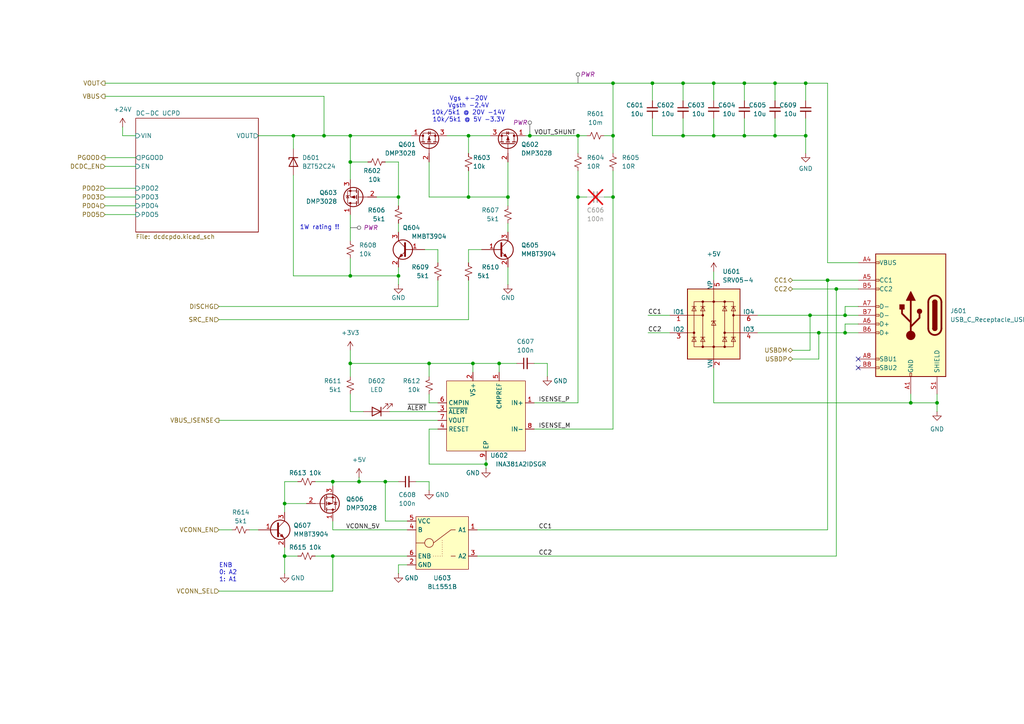
<source format=kicad_sch>
(kicad_sch
	(version 20231120)
	(generator "eeschema")
	(generator_version "8.0")
	(uuid "f53901ed-0ce9-43be-ac87-5152afd2404e")
	(paper "A4")
	(lib_symbols
		(symbol "Connector:USB_C_Receptacle_USB2.0_16P"
			(pin_names
				(offset 1.016)
			)
			(exclude_from_sim no)
			(in_bom yes)
			(on_board yes)
			(property "Reference" "J"
				(at 0 22.225 0)
				(effects
					(font
						(size 1.27 1.27)
					)
				)
			)
			(property "Value" "USB_C_Receptacle_USB2.0_16P"
				(at 0 19.685 0)
				(effects
					(font
						(size 1.27 1.27)
					)
				)
			)
			(property "Footprint" ""
				(at 3.81 0 0)
				(effects
					(font
						(size 1.27 1.27)
					)
					(hide yes)
				)
			)
			(property "Datasheet" "https://www.usb.org/sites/default/files/documents/usb_type-c.zip"
				(at 3.81 0 0)
				(effects
					(font
						(size 1.27 1.27)
					)
					(hide yes)
				)
			)
			(property "Description" "USB 2.0-only 16P Type-C Receptacle connector"
				(at 0 0 0)
				(effects
					(font
						(size 1.27 1.27)
					)
					(hide yes)
				)
			)
			(property "ki_keywords" "usb universal serial bus type-C USB2.0"
				(at 0 0 0)
				(effects
					(font
						(size 1.27 1.27)
					)
					(hide yes)
				)
			)
			(property "ki_fp_filters" "USB*C*Receptacle*"
				(at 0 0 0)
				(effects
					(font
						(size 1.27 1.27)
					)
					(hide yes)
				)
			)
			(symbol "USB_C_Receptacle_USB2.0_16P_0_0"
				(rectangle
					(start -0.254 -17.78)
					(end 0.254 -16.764)
					(stroke
						(width 0)
						(type default)
					)
					(fill
						(type none)
					)
				)
				(rectangle
					(start 10.16 -14.986)
					(end 9.144 -15.494)
					(stroke
						(width 0)
						(type default)
					)
					(fill
						(type none)
					)
				)
				(rectangle
					(start 10.16 -12.446)
					(end 9.144 -12.954)
					(stroke
						(width 0)
						(type default)
					)
					(fill
						(type none)
					)
				)
				(rectangle
					(start 10.16 -4.826)
					(end 9.144 -5.334)
					(stroke
						(width 0)
						(type default)
					)
					(fill
						(type none)
					)
				)
				(rectangle
					(start 10.16 -2.286)
					(end 9.144 -2.794)
					(stroke
						(width 0)
						(type default)
					)
					(fill
						(type none)
					)
				)
				(rectangle
					(start 10.16 0.254)
					(end 9.144 -0.254)
					(stroke
						(width 0)
						(type default)
					)
					(fill
						(type none)
					)
				)
				(rectangle
					(start 10.16 2.794)
					(end 9.144 2.286)
					(stroke
						(width 0)
						(type default)
					)
					(fill
						(type none)
					)
				)
				(rectangle
					(start 10.16 7.874)
					(end 9.144 7.366)
					(stroke
						(width 0)
						(type default)
					)
					(fill
						(type none)
					)
				)
				(rectangle
					(start 10.16 10.414)
					(end 9.144 9.906)
					(stroke
						(width 0)
						(type default)
					)
					(fill
						(type none)
					)
				)
				(rectangle
					(start 10.16 15.494)
					(end 9.144 14.986)
					(stroke
						(width 0)
						(type default)
					)
					(fill
						(type none)
					)
				)
			)
			(symbol "USB_C_Receptacle_USB2.0_16P_0_1"
				(rectangle
					(start -10.16 17.78)
					(end 10.16 -17.78)
					(stroke
						(width 0.254)
						(type default)
					)
					(fill
						(type background)
					)
				)
				(arc
					(start -8.89 -3.81)
					(mid -6.985 -5.7067)
					(end -5.08 -3.81)
					(stroke
						(width 0.508)
						(type default)
					)
					(fill
						(type none)
					)
				)
				(arc
					(start -7.62 -3.81)
					(mid -6.985 -4.4423)
					(end -6.35 -3.81)
					(stroke
						(width 0.254)
						(type default)
					)
					(fill
						(type none)
					)
				)
				(arc
					(start -7.62 -3.81)
					(mid -6.985 -4.4423)
					(end -6.35 -3.81)
					(stroke
						(width 0.254)
						(type default)
					)
					(fill
						(type outline)
					)
				)
				(rectangle
					(start -7.62 -3.81)
					(end -6.35 3.81)
					(stroke
						(width 0.254)
						(type default)
					)
					(fill
						(type outline)
					)
				)
				(arc
					(start -6.35 3.81)
					(mid -6.985 4.4423)
					(end -7.62 3.81)
					(stroke
						(width 0.254)
						(type default)
					)
					(fill
						(type none)
					)
				)
				(arc
					(start -6.35 3.81)
					(mid -6.985 4.4423)
					(end -7.62 3.81)
					(stroke
						(width 0.254)
						(type default)
					)
					(fill
						(type outline)
					)
				)
				(arc
					(start -5.08 3.81)
					(mid -6.985 5.7067)
					(end -8.89 3.81)
					(stroke
						(width 0.508)
						(type default)
					)
					(fill
						(type none)
					)
				)
				(circle
					(center -2.54 1.143)
					(radius 0.635)
					(stroke
						(width 0.254)
						(type default)
					)
					(fill
						(type outline)
					)
				)
				(circle
					(center 0 -5.842)
					(radius 1.27)
					(stroke
						(width 0)
						(type default)
					)
					(fill
						(type outline)
					)
				)
				(polyline
					(pts
						(xy -8.89 -3.81) (xy -8.89 3.81)
					)
					(stroke
						(width 0.508)
						(type default)
					)
					(fill
						(type none)
					)
				)
				(polyline
					(pts
						(xy -5.08 3.81) (xy -5.08 -3.81)
					)
					(stroke
						(width 0.508)
						(type default)
					)
					(fill
						(type none)
					)
				)
				(polyline
					(pts
						(xy 0 -5.842) (xy 0 4.318)
					)
					(stroke
						(width 0.508)
						(type default)
					)
					(fill
						(type none)
					)
				)
				(polyline
					(pts
						(xy 0 -3.302) (xy -2.54 -0.762) (xy -2.54 0.508)
					)
					(stroke
						(width 0.508)
						(type default)
					)
					(fill
						(type none)
					)
				)
				(polyline
					(pts
						(xy 0 -2.032) (xy 2.54 0.508) (xy 2.54 1.778)
					)
					(stroke
						(width 0.508)
						(type default)
					)
					(fill
						(type none)
					)
				)
				(polyline
					(pts
						(xy -1.27 4.318) (xy 0 6.858) (xy 1.27 4.318) (xy -1.27 4.318)
					)
					(stroke
						(width 0.254)
						(type default)
					)
					(fill
						(type outline)
					)
				)
				(rectangle
					(start 1.905 1.778)
					(end 3.175 3.048)
					(stroke
						(width 0.254)
						(type default)
					)
					(fill
						(type outline)
					)
				)
			)
			(symbol "USB_C_Receptacle_USB2.0_16P_1_1"
				(pin passive line
					(at 0 -22.86 90)
					(length 5.08)
					(name "GND"
						(effects
							(font
								(size 1.27 1.27)
							)
						)
					)
					(number "A1"
						(effects
							(font
								(size 1.27 1.27)
							)
						)
					)
				)
				(pin passive line
					(at 0 -22.86 90)
					(length 5.08) hide
					(name "GND"
						(effects
							(font
								(size 1.27 1.27)
							)
						)
					)
					(number "A12"
						(effects
							(font
								(size 1.27 1.27)
							)
						)
					)
				)
				(pin passive line
					(at 15.24 15.24 180)
					(length 5.08)
					(name "VBUS"
						(effects
							(font
								(size 1.27 1.27)
							)
						)
					)
					(number "A4"
						(effects
							(font
								(size 1.27 1.27)
							)
						)
					)
				)
				(pin bidirectional line
					(at 15.24 10.16 180)
					(length 5.08)
					(name "CC1"
						(effects
							(font
								(size 1.27 1.27)
							)
						)
					)
					(number "A5"
						(effects
							(font
								(size 1.27 1.27)
							)
						)
					)
				)
				(pin bidirectional line
					(at 15.24 -2.54 180)
					(length 5.08)
					(name "D+"
						(effects
							(font
								(size 1.27 1.27)
							)
						)
					)
					(number "A6"
						(effects
							(font
								(size 1.27 1.27)
							)
						)
					)
				)
				(pin bidirectional line
					(at 15.24 2.54 180)
					(length 5.08)
					(name "D-"
						(effects
							(font
								(size 1.27 1.27)
							)
						)
					)
					(number "A7"
						(effects
							(font
								(size 1.27 1.27)
							)
						)
					)
				)
				(pin bidirectional line
					(at 15.24 -12.7 180)
					(length 5.08)
					(name "SBU1"
						(effects
							(font
								(size 1.27 1.27)
							)
						)
					)
					(number "A8"
						(effects
							(font
								(size 1.27 1.27)
							)
						)
					)
				)
				(pin passive line
					(at 15.24 15.24 180)
					(length 5.08) hide
					(name "VBUS"
						(effects
							(font
								(size 1.27 1.27)
							)
						)
					)
					(number "A9"
						(effects
							(font
								(size 1.27 1.27)
							)
						)
					)
				)
				(pin passive line
					(at 0 -22.86 90)
					(length 5.08) hide
					(name "GND"
						(effects
							(font
								(size 1.27 1.27)
							)
						)
					)
					(number "B1"
						(effects
							(font
								(size 1.27 1.27)
							)
						)
					)
				)
				(pin passive line
					(at 0 -22.86 90)
					(length 5.08) hide
					(name "GND"
						(effects
							(font
								(size 1.27 1.27)
							)
						)
					)
					(number "B12"
						(effects
							(font
								(size 1.27 1.27)
							)
						)
					)
				)
				(pin passive line
					(at 15.24 15.24 180)
					(length 5.08) hide
					(name "VBUS"
						(effects
							(font
								(size 1.27 1.27)
							)
						)
					)
					(number "B4"
						(effects
							(font
								(size 1.27 1.27)
							)
						)
					)
				)
				(pin bidirectional line
					(at 15.24 7.62 180)
					(length 5.08)
					(name "CC2"
						(effects
							(font
								(size 1.27 1.27)
							)
						)
					)
					(number "B5"
						(effects
							(font
								(size 1.27 1.27)
							)
						)
					)
				)
				(pin bidirectional line
					(at 15.24 -5.08 180)
					(length 5.08)
					(name "D+"
						(effects
							(font
								(size 1.27 1.27)
							)
						)
					)
					(number "B6"
						(effects
							(font
								(size 1.27 1.27)
							)
						)
					)
				)
				(pin bidirectional line
					(at 15.24 0 180)
					(length 5.08)
					(name "D-"
						(effects
							(font
								(size 1.27 1.27)
							)
						)
					)
					(number "B7"
						(effects
							(font
								(size 1.27 1.27)
							)
						)
					)
				)
				(pin bidirectional line
					(at 15.24 -15.24 180)
					(length 5.08)
					(name "SBU2"
						(effects
							(font
								(size 1.27 1.27)
							)
						)
					)
					(number "B8"
						(effects
							(font
								(size 1.27 1.27)
							)
						)
					)
				)
				(pin passive line
					(at 15.24 15.24 180)
					(length 5.08) hide
					(name "VBUS"
						(effects
							(font
								(size 1.27 1.27)
							)
						)
					)
					(number "B9"
						(effects
							(font
								(size 1.27 1.27)
							)
						)
					)
				)
				(pin passive line
					(at -7.62 -22.86 90)
					(length 5.08)
					(name "SHIELD"
						(effects
							(font
								(size 1.27 1.27)
							)
						)
					)
					(number "S1"
						(effects
							(font
								(size 1.27 1.27)
							)
						)
					)
				)
			)
		)
		(symbol "Device:C_Small"
			(pin_numbers hide)
			(pin_names
				(offset 0.254) hide)
			(exclude_from_sim no)
			(in_bom yes)
			(on_board yes)
			(property "Reference" "C"
				(at 0.254 1.778 0)
				(effects
					(font
						(size 1.27 1.27)
					)
					(justify left)
				)
			)
			(property "Value" "C_Small"
				(at 0.254 -2.032 0)
				(effects
					(font
						(size 1.27 1.27)
					)
					(justify left)
				)
			)
			(property "Footprint" ""
				(at 0 0 0)
				(effects
					(font
						(size 1.27 1.27)
					)
					(hide yes)
				)
			)
			(property "Datasheet" "~"
				(at 0 0 0)
				(effects
					(font
						(size 1.27 1.27)
					)
					(hide yes)
				)
			)
			(property "Description" "Unpolarized capacitor, small symbol"
				(at 0 0 0)
				(effects
					(font
						(size 1.27 1.27)
					)
					(hide yes)
				)
			)
			(property "ki_keywords" "capacitor cap"
				(at 0 0 0)
				(effects
					(font
						(size 1.27 1.27)
					)
					(hide yes)
				)
			)
			(property "ki_fp_filters" "C_*"
				(at 0 0 0)
				(effects
					(font
						(size 1.27 1.27)
					)
					(hide yes)
				)
			)
			(symbol "C_Small_0_1"
				(polyline
					(pts
						(xy -1.524 -0.508) (xy 1.524 -0.508)
					)
					(stroke
						(width 0.3302)
						(type default)
					)
					(fill
						(type none)
					)
				)
				(polyline
					(pts
						(xy -1.524 0.508) (xy 1.524 0.508)
					)
					(stroke
						(width 0.3048)
						(type default)
					)
					(fill
						(type none)
					)
				)
			)
			(symbol "C_Small_1_1"
				(pin passive line
					(at 0 2.54 270)
					(length 2.032)
					(name "~"
						(effects
							(font
								(size 1.27 1.27)
							)
						)
					)
					(number "1"
						(effects
							(font
								(size 1.27 1.27)
							)
						)
					)
				)
				(pin passive line
					(at 0 -2.54 90)
					(length 2.032)
					(name "~"
						(effects
							(font
								(size 1.27 1.27)
							)
						)
					)
					(number "2"
						(effects
							(font
								(size 1.27 1.27)
							)
						)
					)
				)
			)
		)
		(symbol "Device:D_Zener"
			(pin_numbers hide)
			(pin_names
				(offset 1.016) hide)
			(exclude_from_sim no)
			(in_bom yes)
			(on_board yes)
			(property "Reference" "D"
				(at 0 2.54 0)
				(effects
					(font
						(size 1.27 1.27)
					)
				)
			)
			(property "Value" "D_Zener"
				(at 0 -2.54 0)
				(effects
					(font
						(size 1.27 1.27)
					)
				)
			)
			(property "Footprint" ""
				(at 0 0 0)
				(effects
					(font
						(size 1.27 1.27)
					)
					(hide yes)
				)
			)
			(property "Datasheet" "~"
				(at 0 0 0)
				(effects
					(font
						(size 1.27 1.27)
					)
					(hide yes)
				)
			)
			(property "Description" "Zener diode"
				(at 0 0 0)
				(effects
					(font
						(size 1.27 1.27)
					)
					(hide yes)
				)
			)
			(property "ki_keywords" "diode"
				(at 0 0 0)
				(effects
					(font
						(size 1.27 1.27)
					)
					(hide yes)
				)
			)
			(property "ki_fp_filters" "TO-???* *_Diode_* *SingleDiode* D_*"
				(at 0 0 0)
				(effects
					(font
						(size 1.27 1.27)
					)
					(hide yes)
				)
			)
			(symbol "D_Zener_0_1"
				(polyline
					(pts
						(xy 1.27 0) (xy -1.27 0)
					)
					(stroke
						(width 0)
						(type default)
					)
					(fill
						(type none)
					)
				)
				(polyline
					(pts
						(xy -1.27 -1.27) (xy -1.27 1.27) (xy -0.762 1.27)
					)
					(stroke
						(width 0.254)
						(type default)
					)
					(fill
						(type none)
					)
				)
				(polyline
					(pts
						(xy 1.27 -1.27) (xy 1.27 1.27) (xy -1.27 0) (xy 1.27 -1.27)
					)
					(stroke
						(width 0.254)
						(type default)
					)
					(fill
						(type none)
					)
				)
			)
			(symbol "D_Zener_1_1"
				(pin passive line
					(at -3.81 0 0)
					(length 2.54)
					(name "K"
						(effects
							(font
								(size 1.27 1.27)
							)
						)
					)
					(number "1"
						(effects
							(font
								(size 1.27 1.27)
							)
						)
					)
				)
				(pin passive line
					(at 3.81 0 180)
					(length 2.54)
					(name "A"
						(effects
							(font
								(size 1.27 1.27)
							)
						)
					)
					(number "2"
						(effects
							(font
								(size 1.27 1.27)
							)
						)
					)
				)
			)
		)
		(symbol "Device:LED"
			(pin_numbers hide)
			(pin_names
				(offset 1.016) hide)
			(exclude_from_sim no)
			(in_bom yes)
			(on_board yes)
			(property "Reference" "D"
				(at 0 2.54 0)
				(effects
					(font
						(size 1.27 1.27)
					)
				)
			)
			(property "Value" "LED"
				(at 0 -2.54 0)
				(effects
					(font
						(size 1.27 1.27)
					)
				)
			)
			(property "Footprint" ""
				(at 0 0 0)
				(effects
					(font
						(size 1.27 1.27)
					)
					(hide yes)
				)
			)
			(property "Datasheet" "~"
				(at 0 0 0)
				(effects
					(font
						(size 1.27 1.27)
					)
					(hide yes)
				)
			)
			(property "Description" "Light emitting diode"
				(at 0 0 0)
				(effects
					(font
						(size 1.27 1.27)
					)
					(hide yes)
				)
			)
			(property "ki_keywords" "LED diode"
				(at 0 0 0)
				(effects
					(font
						(size 1.27 1.27)
					)
					(hide yes)
				)
			)
			(property "ki_fp_filters" "LED* LED_SMD:* LED_THT:*"
				(at 0 0 0)
				(effects
					(font
						(size 1.27 1.27)
					)
					(hide yes)
				)
			)
			(symbol "LED_0_1"
				(polyline
					(pts
						(xy -1.27 -1.27) (xy -1.27 1.27)
					)
					(stroke
						(width 0.254)
						(type default)
					)
					(fill
						(type none)
					)
				)
				(polyline
					(pts
						(xy -1.27 0) (xy 1.27 0)
					)
					(stroke
						(width 0)
						(type default)
					)
					(fill
						(type none)
					)
				)
				(polyline
					(pts
						(xy 1.27 -1.27) (xy 1.27 1.27) (xy -1.27 0) (xy 1.27 -1.27)
					)
					(stroke
						(width 0.254)
						(type default)
					)
					(fill
						(type none)
					)
				)
				(polyline
					(pts
						(xy -3.048 -0.762) (xy -4.572 -2.286) (xy -3.81 -2.286) (xy -4.572 -2.286) (xy -4.572 -1.524)
					)
					(stroke
						(width 0)
						(type default)
					)
					(fill
						(type none)
					)
				)
				(polyline
					(pts
						(xy -1.778 -0.762) (xy -3.302 -2.286) (xy -2.54 -2.286) (xy -3.302 -2.286) (xy -3.302 -1.524)
					)
					(stroke
						(width 0)
						(type default)
					)
					(fill
						(type none)
					)
				)
			)
			(symbol "LED_1_1"
				(pin passive line
					(at -3.81 0 0)
					(length 2.54)
					(name "K"
						(effects
							(font
								(size 1.27 1.27)
							)
						)
					)
					(number "1"
						(effects
							(font
								(size 1.27 1.27)
							)
						)
					)
				)
				(pin passive line
					(at 3.81 0 180)
					(length 2.54)
					(name "A"
						(effects
							(font
								(size 1.27 1.27)
							)
						)
					)
					(number "2"
						(effects
							(font
								(size 1.27 1.27)
							)
						)
					)
				)
			)
		)
		(symbol "Device:Q_PMOS_DGS"
			(pin_names
				(offset 0) hide)
			(exclude_from_sim no)
			(in_bom yes)
			(on_board yes)
			(property "Reference" "Q"
				(at 5.08 1.27 0)
				(effects
					(font
						(size 1.27 1.27)
					)
					(justify left)
				)
			)
			(property "Value" "Q_PMOS_DGS"
				(at 5.08 -1.27 0)
				(effects
					(font
						(size 1.27 1.27)
					)
					(justify left)
				)
			)
			(property "Footprint" ""
				(at 5.08 2.54 0)
				(effects
					(font
						(size 1.27 1.27)
					)
					(hide yes)
				)
			)
			(property "Datasheet" "~"
				(at 0 0 0)
				(effects
					(font
						(size 1.27 1.27)
					)
					(hide yes)
				)
			)
			(property "Description" "P-MOSFET transistor, drain/gate/source"
				(at 0 0 0)
				(effects
					(font
						(size 1.27 1.27)
					)
					(hide yes)
				)
			)
			(property "ki_keywords" "transistor PMOS P-MOS P-MOSFET"
				(at 0 0 0)
				(effects
					(font
						(size 1.27 1.27)
					)
					(hide yes)
				)
			)
			(symbol "Q_PMOS_DGS_0_1"
				(polyline
					(pts
						(xy 0.254 0) (xy -2.54 0)
					)
					(stroke
						(width 0)
						(type default)
					)
					(fill
						(type none)
					)
				)
				(polyline
					(pts
						(xy 0.254 1.905) (xy 0.254 -1.905)
					)
					(stroke
						(width 0.254)
						(type default)
					)
					(fill
						(type none)
					)
				)
				(polyline
					(pts
						(xy 0.762 -1.27) (xy 0.762 -2.286)
					)
					(stroke
						(width 0.254)
						(type default)
					)
					(fill
						(type none)
					)
				)
				(polyline
					(pts
						(xy 0.762 0.508) (xy 0.762 -0.508)
					)
					(stroke
						(width 0.254)
						(type default)
					)
					(fill
						(type none)
					)
				)
				(polyline
					(pts
						(xy 0.762 2.286) (xy 0.762 1.27)
					)
					(stroke
						(width 0.254)
						(type default)
					)
					(fill
						(type none)
					)
				)
				(polyline
					(pts
						(xy 2.54 2.54) (xy 2.54 1.778)
					)
					(stroke
						(width 0)
						(type default)
					)
					(fill
						(type none)
					)
				)
				(polyline
					(pts
						(xy 2.54 -2.54) (xy 2.54 0) (xy 0.762 0)
					)
					(stroke
						(width 0)
						(type default)
					)
					(fill
						(type none)
					)
				)
				(polyline
					(pts
						(xy 0.762 1.778) (xy 3.302 1.778) (xy 3.302 -1.778) (xy 0.762 -1.778)
					)
					(stroke
						(width 0)
						(type default)
					)
					(fill
						(type none)
					)
				)
				(polyline
					(pts
						(xy 2.286 0) (xy 1.27 0.381) (xy 1.27 -0.381) (xy 2.286 0)
					)
					(stroke
						(width 0)
						(type default)
					)
					(fill
						(type outline)
					)
				)
				(polyline
					(pts
						(xy 2.794 -0.508) (xy 2.921 -0.381) (xy 3.683 -0.381) (xy 3.81 -0.254)
					)
					(stroke
						(width 0)
						(type default)
					)
					(fill
						(type none)
					)
				)
				(polyline
					(pts
						(xy 3.302 -0.381) (xy 2.921 0.254) (xy 3.683 0.254) (xy 3.302 -0.381)
					)
					(stroke
						(width 0)
						(type default)
					)
					(fill
						(type none)
					)
				)
				(circle
					(center 1.651 0)
					(radius 2.794)
					(stroke
						(width 0.254)
						(type default)
					)
					(fill
						(type none)
					)
				)
				(circle
					(center 2.54 -1.778)
					(radius 0.254)
					(stroke
						(width 0)
						(type default)
					)
					(fill
						(type outline)
					)
				)
				(circle
					(center 2.54 1.778)
					(radius 0.254)
					(stroke
						(width 0)
						(type default)
					)
					(fill
						(type outline)
					)
				)
			)
			(symbol "Q_PMOS_DGS_1_1"
				(pin passive line
					(at 2.54 5.08 270)
					(length 2.54)
					(name "D"
						(effects
							(font
								(size 1.27 1.27)
							)
						)
					)
					(number "1"
						(effects
							(font
								(size 1.27 1.27)
							)
						)
					)
				)
				(pin input line
					(at -5.08 0 0)
					(length 2.54)
					(name "G"
						(effects
							(font
								(size 1.27 1.27)
							)
						)
					)
					(number "2"
						(effects
							(font
								(size 1.27 1.27)
							)
						)
					)
				)
				(pin passive line
					(at 2.54 -5.08 90)
					(length 2.54)
					(name "S"
						(effects
							(font
								(size 1.27 1.27)
							)
						)
					)
					(number "3"
						(effects
							(font
								(size 1.27 1.27)
							)
						)
					)
				)
			)
		)
		(symbol "Device:R_Small_US"
			(pin_numbers hide)
			(pin_names
				(offset 0.254) hide)
			(exclude_from_sim no)
			(in_bom yes)
			(on_board yes)
			(property "Reference" "R"
				(at 0.762 0.508 0)
				(effects
					(font
						(size 1.27 1.27)
					)
					(justify left)
				)
			)
			(property "Value" "R_Small_US"
				(at 0.762 -1.016 0)
				(effects
					(font
						(size 1.27 1.27)
					)
					(justify left)
				)
			)
			(property "Footprint" ""
				(at 0 0 0)
				(effects
					(font
						(size 1.27 1.27)
					)
					(hide yes)
				)
			)
			(property "Datasheet" "~"
				(at 0 0 0)
				(effects
					(font
						(size 1.27 1.27)
					)
					(hide yes)
				)
			)
			(property "Description" "Resistor, small US symbol"
				(at 0 0 0)
				(effects
					(font
						(size 1.27 1.27)
					)
					(hide yes)
				)
			)
			(property "ki_keywords" "r resistor"
				(at 0 0 0)
				(effects
					(font
						(size 1.27 1.27)
					)
					(hide yes)
				)
			)
			(property "ki_fp_filters" "R_*"
				(at 0 0 0)
				(effects
					(font
						(size 1.27 1.27)
					)
					(hide yes)
				)
			)
			(symbol "R_Small_US_1_1"
				(polyline
					(pts
						(xy 0 0) (xy 1.016 -0.381) (xy 0 -0.762) (xy -1.016 -1.143) (xy 0 -1.524)
					)
					(stroke
						(width 0)
						(type default)
					)
					(fill
						(type none)
					)
				)
				(polyline
					(pts
						(xy 0 1.524) (xy 1.016 1.143) (xy 0 0.762) (xy -1.016 0.381) (xy 0 0)
					)
					(stroke
						(width 0)
						(type default)
					)
					(fill
						(type none)
					)
				)
				(pin passive line
					(at 0 2.54 270)
					(length 1.016)
					(name "~"
						(effects
							(font
								(size 1.27 1.27)
							)
						)
					)
					(number "1"
						(effects
							(font
								(size 1.27 1.27)
							)
						)
					)
				)
				(pin passive line
					(at 0 -2.54 90)
					(length 1.016)
					(name "~"
						(effects
							(font
								(size 1.27 1.27)
							)
						)
					)
					(number "2"
						(effects
							(font
								(size 1.27 1.27)
							)
						)
					)
				)
			)
		)
		(symbol "Power_Protection:SRV05-4"
			(pin_names
				(offset 0)
			)
			(exclude_from_sim no)
			(in_bom yes)
			(on_board yes)
			(property "Reference" "U201"
				(at 2.54 15.24 0)
				(effects
					(font
						(size 1.27 1.27)
					)
					(justify left)
				)
			)
			(property "Value" "SRV05-4"
				(at 2.54 12.7 0)
				(effects
					(font
						(size 1.27 1.27)
					)
					(justify left)
				)
			)
			(property "Footprint" "Package_TO_SOT_SMD:SOT-23-6"
				(at 17.78 -11.43 0)
				(effects
					(font
						(size 1.27 1.27)
					)
					(hide yes)
				)
			)
			(property "Datasheet" "http://www.onsemi.com/pub/Collateral/SRV05-4-D.PDF"
				(at 0 0 0)
				(effects
					(font
						(size 1.27 1.27)
					)
					(hide yes)
				)
			)
			(property "Description" "ESD Protection Diodes with Low Clamping Voltage, SOT-23-6"
				(at 0 0 0)
				(effects
					(font
						(size 1.27 1.27)
					)
					(hide yes)
				)
			)
			(property "LCSC Part" "C7420376"
				(at 0 0 0)
				(effects
					(font
						(size 1.27 1.27)
					)
					(hide yes)
				)
			)
			(property "ki_keywords" "ESD protection diodes"
				(at 0 0 0)
				(effects
					(font
						(size 1.27 1.27)
					)
					(hide yes)
				)
			)
			(property "ki_fp_filters" "SOT?23*"
				(at 0 0 0)
				(effects
					(font
						(size 1.27 1.27)
					)
					(hide yes)
				)
			)
			(symbol "SRV05-4_0_0"
				(rectangle
					(start -5.715 6.477)
					(end 5.715 -6.604)
					(stroke
						(width 0)
						(type default)
					)
					(fill
						(type none)
					)
				)
				(polyline
					(pts
						(xy -3.175 -6.604) (xy -3.175 6.477)
					)
					(stroke
						(width 0)
						(type default)
					)
					(fill
						(type none)
					)
				)
				(polyline
					(pts
						(xy 3.175 6.477) (xy 3.175 -6.604)
					)
					(stroke
						(width 0)
						(type default)
					)
					(fill
						(type none)
					)
				)
			)
			(symbol "SRV05-4_0_1"
				(rectangle
					(start -7.62 10.16)
					(end 7.62 -10.16)
					(stroke
						(width 0.254)
						(type default)
					)
					(fill
						(type background)
					)
				)
				(circle
					(center -5.715 -2.54)
					(radius 0.2794)
					(stroke
						(width 0)
						(type default)
					)
					(fill
						(type outline)
					)
				)
				(circle
					(center -3.175 -6.604)
					(radius 0.2794)
					(stroke
						(width 0)
						(type default)
					)
					(fill
						(type outline)
					)
				)
				(circle
					(center -3.175 2.54)
					(radius 0.2794)
					(stroke
						(width 0)
						(type default)
					)
					(fill
						(type outline)
					)
				)
				(circle
					(center -3.175 6.477)
					(radius 0.2794)
					(stroke
						(width 0)
						(type default)
					)
					(fill
						(type outline)
					)
				)
				(circle
					(center 0 -6.604)
					(radius 0.2794)
					(stroke
						(width 0)
						(type default)
					)
					(fill
						(type outline)
					)
				)
				(polyline
					(pts
						(xy -7.747 2.54) (xy -3.175 2.54)
					)
					(stroke
						(width 0)
						(type default)
					)
					(fill
						(type none)
					)
				)
				(polyline
					(pts
						(xy -7.62 -2.54) (xy -5.715 -2.54)
					)
					(stroke
						(width 0)
						(type default)
					)
					(fill
						(type none)
					)
				)
				(polyline
					(pts
						(xy -5.08 -3.81) (xy -6.35 -3.81)
					)
					(stroke
						(width 0)
						(type default)
					)
					(fill
						(type none)
					)
				)
				(polyline
					(pts
						(xy -5.08 5.08) (xy -6.35 5.08)
					)
					(stroke
						(width 0)
						(type default)
					)
					(fill
						(type none)
					)
				)
				(polyline
					(pts
						(xy -2.54 -3.81) (xy -3.81 -3.81)
					)
					(stroke
						(width 0)
						(type default)
					)
					(fill
						(type none)
					)
				)
				(polyline
					(pts
						(xy -2.54 5.08) (xy -3.81 5.08)
					)
					(stroke
						(width 0)
						(type default)
					)
					(fill
						(type none)
					)
				)
				(polyline
					(pts
						(xy 0 10.16) (xy 0 -10.16)
					)
					(stroke
						(width 0)
						(type default)
					)
					(fill
						(type none)
					)
				)
				(polyline
					(pts
						(xy 3.81 -3.81) (xy 2.54 -3.81)
					)
					(stroke
						(width 0)
						(type default)
					)
					(fill
						(type none)
					)
				)
				(polyline
					(pts
						(xy 3.81 5.08) (xy 2.54 5.08)
					)
					(stroke
						(width 0)
						(type default)
					)
					(fill
						(type none)
					)
				)
				(polyline
					(pts
						(xy 6.35 -3.81) (xy 5.08 -3.81)
					)
					(stroke
						(width 0)
						(type default)
					)
					(fill
						(type none)
					)
				)
				(polyline
					(pts
						(xy 6.35 5.08) (xy 5.08 5.08)
					)
					(stroke
						(width 0)
						(type default)
					)
					(fill
						(type none)
					)
				)
				(polyline
					(pts
						(xy 7.62 -2.54) (xy 3.175 -2.54)
					)
					(stroke
						(width 0)
						(type default)
					)
					(fill
						(type none)
					)
				)
				(polyline
					(pts
						(xy 7.62 2.54) (xy 5.715 2.54)
					)
					(stroke
						(width 0)
						(type default)
					)
					(fill
						(type none)
					)
				)
				(polyline
					(pts
						(xy 0.635 0.889) (xy -0.635 0.889) (xy -0.635 0.635)
					)
					(stroke
						(width 0)
						(type default)
					)
					(fill
						(type none)
					)
				)
				(polyline
					(pts
						(xy -5.08 -5.08) (xy -6.35 -5.08) (xy -5.715 -3.81) (xy -5.08 -5.08)
					)
					(stroke
						(width 0)
						(type default)
					)
					(fill
						(type none)
					)
				)
				(polyline
					(pts
						(xy -5.08 3.81) (xy -6.35 3.81) (xy -5.715 5.08) (xy -5.08 3.81)
					)
					(stroke
						(width 0)
						(type default)
					)
					(fill
						(type none)
					)
				)
				(polyline
					(pts
						(xy -2.54 -5.08) (xy -3.81 -5.08) (xy -3.175 -3.81) (xy -2.54 -5.08)
					)
					(stroke
						(width 0)
						(type default)
					)
					(fill
						(type none)
					)
				)
				(polyline
					(pts
						(xy -2.54 3.81) (xy -3.81 3.81) (xy -3.175 5.08) (xy -2.54 3.81)
					)
					(stroke
						(width 0)
						(type default)
					)
					(fill
						(type none)
					)
				)
				(polyline
					(pts
						(xy 0.635 -0.381) (xy -0.635 -0.381) (xy 0 0.889) (xy 0.635 -0.381)
					)
					(stroke
						(width 0)
						(type default)
					)
					(fill
						(type none)
					)
				)
				(polyline
					(pts
						(xy 3.81 -5.08) (xy 2.54 -5.08) (xy 3.175 -3.81) (xy 3.81 -5.08)
					)
					(stroke
						(width 0)
						(type default)
					)
					(fill
						(type none)
					)
				)
				(polyline
					(pts
						(xy 3.81 3.81) (xy 2.54 3.81) (xy 3.175 5.08) (xy 3.81 3.81)
					)
					(stroke
						(width 0)
						(type default)
					)
					(fill
						(type none)
					)
				)
				(polyline
					(pts
						(xy 6.35 -5.08) (xy 5.08 -5.08) (xy 5.715 -3.81) (xy 6.35 -5.08)
					)
					(stroke
						(width 0)
						(type default)
					)
					(fill
						(type none)
					)
				)
				(polyline
					(pts
						(xy 6.35 3.81) (xy 5.08 3.81) (xy 5.715 5.08) (xy 6.35 3.81)
					)
					(stroke
						(width 0)
						(type default)
					)
					(fill
						(type none)
					)
				)
				(circle
					(center 0 6.477)
					(radius 0.2794)
					(stroke
						(width 0)
						(type default)
					)
					(fill
						(type outline)
					)
				)
				(circle
					(center 3.175 -6.604)
					(radius 0.2794)
					(stroke
						(width 0)
						(type default)
					)
					(fill
						(type outline)
					)
				)
				(circle
					(center 3.175 -2.54)
					(radius 0.2794)
					(stroke
						(width 0)
						(type default)
					)
					(fill
						(type outline)
					)
				)
				(circle
					(center 3.175 6.477)
					(radius 0.2794)
					(stroke
						(width 0)
						(type default)
					)
					(fill
						(type outline)
					)
				)
				(circle
					(center 5.715 2.54)
					(radius 0.2794)
					(stroke
						(width 0)
						(type default)
					)
					(fill
						(type outline)
					)
				)
			)
			(symbol "SRV05-4_1_1"
				(pin passive line
					(at -12.7 2.54 0)
					(length 5.08)
					(name "IO1"
						(effects
							(font
								(size 1.27 1.27)
							)
						)
					)
					(number "1"
						(effects
							(font
								(size 1.27 1.27)
							)
						)
					)
				)
				(pin passive line
					(at 0 -12.7 90)
					(length 2.54)
					(name "VN"
						(effects
							(font
								(size 1.27 1.27)
							)
						)
					)
					(number "2"
						(effects
							(font
								(size 1.27 1.27)
							)
						)
					)
				)
				(pin passive line
					(at -12.7 -2.54 0)
					(length 5.08)
					(name "IO2"
						(effects
							(font
								(size 1.27 1.27)
							)
						)
					)
					(number "3"
						(effects
							(font
								(size 1.27 1.27)
							)
						)
					)
				)
				(pin passive line
					(at 12.7 -2.54 180)
					(length 5.08)
					(name "IO3"
						(effects
							(font
								(size 1.27 1.27)
							)
						)
					)
					(number "4"
						(effects
							(font
								(size 1.27 1.27)
							)
						)
					)
				)
				(pin passive line
					(at 0 12.7 270)
					(length 2.54)
					(name "VP"
						(effects
							(font
								(size 1.27 1.27)
							)
						)
					)
					(number "5"
						(effects
							(font
								(size 1.27 1.27)
							)
						)
					)
				)
				(pin passive line
					(at 12.7 2.54 180)
					(length 5.08)
					(name "IO4"
						(effects
							(font
								(size 1.27 1.27)
							)
						)
					)
					(number "6"
						(effects
							(font
								(size 1.27 1.27)
							)
						)
					)
				)
			)
		)
		(symbol "Transistor_BJT:MMBT3904"
			(pin_names
				(offset 0) hide)
			(exclude_from_sim no)
			(in_bom yes)
			(on_board yes)
			(property "Reference" "Q"
				(at 5.08 1.905 0)
				(effects
					(font
						(size 1.27 1.27)
					)
					(justify left)
				)
			)
			(property "Value" "MMBT3904"
				(at 5.08 0 0)
				(effects
					(font
						(size 1.27 1.27)
					)
					(justify left)
				)
			)
			(property "Footprint" "Package_TO_SOT_SMD:SOT-23"
				(at 5.08 -1.905 0)
				(effects
					(font
						(size 1.27 1.27)
						(italic yes)
					)
					(justify left)
					(hide yes)
				)
			)
			(property "Datasheet" "https://www.onsemi.com/pdf/datasheet/pzt3904-d.pdf"
				(at 0 0 0)
				(effects
					(font
						(size 1.27 1.27)
					)
					(justify left)
					(hide yes)
				)
			)
			(property "Description" "0.2A Ic, 40V Vce, Small Signal NPN Transistor, SOT-23"
				(at 0 0 0)
				(effects
					(font
						(size 1.27 1.27)
					)
					(hide yes)
				)
			)
			(property "ki_keywords" "NPN Transistor"
				(at 0 0 0)
				(effects
					(font
						(size 1.27 1.27)
					)
					(hide yes)
				)
			)
			(property "ki_fp_filters" "SOT?23*"
				(at 0 0 0)
				(effects
					(font
						(size 1.27 1.27)
					)
					(hide yes)
				)
			)
			(symbol "MMBT3904_0_1"
				(polyline
					(pts
						(xy 0.635 0.635) (xy 2.54 2.54)
					)
					(stroke
						(width 0)
						(type default)
					)
					(fill
						(type none)
					)
				)
				(polyline
					(pts
						(xy 0.635 -0.635) (xy 2.54 -2.54) (xy 2.54 -2.54)
					)
					(stroke
						(width 0)
						(type default)
					)
					(fill
						(type none)
					)
				)
				(polyline
					(pts
						(xy 0.635 1.905) (xy 0.635 -1.905) (xy 0.635 -1.905)
					)
					(stroke
						(width 0.508)
						(type default)
					)
					(fill
						(type none)
					)
				)
				(polyline
					(pts
						(xy 1.27 -1.778) (xy 1.778 -1.27) (xy 2.286 -2.286) (xy 1.27 -1.778) (xy 1.27 -1.778)
					)
					(stroke
						(width 0)
						(type default)
					)
					(fill
						(type outline)
					)
				)
				(circle
					(center 1.27 0)
					(radius 2.8194)
					(stroke
						(width 0.254)
						(type default)
					)
					(fill
						(type none)
					)
				)
			)
			(symbol "MMBT3904_1_1"
				(pin input line
					(at -5.08 0 0)
					(length 5.715)
					(name "B"
						(effects
							(font
								(size 1.27 1.27)
							)
						)
					)
					(number "1"
						(effects
							(font
								(size 1.27 1.27)
							)
						)
					)
				)
				(pin passive line
					(at 2.54 -5.08 90)
					(length 2.54)
					(name "E"
						(effects
							(font
								(size 1.27 1.27)
							)
						)
					)
					(number "2"
						(effects
							(font
								(size 1.27 1.27)
							)
						)
					)
				)
				(pin passive line
					(at 2.54 5.08 270)
					(length 2.54)
					(name "C"
						(effects
							(font
								(size 1.27 1.27)
							)
						)
					)
					(number "3"
						(effects
							(font
								(size 1.27 1.27)
							)
						)
					)
				)
			)
		)
		(symbol "easyeda2kicad:BL1551B"
			(exclude_from_sim no)
			(in_bom yes)
			(on_board yes)
			(property "Reference" "U"
				(at 19.05 10.16 0)
				(effects
					(font
						(size 1.27 1.27)
					)
				)
			)
			(property "Value" "BL1551B"
				(at 17.78 13.97 0)
				(effects
					(font
						(size 1.27 1.27)
					)
				)
			)
			(property "Footprint" "easyeda2kicad:SC-70-6_L2.1-W1.3-P0.65-LS2.3-BR"
				(at 0 -10.16 0)
				(effects
					(font
						(size 1.27 1.27)
					)
					(hide yes)
				)
			)
			(property "Datasheet" ""
				(at 2.54 -12.7 0)
				(effects
					(font
						(size 1.27 1.27)
					)
					(hide yes)
				)
			)
			(property "Description" ""
				(at 0 0 0)
				(effects
					(font
						(size 1.27 1.27)
					)
					(hide yes)
				)
			)
			(property "LCSC Part" "C2944066"
				(at 0 -12.7 0)
				(effects
					(font
						(size 1.27 1.27)
					)
					(hide yes)
				)
			)
			(symbol "BL1551B_0_1"
				(pin bidirectional line
					(at 10.16 3.81 180)
					(length 2.54)
					(name "A1"
						(effects
							(font
								(size 1.27 1.27)
							)
						)
					)
					(number "1"
						(effects
							(font
								(size 1.27 1.27)
							)
						)
					)
				)
				(pin power_in line
					(at -10.16 -6.35 0)
					(length 2.54)
					(name "GND"
						(effects
							(font
								(size 1.27 1.27)
							)
						)
					)
					(number "2"
						(effects
							(font
								(size 1.27 1.27)
							)
						)
					)
				)
				(pin bidirectional line
					(at 10.16 -3.81 180)
					(length 2.54)
					(name "A2"
						(effects
							(font
								(size 1.27 1.27)
							)
						)
					)
					(number "3"
						(effects
							(font
								(size 1.27 1.27)
							)
						)
					)
				)
				(pin bidirectional line
					(at -10.16 3.81 0)
					(length 2.54)
					(name "B"
						(effects
							(font
								(size 1.27 1.27)
							)
						)
					)
					(number "4"
						(effects
							(font
								(size 1.27 1.27)
							)
						)
					)
				)
				(pin power_in line
					(at -10.16 6.35 0)
					(length 2.54)
					(name "VCC"
						(effects
							(font
								(size 1.27 1.27)
							)
						)
					)
					(number "5"
						(effects
							(font
								(size 1.27 1.27)
							)
						)
					)
				)
				(pin input line
					(at -10.16 -3.81 0)
					(length 2.54)
					(name "ENB"
						(effects
							(font
								(size 1.27 1.27)
							)
						)
					)
					(number "6"
						(effects
							(font
								(size 1.27 1.27)
							)
						)
					)
				)
			)
			(symbol "BL1551B_1_1"
				(rectangle
					(start -7.62 7.62)
					(end 7.62 -7.62)
					(stroke
						(width 0)
						(type default)
					)
					(fill
						(type background)
					)
				)
				(circle
					(center -3.81 0)
					(radius 1.27)
					(stroke
						(width 0)
						(type default)
					)
					(fill
						(type none)
					)
				)
				(polyline
					(pts
						(xy -7.62 0) (xy -5.08 0)
					)
					(stroke
						(width 0)
						(type default)
					)
					(fill
						(type none)
					)
				)
				(polyline
					(pts
						(xy 3.81 -3.81) (xy 2.54 -3.81)
					)
					(stroke
						(width 0)
						(type default)
					)
					(fill
						(type none)
					)
				)
				(polyline
					(pts
						(xy -2.54 -3.81) (xy 0 -3.81) (xy 0 1.27)
					)
					(stroke
						(width 0)
						(type dot)
					)
					(fill
						(type none)
					)
				)
				(polyline
					(pts
						(xy -2.54 0) (xy 2.54 3.81) (xy 3.81 3.81)
					)
					(stroke
						(width 0)
						(type default)
					)
					(fill
						(type none)
					)
				)
			)
		)
		(symbol "easyeda2kicad:INA381A2IDSGR"
			(exclude_from_sim no)
			(in_bom yes)
			(on_board yes)
			(property "Reference" "U"
				(at 7.62 13.97 0)
				(effects
					(font
						(size 1.27 1.27)
					)
				)
			)
			(property "Value" "INA381A2IDSGR"
				(at 13.97 11.43 0)
				(effects
					(font
						(size 1.27 1.27)
					)
				)
			)
			(property "Footprint" "easyeda2kicad:WSON-8_L2.0-W2.0-P0.50-BL-EP0.9"
				(at 0 -11.43 0)
				(effects
					(font
						(size 1.27 1.27)
					)
					(hide yes)
				)
			)
			(property "Datasheet" ""
				(at 0 0 0)
				(effects
					(font
						(size 1.27 1.27)
					)
					(hide yes)
				)
			)
			(property "Description" ""
				(at 0 0 0)
				(effects
					(font
						(size 1.27 1.27)
					)
					(hide yes)
				)
			)
			(property "LCSC Part" "C2155688"
				(at 0 -13.97 0)
				(effects
					(font
						(size 1.27 1.27)
					)
					(hide yes)
				)
			)
			(symbol "INA381A2IDSGR_0_1"
				(rectangle
					(start -11.43 10.16)
					(end 11.43 -10.16)
					(stroke
						(width 0)
						(type default)
					)
					(fill
						(type background)
					)
				)
			)
			(symbol "INA381A2IDSGR_1_1"
				(pin input line
					(at 13.97 3.81 180)
					(length 2.54)
					(name "IN+"
						(effects
							(font
								(size 1.27 1.27)
							)
						)
					)
					(number "1"
						(effects
							(font
								(size 1.27 1.27)
							)
						)
					)
				)
				(pin power_in line
					(at -3.81 12.7 270)
					(length 2.54)
					(name "VS+"
						(effects
							(font
								(size 1.27 1.27)
							)
						)
					)
					(number "2"
						(effects
							(font
								(size 1.27 1.27)
							)
						)
					)
				)
				(pin output line
					(at -13.97 1.27 0)
					(length 2.54)
					(name "~{ALERT}"
						(effects
							(font
								(size 1.27 1.27)
							)
						)
					)
					(number "3"
						(effects
							(font
								(size 1.27 1.27)
							)
						)
					)
				)
				(pin input line
					(at -13.97 -3.81 0)
					(length 2.54)
					(name "RESET"
						(effects
							(font
								(size 1.27 1.27)
							)
						)
					)
					(number "4"
						(effects
							(font
								(size 1.27 1.27)
							)
						)
					)
				)
				(pin input line
					(at 3.81 12.7 270)
					(length 2.54)
					(name "CMPREF"
						(effects
							(font
								(size 1.27 1.27)
							)
						)
					)
					(number "5"
						(effects
							(font
								(size 1.27 1.27)
							)
						)
					)
				)
				(pin input line
					(at -13.97 3.81 0)
					(length 2.54)
					(name "CMPIN"
						(effects
							(font
								(size 1.27 1.27)
							)
						)
					)
					(number "6"
						(effects
							(font
								(size 1.27 1.27)
							)
						)
					)
				)
				(pin output line
					(at -13.97 -1.27 0)
					(length 2.54)
					(name "VOUT"
						(effects
							(font
								(size 1.27 1.27)
							)
						)
					)
					(number "7"
						(effects
							(font
								(size 1.27 1.27)
							)
						)
					)
				)
				(pin input line
					(at 13.97 -3.81 180)
					(length 2.54)
					(name "IN-"
						(effects
							(font
								(size 1.27 1.27)
							)
						)
					)
					(number "8"
						(effects
							(font
								(size 1.27 1.27)
							)
						)
					)
				)
				(pin power_in line
					(at 0 -12.7 90)
					(length 2.54)
					(name "EP"
						(effects
							(font
								(size 1.27 1.27)
							)
						)
					)
					(number "9"
						(effects
							(font
								(size 1.27 1.27)
							)
						)
					)
				)
			)
		)
		(symbol "power:+24V"
			(power)
			(pin_numbers hide)
			(pin_names
				(offset 0) hide)
			(exclude_from_sim no)
			(in_bom yes)
			(on_board yes)
			(property "Reference" "#PWR"
				(at 0 -3.81 0)
				(effects
					(font
						(size 1.27 1.27)
					)
					(hide yes)
				)
			)
			(property "Value" "+24V"
				(at 0 3.556 0)
				(effects
					(font
						(size 1.27 1.27)
					)
				)
			)
			(property "Footprint" ""
				(at 0 0 0)
				(effects
					(font
						(size 1.27 1.27)
					)
					(hide yes)
				)
			)
			(property "Datasheet" ""
				(at 0 0 0)
				(effects
					(font
						(size 1.27 1.27)
					)
					(hide yes)
				)
			)
			(property "Description" "Power symbol creates a global label with name \"+24V\""
				(at 0 0 0)
				(effects
					(font
						(size 1.27 1.27)
					)
					(hide yes)
				)
			)
			(property "ki_keywords" "global power"
				(at 0 0 0)
				(effects
					(font
						(size 1.27 1.27)
					)
					(hide yes)
				)
			)
			(symbol "+24V_0_1"
				(polyline
					(pts
						(xy -0.762 1.27) (xy 0 2.54)
					)
					(stroke
						(width 0)
						(type default)
					)
					(fill
						(type none)
					)
				)
				(polyline
					(pts
						(xy 0 0) (xy 0 2.54)
					)
					(stroke
						(width 0)
						(type default)
					)
					(fill
						(type none)
					)
				)
				(polyline
					(pts
						(xy 0 2.54) (xy 0.762 1.27)
					)
					(stroke
						(width 0)
						(type default)
					)
					(fill
						(type none)
					)
				)
			)
			(symbol "+24V_1_1"
				(pin power_in line
					(at 0 0 90)
					(length 0)
					(name "~"
						(effects
							(font
								(size 1.27 1.27)
							)
						)
					)
					(number "1"
						(effects
							(font
								(size 1.27 1.27)
							)
						)
					)
				)
			)
		)
		(symbol "power:+3V3"
			(power)
			(pin_numbers hide)
			(pin_names
				(offset 0) hide)
			(exclude_from_sim no)
			(in_bom yes)
			(on_board yes)
			(property "Reference" "#PWR"
				(at 0 -3.81 0)
				(effects
					(font
						(size 1.27 1.27)
					)
					(hide yes)
				)
			)
			(property "Value" "+3V3"
				(at 0 3.556 0)
				(effects
					(font
						(size 1.27 1.27)
					)
				)
			)
			(property "Footprint" ""
				(at 0 0 0)
				(effects
					(font
						(size 1.27 1.27)
					)
					(hide yes)
				)
			)
			(property "Datasheet" ""
				(at 0 0 0)
				(effects
					(font
						(size 1.27 1.27)
					)
					(hide yes)
				)
			)
			(property "Description" "Power symbol creates a global label with name \"+3V3\""
				(at 0 0 0)
				(effects
					(font
						(size 1.27 1.27)
					)
					(hide yes)
				)
			)
			(property "ki_keywords" "global power"
				(at 0 0 0)
				(effects
					(font
						(size 1.27 1.27)
					)
					(hide yes)
				)
			)
			(symbol "+3V3_0_1"
				(polyline
					(pts
						(xy -0.762 1.27) (xy 0 2.54)
					)
					(stroke
						(width 0)
						(type default)
					)
					(fill
						(type none)
					)
				)
				(polyline
					(pts
						(xy 0 0) (xy 0 2.54)
					)
					(stroke
						(width 0)
						(type default)
					)
					(fill
						(type none)
					)
				)
				(polyline
					(pts
						(xy 0 2.54) (xy 0.762 1.27)
					)
					(stroke
						(width 0)
						(type default)
					)
					(fill
						(type none)
					)
				)
			)
			(symbol "+3V3_1_1"
				(pin power_in line
					(at 0 0 90)
					(length 0)
					(name "~"
						(effects
							(font
								(size 1.27 1.27)
							)
						)
					)
					(number "1"
						(effects
							(font
								(size 1.27 1.27)
							)
						)
					)
				)
			)
		)
		(symbol "power:+5V"
			(power)
			(pin_numbers hide)
			(pin_names
				(offset 0) hide)
			(exclude_from_sim no)
			(in_bom yes)
			(on_board yes)
			(property "Reference" "#PWR"
				(at 0 -3.81 0)
				(effects
					(font
						(size 1.27 1.27)
					)
					(hide yes)
				)
			)
			(property "Value" "+5V"
				(at 0 3.556 0)
				(effects
					(font
						(size 1.27 1.27)
					)
				)
			)
			(property "Footprint" ""
				(at 0 0 0)
				(effects
					(font
						(size 1.27 1.27)
					)
					(hide yes)
				)
			)
			(property "Datasheet" ""
				(at 0 0 0)
				(effects
					(font
						(size 1.27 1.27)
					)
					(hide yes)
				)
			)
			(property "Description" "Power symbol creates a global label with name \"+5V\""
				(at 0 0 0)
				(effects
					(font
						(size 1.27 1.27)
					)
					(hide yes)
				)
			)
			(property "ki_keywords" "global power"
				(at 0 0 0)
				(effects
					(font
						(size 1.27 1.27)
					)
					(hide yes)
				)
			)
			(symbol "+5V_0_1"
				(polyline
					(pts
						(xy -0.762 1.27) (xy 0 2.54)
					)
					(stroke
						(width 0)
						(type default)
					)
					(fill
						(type none)
					)
				)
				(polyline
					(pts
						(xy 0 0) (xy 0 2.54)
					)
					(stroke
						(width 0)
						(type default)
					)
					(fill
						(type none)
					)
				)
				(polyline
					(pts
						(xy 0 2.54) (xy 0.762 1.27)
					)
					(stroke
						(width 0)
						(type default)
					)
					(fill
						(type none)
					)
				)
			)
			(symbol "+5V_1_1"
				(pin power_in line
					(at 0 0 90)
					(length 0)
					(name "~"
						(effects
							(font
								(size 1.27 1.27)
							)
						)
					)
					(number "1"
						(effects
							(font
								(size 1.27 1.27)
							)
						)
					)
				)
			)
		)
		(symbol "power:GND"
			(power)
			(pin_numbers hide)
			(pin_names
				(offset 0) hide)
			(exclude_from_sim no)
			(in_bom yes)
			(on_board yes)
			(property "Reference" "#PWR"
				(at 0 -6.35 0)
				(effects
					(font
						(size 1.27 1.27)
					)
					(hide yes)
				)
			)
			(property "Value" "GND"
				(at 0 -3.81 0)
				(effects
					(font
						(size 1.27 1.27)
					)
				)
			)
			(property "Footprint" ""
				(at 0 0 0)
				(effects
					(font
						(size 1.27 1.27)
					)
					(hide yes)
				)
			)
			(property "Datasheet" ""
				(at 0 0 0)
				(effects
					(font
						(size 1.27 1.27)
					)
					(hide yes)
				)
			)
			(property "Description" "Power symbol creates a global label with name \"GND\" , ground"
				(at 0 0 0)
				(effects
					(font
						(size 1.27 1.27)
					)
					(hide yes)
				)
			)
			(property "ki_keywords" "global power"
				(at 0 0 0)
				(effects
					(font
						(size 1.27 1.27)
					)
					(hide yes)
				)
			)
			(symbol "GND_0_1"
				(polyline
					(pts
						(xy 0 0) (xy 0 -1.27) (xy 1.27 -1.27) (xy 0 -2.54) (xy -1.27 -1.27) (xy 0 -1.27)
					)
					(stroke
						(width 0)
						(type default)
					)
					(fill
						(type none)
					)
				)
			)
			(symbol "GND_1_1"
				(pin power_in line
					(at 0 0 270)
					(length 0)
					(name "~"
						(effects
							(font
								(size 1.27 1.27)
							)
						)
					)
					(number "1"
						(effects
							(font
								(size 1.27 1.27)
							)
						)
					)
				)
			)
		)
	)
	(junction
		(at 135.89 57.15)
		(diameter 0)
		(color 0 0 0 0)
		(uuid "0306fb19-240f-45b5-a454-c226f585c837")
	)
	(junction
		(at 240.03 81.28)
		(diameter 0)
		(color 0 0 0 0)
		(uuid "080e0f57-567d-4485-b6d0-ba39e49da230")
	)
	(junction
		(at 144.78 105.41)
		(diameter 0)
		(color 0 0 0 0)
		(uuid "16e9bcdc-f853-464e-badb-5b88693f17ec")
	)
	(junction
		(at 115.57 80.01)
		(diameter 0)
		(color 0 0 0 0)
		(uuid "1d6a070d-6100-4aa4-b165-a6858769e933")
	)
	(junction
		(at 198.12 39.37)
		(diameter 0)
		(color 0 0 0 0)
		(uuid "2090a2b8-e12a-464c-bb43-4506ad70ef75")
	)
	(junction
		(at 177.8 24.13)
		(diameter 0)
		(color 0 0 0 0)
		(uuid "25951716-d4a3-470c-ba22-072d435f31a3")
	)
	(junction
		(at 264.16 116.84)
		(diameter 0)
		(color 0 0 0 0)
		(uuid "28911c48-94e4-4b40-83dc-e05b05d10272")
	)
	(junction
		(at 93.98 39.37)
		(diameter 0)
		(color 0 0 0 0)
		(uuid "33f6a1eb-a635-4a1c-a0c7-42285149352d")
	)
	(junction
		(at 224.79 24.13)
		(diameter 0)
		(color 0 0 0 0)
		(uuid "37c86d4f-fc08-4e1d-8828-4ca3219354d5")
	)
	(junction
		(at 137.16 105.41)
		(diameter 0)
		(color 0 0 0 0)
		(uuid "3db59436-a0f0-4f4b-a6e1-71ec261312fc")
	)
	(junction
		(at 177.8 39.37)
		(diameter 0)
		(color 0 0 0 0)
		(uuid "45043fb0-a33f-4882-bbf3-fdf1c4fa5d7f")
	)
	(junction
		(at 82.55 161.29)
		(diameter 0)
		(color 0 0 0 0)
		(uuid "50173623-12d5-499e-b276-90e16e8f7780")
	)
	(junction
		(at 115.57 57.15)
		(diameter 0)
		(color 0 0 0 0)
		(uuid "51ccbcd1-31bd-46c7-a2cc-d636fcd8e880")
	)
	(junction
		(at 242.57 83.82)
		(diameter 0)
		(color 0 0 0 0)
		(uuid "54f5e286-5bba-405a-a35b-711b03ec1618")
	)
	(junction
		(at 198.12 24.13)
		(diameter 0)
		(color 0 0 0 0)
		(uuid "55fcfaf7-c100-4b2f-9af9-2191f6ecde78")
	)
	(junction
		(at 233.68 24.13)
		(diameter 0)
		(color 0 0 0 0)
		(uuid "57e0694b-aa08-44c6-aa89-fdc96abe3251")
	)
	(junction
		(at 140.97 134.62)
		(diameter 0)
		(color 0 0 0 0)
		(uuid "68f8b20c-f0c8-4c56-bc42-14e03aa3b937")
	)
	(junction
		(at 245.11 91.44)
		(diameter 0)
		(color 0 0 0 0)
		(uuid "70436450-7661-4e4b-ba19-dcbb438cc3ea")
	)
	(junction
		(at 101.6 46.99)
		(diameter 0)
		(color 0 0 0 0)
		(uuid "7a341582-4955-4a6a-a8be-1a74a0c433c7")
	)
	(junction
		(at 207.01 24.13)
		(diameter 0)
		(color 0 0 0 0)
		(uuid "7e88cdaf-a423-4fb3-b64d-74a4945b367e")
	)
	(junction
		(at 167.64 57.15)
		(diameter 0)
		(color 0 0 0 0)
		(uuid "837231eb-3246-4001-8eb3-843f503443ff")
	)
	(junction
		(at 224.79 39.37)
		(diameter 0)
		(color 0 0 0 0)
		(uuid "8aa8c52f-f70b-401a-9c31-a25c5c7ae460")
	)
	(junction
		(at 96.52 139.7)
		(diameter 0)
		(color 0 0 0 0)
		(uuid "936b093c-f4db-4791-a8cb-dd667755cf7a")
	)
	(junction
		(at 101.6 39.37)
		(diameter 0)
		(color 0 0 0 0)
		(uuid "9b4ee3c4-7cff-4680-8636-5507feabbb19")
	)
	(junction
		(at 207.01 39.37)
		(diameter 0)
		(color 0 0 0 0)
		(uuid "a6c744a4-94f1-4d15-bf60-1bab06010f14")
	)
	(junction
		(at 237.49 96.52)
		(diameter 0)
		(color 0 0 0 0)
		(uuid "b2e787aa-257d-4fe5-889a-671d0e800930")
	)
	(junction
		(at 189.23 24.13)
		(diameter 0)
		(color 0 0 0 0)
		(uuid "bbc7ca6c-18ee-4162-a4e9-6a5316a396c9")
	)
	(junction
		(at 271.78 116.84)
		(diameter 0)
		(color 0 0 0 0)
		(uuid "bd6d692d-55c4-42f1-a4ce-bccd4f45bcf0")
	)
	(junction
		(at 101.6 80.01)
		(diameter 0)
		(color 0 0 0 0)
		(uuid "c63ea5ca-dca8-43e4-a846-ffe8cc88a5f3")
	)
	(junction
		(at 215.9 39.37)
		(diameter 0)
		(color 0 0 0 0)
		(uuid "ca1178ed-18ec-466b-9783-01ce04594895")
	)
	(junction
		(at 104.14 139.7)
		(diameter 0)
		(color 0 0 0 0)
		(uuid "ca26262f-8edf-4366-8eed-82a3b31f5b0c")
	)
	(junction
		(at 234.95 91.44)
		(diameter 0)
		(color 0 0 0 0)
		(uuid "cf04a08f-d4b2-4186-b669-b0bb64a56232")
	)
	(junction
		(at 96.52 161.29)
		(diameter 0)
		(color 0 0 0 0)
		(uuid "cf9e434c-60d6-4812-be2d-ad4d55f47ab5")
	)
	(junction
		(at 124.46 105.41)
		(diameter 0)
		(color 0 0 0 0)
		(uuid "d6125447-c288-42dc-a5cb-569f18bc655e")
	)
	(junction
		(at 135.89 39.37)
		(diameter 0)
		(color 0 0 0 0)
		(uuid "dc799ba3-2919-4f8e-94ae-71b236e0e2fb")
	)
	(junction
		(at 82.55 146.05)
		(diameter 0)
		(color 0 0 0 0)
		(uuid "df1cb804-280d-40b1-a9ba-e2044b81ecbc")
	)
	(junction
		(at 177.8 57.15)
		(diameter 0)
		(color 0 0 0 0)
		(uuid "e39686c5-7fdd-4b4f-85f1-91c45eaf8d83")
	)
	(junction
		(at 147.32 57.15)
		(diameter 0)
		(color 0 0 0 0)
		(uuid "e8c5234e-f229-4aa9-b3d3-ea0dccf46502")
	)
	(junction
		(at 215.9 24.13)
		(diameter 0)
		(color 0 0 0 0)
		(uuid "eab2ff1f-35fa-4975-bffb-10e3329faef0")
	)
	(junction
		(at 233.68 39.37)
		(diameter 0)
		(color 0 0 0 0)
		(uuid "ed5b56b4-7144-42a1-b828-dc6aa40872a5")
	)
	(junction
		(at 167.64 39.37)
		(diameter 0)
		(color 0 0 0 0)
		(uuid "edfdd427-b930-4436-8960-4e3ab56c19fe")
	)
	(junction
		(at 85.09 39.37)
		(diameter 0)
		(color 0 0 0 0)
		(uuid "f2bc6a15-7b34-493e-9b51-bfd192e1f7a0")
	)
	(junction
		(at 111.76 139.7)
		(diameter 0)
		(color 0 0 0 0)
		(uuid "f4797d59-5da9-46e8-9c20-cdebf2e17514")
	)
	(junction
		(at 245.11 96.52)
		(diameter 0)
		(color 0 0 0 0)
		(uuid "f523c14b-06d0-4dc0-82c5-ee512209ce09")
	)
	(junction
		(at 153.67 39.37)
		(diameter 0)
		(color 0 0 0 0)
		(uuid "f5b7e144-46f0-4cb8-ab22-b67ad67ab8b8")
	)
	(junction
		(at 101.6 105.41)
		(diameter 0)
		(color 0 0 0 0)
		(uuid "fcb5a1e2-080a-4088-b40e-f45ef6463564")
	)
	(no_connect
		(at 248.92 106.68)
		(uuid "7451a1d2-2c94-4dcd-b4c1-8e6c02b729c0")
	)
	(no_connect
		(at 248.92 104.14)
		(uuid "a4eb640b-0d61-453d-a132-979a819c82de")
	)
	(wire
		(pts
			(xy 101.6 74.93) (xy 101.6 80.01)
		)
		(stroke
			(width 0)
			(type default)
		)
		(uuid "006c5490-56ef-4256-8d37-1c1aa449626a")
	)
	(wire
		(pts
			(xy 167.64 39.37) (xy 170.18 39.37)
		)
		(stroke
			(width 0)
			(type default)
		)
		(uuid "015639f4-2c9d-4143-a86e-9d6547c544e9")
	)
	(wire
		(pts
			(xy 207.01 34.29) (xy 207.01 39.37)
		)
		(stroke
			(width 0)
			(type default)
		)
		(uuid "020641e8-3fe3-4657-bf19-3a8d1bdef67b")
	)
	(wire
		(pts
			(xy 271.78 116.84) (xy 271.78 119.38)
		)
		(stroke
			(width 0)
			(type default)
		)
		(uuid "0285325d-66dc-4c93-a0d7-025fdaa34feb")
	)
	(wire
		(pts
			(xy 85.09 50.8) (xy 85.09 80.01)
		)
		(stroke
			(width 0)
			(type default)
		)
		(uuid "043de7fb-c35f-4425-9588-4c7128e48fdf")
	)
	(wire
		(pts
			(xy 115.57 77.47) (xy 115.57 80.01)
		)
		(stroke
			(width 0)
			(type default)
		)
		(uuid "0446205e-a576-45fd-a12a-8225c4db1286")
	)
	(wire
		(pts
			(xy 30.48 54.61) (xy 39.37 54.61)
		)
		(stroke
			(width 0)
			(type default)
		)
		(uuid "04b8ccf4-de7a-46c5-b4de-a834283920ab")
	)
	(wire
		(pts
			(xy 224.79 34.29) (xy 224.79 39.37)
		)
		(stroke
			(width 0)
			(type default)
		)
		(uuid "05af9b12-7bfc-43dd-8713-d4c6b2543ae0")
	)
	(wire
		(pts
			(xy 135.89 92.71) (xy 135.89 81.28)
		)
		(stroke
			(width 0)
			(type default)
		)
		(uuid "07b99d9d-80c4-4769-8ce6-91a00af82782")
	)
	(wire
		(pts
			(xy 189.23 39.37) (xy 198.12 39.37)
		)
		(stroke
			(width 0)
			(type default)
		)
		(uuid "0829a77a-db64-421d-b3e1-82cc63835d18")
	)
	(wire
		(pts
			(xy 237.49 96.52) (xy 237.49 104.14)
		)
		(stroke
			(width 0)
			(type default)
		)
		(uuid "0952ba72-696c-41b1-a2ee-55733107891f")
	)
	(wire
		(pts
			(xy 167.64 44.45) (xy 167.64 39.37)
		)
		(stroke
			(width 0)
			(type default)
		)
		(uuid "0e2e45d6-5930-4faf-aa10-9e1735a9549e")
	)
	(wire
		(pts
			(xy 144.78 105.41) (xy 144.78 107.95)
		)
		(stroke
			(width 0)
			(type default)
		)
		(uuid "0e5f0dc9-624c-4363-8a3f-38392a36e10f")
	)
	(wire
		(pts
			(xy 233.68 24.13) (xy 240.03 24.13)
		)
		(stroke
			(width 0)
			(type default)
		)
		(uuid "102fd7c1-f9a0-4832-ae03-99af9c93054e")
	)
	(wire
		(pts
			(xy 245.11 93.98) (xy 245.11 96.52)
		)
		(stroke
			(width 0)
			(type default)
		)
		(uuid "1248178f-d0c6-41ed-ad2b-3bc88444ab40")
	)
	(wire
		(pts
			(xy 153.67 38.1) (xy 153.67 39.37)
		)
		(stroke
			(width 0)
			(type default)
		)
		(uuid "14acf4e9-84aa-4645-bac8-7d53945490cd")
	)
	(wire
		(pts
			(xy 93.98 39.37) (xy 101.6 39.37)
		)
		(stroke
			(width 0)
			(type default)
		)
		(uuid "186a31a8-df4a-43c4-9ee9-50bd2bc95bc4")
	)
	(wire
		(pts
			(xy 124.46 134.62) (xy 140.97 134.62)
		)
		(stroke
			(width 0)
			(type default)
		)
		(uuid "1951bc49-c25c-491f-a5e9-21c6d95b0bde")
	)
	(wire
		(pts
			(xy 234.95 91.44) (xy 245.11 91.44)
		)
		(stroke
			(width 0)
			(type default)
		)
		(uuid "1981ce4c-754c-4c94-b5d5-45fc6db5fbbf")
	)
	(wire
		(pts
			(xy 233.68 29.21) (xy 233.68 24.13)
		)
		(stroke
			(width 0)
			(type default)
		)
		(uuid "1c44d187-8bd5-4237-a693-89ae9a669af8")
	)
	(wire
		(pts
			(xy 153.67 39.37) (xy 167.64 39.37)
		)
		(stroke
			(width 0)
			(type default)
		)
		(uuid "1f2611cf-7530-4c16-b9dd-f3fbc7714ed3")
	)
	(wire
		(pts
			(xy 124.46 124.46) (xy 127 124.46)
		)
		(stroke
			(width 0)
			(type default)
		)
		(uuid "1fad62b1-bf94-45b5-9754-bc71c64157ef")
	)
	(wire
		(pts
			(xy 30.48 24.13) (xy 177.8 24.13)
		)
		(stroke
			(width 0)
			(type default)
		)
		(uuid "2134b6c9-741c-4f62-b87f-4b7d6fae692f")
	)
	(wire
		(pts
			(xy 140.97 134.62) (xy 140.97 135.89)
		)
		(stroke
			(width 0)
			(type default)
		)
		(uuid "218032f7-4c8d-4a16-8305-ac64af6dee39")
	)
	(wire
		(pts
			(xy 101.6 46.99) (xy 106.68 46.99)
		)
		(stroke
			(width 0)
			(type default)
		)
		(uuid "21a1da26-e0c9-4567-96e0-e403ad04336d")
	)
	(wire
		(pts
			(xy 177.8 24.13) (xy 177.8 39.37)
		)
		(stroke
			(width 0)
			(type default)
		)
		(uuid "22795da3-4ac5-45d5-a83d-7aac38a2a31d")
	)
	(wire
		(pts
			(xy 124.46 116.84) (xy 124.46 114.3)
		)
		(stroke
			(width 0)
			(type default)
		)
		(uuid "23700e00-85ec-4f57-9530-a6e67591e782")
	)
	(wire
		(pts
			(xy 120.65 139.7) (xy 124.46 139.7)
		)
		(stroke
			(width 0)
			(type default)
		)
		(uuid "2a2a8662-580e-4604-8a86-09ed18ed1aec")
	)
	(wire
		(pts
			(xy 271.78 116.84) (xy 264.16 116.84)
		)
		(stroke
			(width 0)
			(type default)
		)
		(uuid "2a445219-565c-4a3a-bb39-52866eaf2922")
	)
	(wire
		(pts
			(xy 82.55 139.7) (xy 86.36 139.7)
		)
		(stroke
			(width 0)
			(type default)
		)
		(uuid "2d15a02f-37dc-46f5-81f4-439b1eb6f1a1")
	)
	(wire
		(pts
			(xy 207.01 116.84) (xy 207.01 106.68)
		)
		(stroke
			(width 0)
			(type default)
		)
		(uuid "2ec7cdff-9073-48cf-93d3-63d9999807a0")
	)
	(wire
		(pts
			(xy 248.92 93.98) (xy 245.11 93.98)
		)
		(stroke
			(width 0)
			(type default)
		)
		(uuid "2f11a7a9-bae1-49f8-9472-62df158b7f00")
	)
	(wire
		(pts
			(xy 189.23 24.13) (xy 189.23 29.21)
		)
		(stroke
			(width 0)
			(type default)
		)
		(uuid "32fc7330-c397-4acd-8fd7-b82ae2c9a941")
	)
	(wire
		(pts
			(xy 93.98 27.94) (xy 93.98 39.37)
		)
		(stroke
			(width 0)
			(type default)
		)
		(uuid "331fde54-21f3-474f-8f8d-d6e1a9576d05")
	)
	(wire
		(pts
			(xy 124.46 124.46) (xy 124.46 134.62)
		)
		(stroke
			(width 0)
			(type default)
		)
		(uuid "337c8ed8-da55-428d-83fe-aa7e1a69b7ab")
	)
	(wire
		(pts
			(xy 96.52 139.7) (xy 96.52 140.97)
		)
		(stroke
			(width 0)
			(type default)
		)
		(uuid "34476d4d-11df-4771-81ea-48a217f69b18")
	)
	(wire
		(pts
			(xy 137.16 105.41) (xy 144.78 105.41)
		)
		(stroke
			(width 0)
			(type default)
		)
		(uuid "38297fb5-eae0-43ed-830f-dd05cc5d5808")
	)
	(wire
		(pts
			(xy 177.8 44.45) (xy 177.8 39.37)
		)
		(stroke
			(width 0)
			(type default)
		)
		(uuid "38802652-36b4-4dbf-ab3e-90b0998d2a8d")
	)
	(wire
		(pts
			(xy 135.89 76.2) (xy 135.89 72.39)
		)
		(stroke
			(width 0)
			(type default)
		)
		(uuid "396ed524-6593-4b8b-9571-d1f41513413f")
	)
	(wire
		(pts
			(xy 240.03 24.13) (xy 240.03 76.2)
		)
		(stroke
			(width 0)
			(type default)
		)
		(uuid "39759ed5-b8ea-4fc7-a141-669390d277d8")
	)
	(wire
		(pts
			(xy 96.52 161.29) (xy 118.11 161.29)
		)
		(stroke
			(width 0)
			(type default)
		)
		(uuid "3cb1076a-8089-4296-8400-ccf7d157efae")
	)
	(wire
		(pts
			(xy 198.12 34.29) (xy 198.12 39.37)
		)
		(stroke
			(width 0)
			(type default)
		)
		(uuid "3da12c52-29c2-4215-ac98-90c18d9a8a23")
	)
	(wire
		(pts
			(xy 237.49 96.52) (xy 245.11 96.52)
		)
		(stroke
			(width 0)
			(type default)
		)
		(uuid "3ed14f08-3cdf-491b-9d8b-7b5f3088b900")
	)
	(wire
		(pts
			(xy 242.57 161.29) (xy 242.57 83.82)
		)
		(stroke
			(width 0)
			(type default)
		)
		(uuid "3f9c8c93-da91-4114-b903-9b65e0915692")
	)
	(wire
		(pts
			(xy 147.32 46.99) (xy 147.32 57.15)
		)
		(stroke
			(width 0)
			(type default)
		)
		(uuid "417afe98-99cb-428d-9f77-ff1f2e7969f8")
	)
	(wire
		(pts
			(xy 240.03 81.28) (xy 240.03 153.67)
		)
		(stroke
			(width 0)
			(type default)
		)
		(uuid "432f9c34-c7c4-4def-8db5-18863ba11673")
	)
	(wire
		(pts
			(xy 85.09 39.37) (xy 93.98 39.37)
		)
		(stroke
			(width 0)
			(type default)
		)
		(uuid "456c5315-7a1a-41e2-af76-ae6c8404c0a4")
	)
	(wire
		(pts
			(xy 111.76 139.7) (xy 104.14 139.7)
		)
		(stroke
			(width 0)
			(type default)
		)
		(uuid "47555892-f6e7-4311-9652-95e8d55795de")
	)
	(wire
		(pts
			(xy 215.9 39.37) (xy 207.01 39.37)
		)
		(stroke
			(width 0)
			(type default)
		)
		(uuid "4b0e6116-51fc-4ebc-9ea1-5c50273c437c")
	)
	(wire
		(pts
			(xy 187.96 96.52) (xy 194.31 96.52)
		)
		(stroke
			(width 0)
			(type default)
		)
		(uuid "4b2e4af6-85ad-4765-91a7-fdfbcf73d240")
	)
	(wire
		(pts
			(xy 154.94 124.46) (xy 177.8 124.46)
		)
		(stroke
			(width 0)
			(type default)
		)
		(uuid "4c451233-00a7-45f0-924a-a66e4016efff")
	)
	(wire
		(pts
			(xy 207.01 78.74) (xy 207.01 81.28)
		)
		(stroke
			(width 0)
			(type default)
		)
		(uuid "4de3c754-fd70-422a-a35d-fd1f4eac48f1")
	)
	(wire
		(pts
			(xy 154.94 116.84) (xy 167.64 116.84)
		)
		(stroke
			(width 0)
			(type default)
		)
		(uuid "4fbd2649-d89f-4440-955f-a3ffb6f6d013")
	)
	(wire
		(pts
			(xy 115.57 80.01) (xy 115.57 82.55)
		)
		(stroke
			(width 0)
			(type default)
		)
		(uuid "5035d4e8-6369-4117-acbe-fd5f149e80c3")
	)
	(wire
		(pts
			(xy 229.87 83.82) (xy 242.57 83.82)
		)
		(stroke
			(width 0)
			(type default)
		)
		(uuid "53089086-9e07-4c27-8f7a-88425c03ed27")
	)
	(wire
		(pts
			(xy 245.11 91.44) (xy 248.92 91.44)
		)
		(stroke
			(width 0)
			(type default)
		)
		(uuid "56480c1b-83ad-4326-b71a-703b06b3629f")
	)
	(wire
		(pts
			(xy 233.68 39.37) (xy 224.79 39.37)
		)
		(stroke
			(width 0)
			(type default)
		)
		(uuid "566a6190-49a0-45d6-b511-d54ecf8c122f")
	)
	(wire
		(pts
			(xy 135.89 39.37) (xy 135.89 44.45)
		)
		(stroke
			(width 0)
			(type default)
		)
		(uuid "56a7d4ea-47c5-49d2-93e0-77ed6ee91b04")
	)
	(wire
		(pts
			(xy 30.48 59.69) (xy 39.37 59.69)
		)
		(stroke
			(width 0)
			(type default)
		)
		(uuid "57845bc7-aa10-4d1c-835f-c69dd50af8cf")
	)
	(wire
		(pts
			(xy 158.75 105.41) (xy 158.75 109.22)
		)
		(stroke
			(width 0)
			(type default)
		)
		(uuid "585603c1-0f94-4a12-82c6-ef15901be321")
	)
	(wire
		(pts
			(xy 85.09 80.01) (xy 101.6 80.01)
		)
		(stroke
			(width 0)
			(type default)
		)
		(uuid "594fbe53-f8da-47ab-b363-5dc5a6e9e954")
	)
	(wire
		(pts
			(xy 30.48 45.72) (xy 39.37 45.72)
		)
		(stroke
			(width 0)
			(type default)
		)
		(uuid "5999a10b-0f46-459a-8f8d-7e01d45642f9")
	)
	(wire
		(pts
			(xy 215.9 39.37) (xy 224.79 39.37)
		)
		(stroke
			(width 0)
			(type default)
		)
		(uuid "6322bc16-3f23-498f-99db-1cc717aeb56c")
	)
	(wire
		(pts
			(xy 271.78 114.3) (xy 271.78 116.84)
		)
		(stroke
			(width 0)
			(type default)
		)
		(uuid "634db566-1e0e-418d-ade6-dddac285a817")
	)
	(wire
		(pts
			(xy 147.32 59.69) (xy 147.32 57.15)
		)
		(stroke
			(width 0)
			(type default)
		)
		(uuid "64ea7dfc-035a-4f75-b593-a5f605f435d2")
	)
	(wire
		(pts
			(xy 82.55 161.29) (xy 86.36 161.29)
		)
		(stroke
			(width 0)
			(type default)
		)
		(uuid "659d4f43-f4b8-4faa-b597-d55fa4736645")
	)
	(wire
		(pts
			(xy 30.48 48.26) (xy 39.37 48.26)
		)
		(stroke
			(width 0)
			(type default)
		)
		(uuid "67a40648-263e-49b9-a698-e98c1627871d")
	)
	(wire
		(pts
			(xy 135.89 49.53) (xy 135.89 57.15)
		)
		(stroke
			(width 0)
			(type default)
		)
		(uuid "6a6d7ca5-507d-454e-8a38-c685dc44a665")
	)
	(wire
		(pts
			(xy 96.52 161.29) (xy 96.52 171.45)
		)
		(stroke
			(width 0)
			(type default)
		)
		(uuid "6f109ae5-97b3-4b84-8521-272d6286e4ef")
	)
	(wire
		(pts
			(xy 152.4 39.37) (xy 153.67 39.37)
		)
		(stroke
			(width 0)
			(type default)
		)
		(uuid "712df722-a788-4498-a2f3-5da8744211b3")
	)
	(wire
		(pts
			(xy 124.46 57.15) (xy 135.89 57.15)
		)
		(stroke
			(width 0)
			(type default)
		)
		(uuid "72915bf1-c321-4a98-a188-7eedde651e3f")
	)
	(wire
		(pts
			(xy 189.23 34.29) (xy 189.23 39.37)
		)
		(stroke
			(width 0)
			(type default)
		)
		(uuid "74eafb2e-5ed1-4276-843d-b2f5a1625e21")
	)
	(wire
		(pts
			(xy 101.6 39.37) (xy 119.38 39.37)
		)
		(stroke
			(width 0)
			(type default)
		)
		(uuid "74ef37d1-88b7-480a-869a-4746f46b3f23")
	)
	(wire
		(pts
			(xy 135.89 72.39) (xy 139.7 72.39)
		)
		(stroke
			(width 0)
			(type default)
		)
		(uuid "75169b0b-dec3-4679-86ce-a5d8ebeaa3b8")
	)
	(wire
		(pts
			(xy 219.71 91.44) (xy 234.95 91.44)
		)
		(stroke
			(width 0)
			(type default)
		)
		(uuid "769d039e-8a81-4040-9d59-92734ff1978d")
	)
	(wire
		(pts
			(xy 138.43 153.67) (xy 240.03 153.67)
		)
		(stroke
			(width 0)
			(type default)
		)
		(uuid "770785b4-a87d-4189-912d-1e5395ab7506")
	)
	(wire
		(pts
			(xy 224.79 24.13) (xy 233.68 24.13)
		)
		(stroke
			(width 0)
			(type default)
		)
		(uuid "77ce6fdc-5cca-4bde-be0f-131a861c5d3b")
	)
	(wire
		(pts
			(xy 111.76 139.7) (xy 115.57 139.7)
		)
		(stroke
			(width 0)
			(type default)
		)
		(uuid "791bea25-36b1-4c37-b0fe-c1e548ef1963")
	)
	(wire
		(pts
			(xy 135.89 39.37) (xy 142.24 39.37)
		)
		(stroke
			(width 0)
			(type default)
		)
		(uuid "7aafe0cf-b6f6-4476-8d85-033543007687")
	)
	(wire
		(pts
			(xy 111.76 46.99) (xy 115.57 46.99)
		)
		(stroke
			(width 0)
			(type default)
		)
		(uuid "7d0fe04e-742f-4d53-80de-875f7ea23327")
	)
	(wire
		(pts
			(xy 72.39 153.67) (xy 74.93 153.67)
		)
		(stroke
			(width 0)
			(type default)
		)
		(uuid "7eeb7b6f-0362-42b1-b275-a15f149bacb2")
	)
	(wire
		(pts
			(xy 187.96 91.44) (xy 194.31 91.44)
		)
		(stroke
			(width 0)
			(type default)
		)
		(uuid "7f209005-0aa3-43c7-aa10-155993e2f173")
	)
	(wire
		(pts
			(xy 224.79 29.21) (xy 224.79 24.13)
		)
		(stroke
			(width 0)
			(type default)
		)
		(uuid "7f8317cb-565f-48ee-9bf4-7c27d57bdb13")
	)
	(wire
		(pts
			(xy 88.9 146.05) (xy 82.55 146.05)
		)
		(stroke
			(width 0)
			(type default)
		)
		(uuid "81569461-9a81-41ce-86f5-f15a8ee58859")
	)
	(wire
		(pts
			(xy 147.32 77.47) (xy 147.32 82.55)
		)
		(stroke
			(width 0)
			(type default)
		)
		(uuid "86d905aa-88dc-4028-a203-cb86cb0b0844")
	)
	(wire
		(pts
			(xy 124.46 46.99) (xy 124.46 57.15)
		)
		(stroke
			(width 0)
			(type default)
		)
		(uuid "88e91bb0-c467-4014-a4da-078996f34afd")
	)
	(wire
		(pts
			(xy 237.49 104.14) (xy 229.87 104.14)
		)
		(stroke
			(width 0)
			(type default)
		)
		(uuid "8cee4c1a-dd60-4776-9033-a35258817487")
	)
	(wire
		(pts
			(xy 207.01 24.13) (xy 215.9 24.13)
		)
		(stroke
			(width 0)
			(type default)
		)
		(uuid "919e25e3-ea8b-4a5d-b016-97ce5a04082f")
	)
	(wire
		(pts
			(xy 245.11 88.9) (xy 245.11 91.44)
		)
		(stroke
			(width 0)
			(type default)
		)
		(uuid "920c5075-41bf-4b71-b9d1-4f2e8634c74a")
	)
	(wire
		(pts
			(xy 115.57 46.99) (xy 115.57 57.15)
		)
		(stroke
			(width 0)
			(type default)
		)
		(uuid "93976c70-6180-43fb-8407-c6f8d8e9ae19")
	)
	(wire
		(pts
			(xy 177.8 49.53) (xy 177.8 57.15)
		)
		(stroke
			(width 0)
			(type default)
		)
		(uuid "95174799-f136-49bc-986c-e6aed6586d5a")
	)
	(wire
		(pts
			(xy 35.56 39.37) (xy 35.56 36.83)
		)
		(stroke
			(width 0)
			(type default)
		)
		(uuid "97850b56-7682-4ba2-9821-0db70a248255")
	)
	(wire
		(pts
			(xy 229.87 81.28) (xy 240.03 81.28)
		)
		(stroke
			(width 0)
			(type default)
		)
		(uuid "978f4514-4546-4182-833f-22459d496f93")
	)
	(wire
		(pts
			(xy 167.64 57.15) (xy 167.64 116.84)
		)
		(stroke
			(width 0)
			(type default)
		)
		(uuid "9a3af176-3c56-4f66-92af-815d7d6dfca4")
	)
	(wire
		(pts
			(xy 127 72.39) (xy 123.19 72.39)
		)
		(stroke
			(width 0)
			(type default)
		)
		(uuid "9b947f69-4908-481f-953f-61f0cc93b070")
	)
	(wire
		(pts
			(xy 82.55 161.29) (xy 82.55 166.37)
		)
		(stroke
			(width 0)
			(type default)
		)
		(uuid "9ca4d32c-2581-4df9-a901-d35f5fc36189")
	)
	(wire
		(pts
			(xy 264.16 114.3) (xy 264.16 116.84)
		)
		(stroke
			(width 0)
			(type default)
		)
		(uuid "9f510a7d-60c0-44cb-881e-6e64901bface")
	)
	(wire
		(pts
			(xy 233.68 44.45) (xy 233.68 39.37)
		)
		(stroke
			(width 0)
			(type default)
		)
		(uuid "9f9f705c-9205-40f0-a48e-abe0ef27d6b1")
	)
	(wire
		(pts
			(xy 111.76 151.13) (xy 118.11 151.13)
		)
		(stroke
			(width 0)
			(type default)
		)
		(uuid "a0761245-ab18-4e46-a917-b8ee5899a72c")
	)
	(wire
		(pts
			(xy 124.46 109.22) (xy 124.46 105.41)
		)
		(stroke
			(width 0)
			(type default)
		)
		(uuid "a1915cc6-9c5c-42a6-8b8d-ddc5f364ada4")
	)
	(wire
		(pts
			(xy 189.23 24.13) (xy 198.12 24.13)
		)
		(stroke
			(width 0)
			(type default)
		)
		(uuid "a1d0dba3-c1ee-4351-9e32-ad0939ae8d5f")
	)
	(wire
		(pts
			(xy 30.48 57.15) (xy 39.37 57.15)
		)
		(stroke
			(width 0)
			(type default)
		)
		(uuid "a3283aeb-e12a-4dc1-a8e4-01b7434ff777")
	)
	(wire
		(pts
			(xy 118.11 163.83) (xy 115.57 163.83)
		)
		(stroke
			(width 0)
			(type default)
		)
		(uuid "a6f6c684-a4d5-495f-a41f-990140109d78")
	)
	(wire
		(pts
			(xy 82.55 146.05) (xy 82.55 148.59)
		)
		(stroke
			(width 0)
			(type default)
		)
		(uuid "a8f3becf-67f7-417d-8dc6-d4ae0722e742")
	)
	(wire
		(pts
			(xy 215.9 24.13) (xy 224.79 24.13)
		)
		(stroke
			(width 0)
			(type default)
		)
		(uuid "ab405386-98f6-441f-b101-2cb3e3fe8891")
	)
	(wire
		(pts
			(xy 233.68 39.37) (xy 233.68 34.29)
		)
		(stroke
			(width 0)
			(type default)
		)
		(uuid "acfd042c-db5b-4195-9cbc-4d7dad9bfcf1")
	)
	(wire
		(pts
			(xy 111.76 139.7) (xy 111.76 151.13)
		)
		(stroke
			(width 0)
			(type default)
		)
		(uuid "adb216eb-5b79-44bf-9469-8b276e3a98db")
	)
	(wire
		(pts
			(xy 124.46 105.41) (xy 137.16 105.41)
		)
		(stroke
			(width 0)
			(type default)
		)
		(uuid "aec5a9dc-1dc5-4301-946a-45513be0c0f2")
	)
	(wire
		(pts
			(xy 149.86 105.41) (xy 144.78 105.41)
		)
		(stroke
			(width 0)
			(type default)
		)
		(uuid "b1457852-b475-420a-8a0a-50926efa49f4")
	)
	(wire
		(pts
			(xy 127 88.9) (xy 127 81.28)
		)
		(stroke
			(width 0)
			(type default)
		)
		(uuid "b3887857-846d-41c9-8579-1899e382a8c5")
	)
	(wire
		(pts
			(xy 101.6 39.37) (xy 101.6 46.99)
		)
		(stroke
			(width 0)
			(type default)
		)
		(uuid "b71726f8-3060-4942-90c9-73ee258ccb21")
	)
	(wire
		(pts
			(xy 104.14 139.7) (xy 96.52 139.7)
		)
		(stroke
			(width 0)
			(type default)
		)
		(uuid "b803c09b-1525-419a-99e2-32d5a9b82033")
	)
	(wire
		(pts
			(xy 198.12 24.13) (xy 207.01 24.13)
		)
		(stroke
			(width 0)
			(type default)
		)
		(uuid "bb26c8e3-a93a-4457-8b90-215332306cf6")
	)
	(wire
		(pts
			(xy 240.03 81.28) (xy 248.92 81.28)
		)
		(stroke
			(width 0)
			(type default)
		)
		(uuid "bc557921-fb02-4181-801f-dd9caa365e8f")
	)
	(wire
		(pts
			(xy 30.48 62.23) (xy 39.37 62.23)
		)
		(stroke
			(width 0)
			(type default)
		)
		(uuid "bdf8fd35-cead-4fd0-b346-69c8784808d1")
	)
	(wire
		(pts
			(xy 63.5 153.67) (xy 67.31 153.67)
		)
		(stroke
			(width 0)
			(type default)
		)
		(uuid "c0618a75-8bc9-4df8-9c25-f8550355e571")
	)
	(wire
		(pts
			(xy 113.03 119.38) (xy 127 119.38)
		)
		(stroke
			(width 0)
			(type default)
		)
		(uuid "c5bc5473-e26c-4c0c-ab74-64e92362856d")
	)
	(wire
		(pts
			(xy 167.64 57.15) (xy 170.18 57.15)
		)
		(stroke
			(width 0)
			(type default)
		)
		(uuid "c5c97c81-4d54-43c8-ae22-eb462983b7f6")
	)
	(wire
		(pts
			(xy 105.41 119.38) (xy 101.6 119.38)
		)
		(stroke
			(width 0)
			(type default)
		)
		(uuid "c67fb813-9d7b-41cd-8276-addb25a5f2da")
	)
	(wire
		(pts
			(xy 147.32 64.77) (xy 147.32 67.31)
		)
		(stroke
			(width 0)
			(type default)
		)
		(uuid "c715275e-a872-4b67-a6e7-0403bc0cb445")
	)
	(wire
		(pts
			(xy 63.5 88.9) (xy 127 88.9)
		)
		(stroke
			(width 0)
			(type default)
		)
		(uuid "c71d08a2-1aef-4407-a2f7-315be48bc5f4")
	)
	(wire
		(pts
			(xy 96.52 171.45) (xy 63.5 171.45)
		)
		(stroke
			(width 0)
			(type default)
		)
		(uuid "c7aba353-3f04-4b72-b0d0-5b27b795d55a")
	)
	(wire
		(pts
			(xy 138.43 161.29) (xy 242.57 161.29)
		)
		(stroke
			(width 0)
			(type default)
		)
		(uuid "c7e7da3e-24d5-43a5-9eea-ef4b89533506")
	)
	(wire
		(pts
			(xy 104.14 139.7) (xy 104.14 138.43)
		)
		(stroke
			(width 0)
			(type default)
		)
		(uuid "c80e3099-09d7-4eb8-a77e-3d4e0cbceb34")
	)
	(wire
		(pts
			(xy 207.01 39.37) (xy 198.12 39.37)
		)
		(stroke
			(width 0)
			(type default)
		)
		(uuid "c8a47e87-a285-4731-9cd9-774b494e647c")
	)
	(wire
		(pts
			(xy 240.03 76.2) (xy 248.92 76.2)
		)
		(stroke
			(width 0)
			(type default)
		)
		(uuid "ca83e5d5-81cc-449b-b136-46c9ba087ab9")
	)
	(wire
		(pts
			(xy 129.54 39.37) (xy 135.89 39.37)
		)
		(stroke
			(width 0)
			(type default)
		)
		(uuid "cc61478b-59a2-4bcd-a822-bec35d6e6b97")
	)
	(wire
		(pts
			(xy 91.44 139.7) (xy 96.52 139.7)
		)
		(stroke
			(width 0)
			(type default)
		)
		(uuid "cc915a03-5991-4085-96b7-81dd780f89c4")
	)
	(wire
		(pts
			(xy 127 76.2) (xy 127 72.39)
		)
		(stroke
			(width 0)
			(type default)
		)
		(uuid "d0ce1e71-3e86-496e-b6a9-9777f684dc45")
	)
	(wire
		(pts
			(xy 198.12 24.13) (xy 198.12 29.21)
		)
		(stroke
			(width 0)
			(type default)
		)
		(uuid "d0cfb395-a536-43d0-92fe-c6863de96ef9")
	)
	(wire
		(pts
			(xy 127 116.84) (xy 124.46 116.84)
		)
		(stroke
			(width 0)
			(type default)
		)
		(uuid "d1f57bc9-70c6-478f-b755-f68bad7e513a")
	)
	(wire
		(pts
			(xy 167.64 49.53) (xy 167.64 57.15)
		)
		(stroke
			(width 0)
			(type default)
		)
		(uuid "d3f5de5f-4f74-4b1a-9965-6907a604e339")
	)
	(wire
		(pts
			(xy 135.89 57.15) (xy 147.32 57.15)
		)
		(stroke
			(width 0)
			(type default)
		)
		(uuid "d776962a-98ab-4bb0-aa24-840c55edc6ab")
	)
	(wire
		(pts
			(xy 245.11 96.52) (xy 248.92 96.52)
		)
		(stroke
			(width 0)
			(type default)
		)
		(uuid "d8b55e8c-68c8-4195-bcde-b5d399ebf42c")
	)
	(wire
		(pts
			(xy 175.26 39.37) (xy 177.8 39.37)
		)
		(stroke
			(width 0)
			(type default)
		)
		(uuid "dc0e287b-8347-48dc-91e8-0fd226b55902")
	)
	(wire
		(pts
			(xy 96.52 151.13) (xy 96.52 153.67)
		)
		(stroke
			(width 0)
			(type default)
		)
		(uuid "df15c1db-330e-45b7-b821-c7e8df7b5645")
	)
	(wire
		(pts
			(xy 63.5 92.71) (xy 135.89 92.71)
		)
		(stroke
			(width 0)
			(type default)
		)
		(uuid "df7073d0-6009-4944-a973-e3f3bdf6bd6a")
	)
	(wire
		(pts
			(xy 177.8 57.15) (xy 177.8 124.46)
		)
		(stroke
			(width 0)
			(type default)
		)
		(uuid "dfb75552-e0b0-456b-8edc-235099b78dd6")
	)
	(wire
		(pts
			(xy 219.71 96.52) (xy 237.49 96.52)
		)
		(stroke
			(width 0)
			(type default)
		)
		(uuid "e05f5be0-e846-425b-a1b0-5f9cdae38976")
	)
	(wire
		(pts
			(xy 101.6 105.41) (xy 124.46 105.41)
		)
		(stroke
			(width 0)
			(type default)
		)
		(uuid "e0edda1f-08e7-4c90-8b10-3c069f0288d0")
	)
	(wire
		(pts
			(xy 158.75 105.41) (xy 154.94 105.41)
		)
		(stroke
			(width 0)
			(type default)
		)
		(uuid "e1c1df20-35f6-4df6-8ae2-7863c0afccd2")
	)
	(wire
		(pts
			(xy 63.5 121.92) (xy 127 121.92)
		)
		(stroke
			(width 0)
			(type default)
		)
		(uuid "e232b28d-b469-4995-ab1e-e18aa74f157f")
	)
	(wire
		(pts
			(xy 248.92 88.9) (xy 245.11 88.9)
		)
		(stroke
			(width 0)
			(type default)
		)
		(uuid "e285d212-8505-4737-98fa-afb7b3e933aa")
	)
	(wire
		(pts
			(xy 234.95 101.6) (xy 229.87 101.6)
		)
		(stroke
			(width 0)
			(type default)
		)
		(uuid "e51028c6-d70f-4e3b-98bd-c3c11dd95206")
	)
	(wire
		(pts
			(xy 175.26 57.15) (xy 177.8 57.15)
		)
		(stroke
			(width 0)
			(type default)
		)
		(uuid "e53049dc-05e7-465b-ae2d-2ffe05b20ab9")
	)
	(wire
		(pts
			(xy 207.01 29.21) (xy 207.01 24.13)
		)
		(stroke
			(width 0)
			(type default)
		)
		(uuid "e5d2f160-18ca-426a-8d34-c09c2848f1aa")
	)
	(wire
		(pts
			(xy 115.57 163.83) (xy 115.57 166.37)
		)
		(stroke
			(width 0)
			(type default)
		)
		(uuid "e5fda7cb-d8d6-40dd-8031-90213137b0f2")
	)
	(wire
		(pts
			(xy 101.6 46.99) (xy 101.6 52.07)
		)
		(stroke
			(width 0)
			(type default)
		)
		(uuid "e62a71f6-aee5-4a25-a3ee-60bfa42f5ae7")
	)
	(wire
		(pts
			(xy 115.57 80.01) (xy 101.6 80.01)
		)
		(stroke
			(width 0)
			(type default)
		)
		(uuid "e8230abf-65ef-4134-92ff-b4debfc57608")
	)
	(wire
		(pts
			(xy 74.93 39.37) (xy 85.09 39.37)
		)
		(stroke
			(width 0)
			(type default)
		)
		(uuid "e8c8162b-3395-4e04-9142-26e9bf455517")
	)
	(wire
		(pts
			(xy 115.57 57.15) (xy 115.57 59.69)
		)
		(stroke
			(width 0)
			(type default)
		)
		(uuid "e9ed4130-4651-42c3-8aec-fd6c2a4e5c4f")
	)
	(wire
		(pts
			(xy 140.97 133.35) (xy 140.97 134.62)
		)
		(stroke
			(width 0)
			(type default)
		)
		(uuid "ea3ebdc7-5e5c-40c7-a7cd-96b19e2f2116")
	)
	(wire
		(pts
			(xy 215.9 24.13) (xy 215.9 29.21)
		)
		(stroke
			(width 0)
			(type default)
		)
		(uuid "ec6c9497-7d3b-4faf-a386-dcb134254640")
	)
	(wire
		(pts
			(xy 101.6 101.6) (xy 101.6 105.41)
		)
		(stroke
			(width 0)
			(type default)
		)
		(uuid "ed0a3acf-41af-459a-926d-62e25fa307d5")
	)
	(wire
		(pts
			(xy 96.52 153.67) (xy 118.11 153.67)
		)
		(stroke
			(width 0)
			(type default)
		)
		(uuid "ef6596b6-2e22-42d0-abfd-3b20646ef698")
	)
	(wire
		(pts
			(xy 234.95 91.44) (xy 234.95 101.6)
		)
		(stroke
			(width 0)
			(type default)
		)
		(uuid "ef875cad-0a9d-470f-90e6-52c7e3b08005")
	)
	(wire
		(pts
			(xy 177.8 24.13) (xy 189.23 24.13)
		)
		(stroke
			(width 0)
			(type default)
		)
		(uuid "effff076-a99d-45c6-b973-839aa261b824")
	)
	(wire
		(pts
			(xy 264.16 116.84) (xy 207.01 116.84)
		)
		(stroke
			(width 0)
			(type default)
		)
		(uuid "f04d2bfb-ed34-4de2-9fdb-87dbf7decc63")
	)
	(wire
		(pts
			(xy 215.9 34.29) (xy 215.9 39.37)
		)
		(stroke
			(width 0)
			(type default)
		)
		(uuid "f0aa9de9-4b63-4bea-b6e5-342587f51c37")
	)
	(wire
		(pts
			(xy 242.57 83.82) (xy 248.92 83.82)
		)
		(stroke
			(width 0)
			(type default)
		)
		(uuid "f1df1e14-5cf5-4aac-960e-fef08ab9bf5b")
	)
	(wire
		(pts
			(xy 101.6 109.22) (xy 101.6 105.41)
		)
		(stroke
			(width 0)
			(type default)
		)
		(uuid "f322daf0-e52b-4999-a0d2-d6627571bdcd")
	)
	(wire
		(pts
			(xy 115.57 57.15) (xy 109.22 57.15)
		)
		(stroke
			(width 0)
			(type default)
		)
		(uuid "f3861ded-8b4a-4e43-8986-571f0dc5071b")
	)
	(wire
		(pts
			(xy 124.46 139.7) (xy 124.46 142.24)
		)
		(stroke
			(width 0)
			(type default)
		)
		(uuid "f4377b46-f4e0-44ee-8c0d-1047b4e6933c")
	)
	(wire
		(pts
			(xy 101.6 62.23) (xy 101.6 69.85)
		)
		(stroke
			(width 0)
			(type default)
		)
		(uuid "f4d01c57-758f-4032-a778-c79470fb617a")
	)
	(wire
		(pts
			(xy 82.55 158.75) (xy 82.55 161.29)
		)
		(stroke
			(width 0)
			(type default)
		)
		(uuid "f55bf7d9-05c8-4384-9ddb-a96c76711ab2")
	)
	(wire
		(pts
			(xy 101.6 119.38) (xy 101.6 114.3)
		)
		(stroke
			(width 0)
			(type default)
		)
		(uuid "f83e5e6a-c271-46ca-a92f-113b18992d76")
	)
	(wire
		(pts
			(xy 82.55 146.05) (xy 82.55 139.7)
		)
		(stroke
			(width 0)
			(type default)
		)
		(uuid "f98024fa-3b10-48c0-b068-83a0c82086e8")
	)
	(wire
		(pts
			(xy 91.44 161.29) (xy 96.52 161.29)
		)
		(stroke
			(width 0)
			(type default)
		)
		(uuid "f9e49dd9-0b0a-45c2-a918-cd999577e1a5")
	)
	(wire
		(pts
			(xy 137.16 105.41) (xy 137.16 107.95)
		)
		(stroke
			(width 0)
			(type default)
		)
		(uuid "fc56563f-5e99-4dec-bf9b-6922dec9ae21")
	)
	(wire
		(pts
			(xy 39.37 39.37) (xy 35.56 39.37)
		)
		(stroke
			(width 0)
			(type default)
		)
		(uuid "fcc3d779-c57d-4339-8034-48c732f7bed6")
	)
	(wire
		(pts
			(xy 115.57 64.77) (xy 115.57 67.31)
		)
		(stroke
			(width 0)
			(type default)
		)
		(uuid "fde14173-fb94-42c3-a75b-591035aca898")
	)
	(wire
		(pts
			(xy 85.09 39.37) (xy 85.09 43.18)
		)
		(stroke
			(width 0)
			(type default)
		)
		(uuid "ff1779d9-10cf-4d4c-a3c2-e9d2f5d4d544")
	)
	(wire
		(pts
			(xy 30.48 27.94) (xy 93.98 27.94)
		)
		(stroke
			(width 0)
			(type default)
		)
		(uuid "fff363ff-1ae8-4f85-94f9-eee6d9399b90")
	)
	(text "Vgs +-20V\nVgsth -2.4V\n10k/5k1 @ 20V -14V\n10k/5k1 @ 5V -3.3V"
		(exclude_from_sim no)
		(at 135.89 31.75 0)
		(effects
			(font
				(size 1.27 1.27)
			)
		)
		(uuid "3108bf14-6ef4-49de-998b-19c7556e746b")
	)
	(text "ENB \n0: A2\n1: A1"
		(exclude_from_sim no)
		(at 63.5 168.91 0)
		(effects
			(font
				(size 1.27 1.27)
			)
			(justify left bottom)
		)
		(uuid "3fe4033c-ce39-4743-84cb-1aefd768f36f")
	)
	(text "1W rating !!"
		(exclude_from_sim no)
		(at 92.71 66.04 0)
		(effects
			(font
				(size 1.27 1.27)
			)
		)
		(uuid "c946c745-b4b2-4bc3-b473-d55119baf571")
	)
	(label "VOUT_SHUNT"
		(at 154.94 39.37 0)
		(fields_autoplaced yes)
		(effects
			(font
				(size 1.27 1.27)
			)
			(justify left bottom)
		)
		(uuid "34f5616b-627b-4338-b9aa-bf5de118079f")
	)
	(label "~{ALERT}"
		(at 118.11 119.38 0)
		(fields_autoplaced yes)
		(effects
			(font
				(size 1.27 1.27)
			)
			(justify left bottom)
		)
		(uuid "3f07b9a3-47b4-45b1-be68-37ff41de119f")
	)
	(label "VCONN_5V"
		(at 100.33 153.67 0)
		(fields_autoplaced yes)
		(effects
			(font
				(size 1.27 1.27)
			)
			(justify left bottom)
		)
		(uuid "68f412e5-4171-4fa8-ba7f-6d95f45bb7fa")
	)
	(label "CC1"
		(at 156.21 153.67 0)
		(fields_autoplaced yes)
		(effects
			(font
				(size 1.27 1.27)
			)
			(justify left bottom)
		)
		(uuid "94dc7289-9ed2-443c-9ddb-90dc4229bb11")
	)
	(label "CC1"
		(at 187.96 91.44 0)
		(fields_autoplaced yes)
		(effects
			(font
				(size 1.27 1.27)
			)
			(justify left bottom)
		)
		(uuid "c2821e3c-e3b7-4ade-8796-dacaf3ac6ee0")
	)
	(label "ISENSE_P"
		(at 156.21 116.84 0)
		(fields_autoplaced yes)
		(effects
			(font
				(size 1.27 1.27)
			)
			(justify left bottom)
		)
		(uuid "d08d416f-6c41-4b8a-be39-30d35daea936")
	)
	(label "ISENSE_M"
		(at 156.21 124.46 0)
		(fields_autoplaced yes)
		(effects
			(font
				(size 1.27 1.27)
			)
			(justify left bottom)
		)
		(uuid "dd42ddc0-06c2-4ffa-9aa3-fd66576f5b24")
	)
	(label "CC2"
		(at 156.21 161.29 0)
		(fields_autoplaced yes)
		(effects
			(font
				(size 1.27 1.27)
			)
			(justify left bottom)
		)
		(uuid "de9cb2f2-f21b-48ca-8f6a-63614532a581")
	)
	(label "CC2"
		(at 187.96 96.52 0)
		(fields_autoplaced yes)
		(effects
			(font
				(size 1.27 1.27)
			)
			(justify left bottom)
		)
		(uuid "e8a48494-4199-4368-a83c-d17fd5a8ce3b")
	)
	(hierarchical_label "USBDM"
		(shape bidirectional)
		(at 229.87 101.6 180)
		(fields_autoplaced yes)
		(effects
			(font
				(size 1.27 1.27)
			)
			(justify right)
		)
		(uuid "1683187f-38d7-4049-8453-8f282676bc10")
	)
	(hierarchical_label "CC1"
		(shape bidirectional)
		(at 229.87 81.28 180)
		(fields_autoplaced yes)
		(effects
			(font
				(size 1.27 1.27)
			)
			(justify right)
		)
		(uuid "18c8afe4-7d90-4a29-b3ed-c31ab31241c5")
	)
	(hierarchical_label "DCDC_EN"
		(shape input)
		(at 30.48 48.26 180)
		(fields_autoplaced yes)
		(effects
			(font
				(size 1.27 1.27)
			)
			(justify right)
		)
		(uuid "401a15f6-356c-4403-90e3-2f0d222bc893")
	)
	(hierarchical_label "PDO2"
		(shape input)
		(at 30.48 54.61 180)
		(fields_autoplaced yes)
		(effects
			(font
				(size 1.27 1.27)
			)
			(justify right)
		)
		(uuid "52467a46-ec47-4ac0-8ba5-04e809541512")
	)
	(hierarchical_label "PDO3"
		(shape input)
		(at 30.48 57.15 180)
		(fields_autoplaced yes)
		(effects
			(font
				(size 1.27 1.27)
			)
			(justify right)
		)
		(uuid "5466ab0c-6fce-4bb5-b40e-467b0f088712")
	)
	(hierarchical_label "PDO4"
		(shape input)
		(at 30.48 59.69 180)
		(fields_autoplaced yes)
		(effects
			(font
				(size 1.27 1.27)
			)
			(justify right)
		)
		(uuid "6acb97f8-d3a4-42aa-b47d-8ed3a236cdf0")
	)
	(hierarchical_label "VCONN_EN"
		(shape input)
		(at 63.5 153.67 180)
		(fields_autoplaced yes)
		(effects
			(font
				(size 1.27 1.27)
			)
			(justify right)
		)
		(uuid "73d8eafc-ed3b-4ab4-8427-d3b9119e847b")
	)
	(hierarchical_label "VOUT"
		(shape output)
		(at 30.48 24.13 180)
		(fields_autoplaced yes)
		(effects
			(font
				(size 1.27 1.27)
			)
			(justify right)
		)
		(uuid "82635f65-09a8-4590-8f21-7aec7cf976eb")
	)
	(hierarchical_label "PDO5"
		(shape input)
		(at 30.48 62.23 180)
		(fields_autoplaced yes)
		(effects
			(font
				(size 1.27 1.27)
			)
			(justify right)
		)
		(uuid "a97bde20-9105-458e-abc4-fd4f60d9a37c")
	)
	(hierarchical_label "VCONN_SEL"
		(shape input)
		(at 63.5 171.45 180)
		(fields_autoplaced yes)
		(effects
			(font
				(size 1.27 1.27)
			)
			(justify right)
		)
		(uuid "af5a1316-3e4a-4d0d-b722-d8dc892a9882")
	)
	(hierarchical_label "CC2"
		(shape bidirectional)
		(at 229.87 83.82 180)
		(fields_autoplaced yes)
		(effects
			(font
				(size 1.27 1.27)
			)
			(justify right)
		)
		(uuid "bdc51c9a-ef6d-41f5-a75f-1d7aa374a0c7")
	)
	(hierarchical_label "USBDP"
		(shape bidirectional)
		(at 229.87 104.14 180)
		(fields_autoplaced yes)
		(effects
			(font
				(size 1.27 1.27)
			)
			(justify right)
		)
		(uuid "c528096e-d48d-459d-a384-03463dd9c473")
	)
	(hierarchical_label "VBUS"
		(shape output)
		(at 30.48 27.94 180)
		(fields_autoplaced yes)
		(effects
			(font
				(size 1.27 1.27)
			)
			(justify right)
		)
		(uuid "c6092286-b9aa-4ef1-ab45-21ad7524bf81")
	)
	(hierarchical_label "SRC_EN"
		(shape input)
		(at 63.5 92.71 180)
		(fields_autoplaced yes)
		(effects
			(font
				(size 1.27 1.27)
			)
			(justify right)
		)
		(uuid "c89a846e-49cf-4847-b82a-cb9d48f44c8d")
	)
	(hierarchical_label "PGOOD"
		(shape output)
		(at 30.48 45.72 180)
		(fields_autoplaced yes)
		(effects
			(font
				(size 1.27 1.27)
			)
			(justify right)
		)
		(uuid "cd31b569-1bbd-4e60-93e9-fe532a1fe5f5")
	)
	(hierarchical_label "DISCHG"
		(shape input)
		(at 63.5 88.9 180)
		(fields_autoplaced yes)
		(effects
			(font
				(size 1.27 1.27)
			)
			(justify right)
		)
		(uuid "e8061089-55ef-40d9-83c2-f0e62942f070")
	)
	(hierarchical_label "VBUS_ISENSE"
		(shape output)
		(at 63.5 121.92 180)
		(fields_autoplaced yes)
		(effects
			(font
				(size 1.27 1.27)
			)
			(justify right)
		)
		(uuid "f148daf8-d617-4f78-944a-8189a1af6559")
	)
	(netclass_flag ""
		(length 2.54)
		(shape round)
		(at 101.6 66.04 270)
		(effects
			(font
				(size 1.27 1.27)
			)
			(justify right bottom)
		)
		(uuid "24a0c045-b652-438d-b996-93e9b057ab17")
		(property "Netclass" "PWR"
			(at 105.41 66.04 0)
			(effects
				(font
					(size 1.27 1.27)
					(italic yes)
				)
				(justify left)
			)
		)
	)
	(netclass_flag ""
		(length 2.54)
		(shape round)
		(at 153.67 38.1 0)
		(fields_autoplaced yes)
		(effects
			(font
				(size 1.27 1.27)
			)
			(justify left bottom)
		)
		(uuid "341c23ef-4252-4168-b614-9b42e083a8ec")
		(property "Netclass" "PWR"
			(at 152.9715 35.56 0)
			(effects
				(font
					(size 1.27 1.27)
					(italic yes)
				)
				(justify right)
			)
		)
	)
	(netclass_flag ""
		(length 2.54)
		(shape round)
		(at 167.64 24.13 0)
		(fields_autoplaced yes)
		(effects
			(font
				(size 1.27 1.27)
			)
			(justify left bottom)
		)
		(uuid "a585c4ed-2df6-4cee-a05d-b8184bde77c2")
		(property "Netclass" "PWR"
			(at 168.3385 21.59 0)
			(effects
				(font
					(size 1.27 1.27)
					(italic yes)
				)
				(justify left)
			)
		)
	)
	(symbol
		(lib_id "Device:R_Small_US")
		(at 115.57 62.23 0)
		(mirror y)
		(unit 1)
		(exclude_from_sim no)
		(in_bom yes)
		(on_board yes)
		(dnp no)
		(uuid "009a3b99-bd36-4b53-bb1f-fbdd8dd0e71f")
		(property "Reference" "R606"
			(at 111.76 60.96 0)
			(effects
				(font
					(size 1.27 1.27)
				)
				(justify left)
			)
		)
		(property "Value" "5k1"
			(at 111.76 63.5 0)
			(effects
				(font
					(size 1.27 1.27)
				)
				(justify left)
			)
		)
		(property "Footprint" "Resistor_SMD:R_0402_1005Metric"
			(at 115.57 62.23 0)
			(effects
				(font
					(size 1.27 1.27)
				)
				(hide yes)
			)
		)
		(property "Datasheet" "~"
			(at 115.57 62.23 0)
			(effects
				(font
					(size 1.27 1.27)
				)
				(hide yes)
			)
		)
		(property "Description" ""
			(at 115.57 62.23 0)
			(effects
				(font
					(size 1.27 1.27)
				)
				(hide yes)
			)
		)
		(property "LCSC ID" "C25905"
			(at 115.57 62.23 0)
			(effects
				(font
					(size 1.27 1.27)
				)
				(hide yes)
			)
		)
		(pin "2"
			(uuid "0c6d077d-e027-44fc-bd16-754bc94433c5")
		)
		(pin "1"
			(uuid "d6b79993-7545-4c16-bbf2-57afd3a41875")
		)
		(instances
			(project "pdcard"
				(path "/a04d6ea3-43ae-48a1-85c5-5c91a24cd719/348037e6-65f2-44d8-8d3f-10d87c91dfbf"
					(reference "R606")
					(unit 1)
				)
				(path "/a04d6ea3-43ae-48a1-85c5-5c91a24cd719/3829ccac-a87e-4e02-8de9-236dec2bccc3"
					(reference "R206")
					(unit 1)
				)
			)
		)
	)
	(symbol
		(lib_id "power:+5V")
		(at 104.14 138.43 0)
		(unit 1)
		(exclude_from_sim no)
		(in_bom yes)
		(on_board yes)
		(dnp no)
		(fields_autoplaced yes)
		(uuid "0a89f97e-9e14-4e4a-98b9-180df216e968")
		(property "Reference" "#PWR0610"
			(at 104.14 142.24 0)
			(effects
				(font
					(size 1.27 1.27)
				)
				(hide yes)
			)
		)
		(property "Value" "+5V"
			(at 104.14 133.35 0)
			(effects
				(font
					(size 1.27 1.27)
				)
			)
		)
		(property "Footprint" ""
			(at 104.14 138.43 0)
			(effects
				(font
					(size 1.27 1.27)
				)
				(hide yes)
			)
		)
		(property "Datasheet" ""
			(at 104.14 138.43 0)
			(effects
				(font
					(size 1.27 1.27)
				)
				(hide yes)
			)
		)
		(property "Description" "Power symbol creates a global label with name \"+5V\""
			(at 104.14 138.43 0)
			(effects
				(font
					(size 1.27 1.27)
				)
				(hide yes)
			)
		)
		(pin "1"
			(uuid "c3ada7d8-d7a7-4360-8d3e-3f5ed022479f")
		)
		(instances
			(project "pdcard"
				(path "/a04d6ea3-43ae-48a1-85c5-5c91a24cd719/348037e6-65f2-44d8-8d3f-10d87c91dfbf"
					(reference "#PWR0610")
					(unit 1)
				)
				(path "/a04d6ea3-43ae-48a1-85c5-5c91a24cd719/3829ccac-a87e-4e02-8de9-236dec2bccc3"
					(reference "#PWR0210")
					(unit 1)
				)
			)
		)
	)
	(symbol
		(lib_id "Device:LED")
		(at 109.22 119.38 180)
		(unit 1)
		(exclude_from_sim no)
		(in_bom yes)
		(on_board yes)
		(dnp no)
		(uuid "0c8b1700-4382-443b-84c0-ea9c1c8f21bb")
		(property "Reference" "D602"
			(at 109.22 110.49 0)
			(effects
				(font
					(size 1.27 1.27)
				)
			)
		)
		(property "Value" "LED"
			(at 109.22 113.03 0)
			(effects
				(font
					(size 1.27 1.27)
				)
			)
		)
		(property "Footprint" "Diode_SMD:D_0603_1608Metric"
			(at 109.22 119.38 0)
			(effects
				(font
					(size 1.27 1.27)
				)
				(hide yes)
			)
		)
		(property "Datasheet" "~"
			(at 109.22 119.38 0)
			(effects
				(font
					(size 1.27 1.27)
				)
				(hide yes)
			)
		)
		(property "Description" "Light emitting diode"
			(at 109.22 119.38 0)
			(effects
				(font
					(size 1.27 1.27)
				)
				(hide yes)
			)
		)
		(property "LCSC ID" "C2290"
			(at 109.22 119.38 0)
			(effects
				(font
					(size 1.27 1.27)
				)
				(hide yes)
			)
		)
		(pin "1"
			(uuid "9964fe58-b3e7-434f-a675-b04c9ff46da3")
		)
		(pin "2"
			(uuid "8e805802-408f-4d96-a72e-1d7d9b6ad225")
		)
		(instances
			(project "pdcard"
				(path "/a04d6ea3-43ae-48a1-85c5-5c91a24cd719/348037e6-65f2-44d8-8d3f-10d87c91dfbf"
					(reference "D602")
					(unit 1)
				)
				(path "/a04d6ea3-43ae-48a1-85c5-5c91a24cd719/3829ccac-a87e-4e02-8de9-236dec2bccc3"
					(reference "D202")
					(unit 1)
				)
			)
		)
	)
	(symbol
		(lib_id "Device:C_Small")
		(at 189.23 31.75 0)
		(mirror y)
		(unit 1)
		(exclude_from_sim no)
		(in_bom yes)
		(on_board yes)
		(dnp no)
		(fields_autoplaced yes)
		(uuid "0f432118-f697-4097-95e5-f58b4044568f")
		(property "Reference" "C601"
			(at 186.69 30.4863 0)
			(effects
				(font
					(size 1.27 1.27)
				)
				(justify left)
			)
		)
		(property "Value" "10u"
			(at 186.69 33.0263 0)
			(effects
				(font
					(size 1.27 1.27)
				)
				(justify left)
			)
		)
		(property "Footprint" "Capacitor_SMD:C_0603_1608Metric"
			(at 189.23 31.75 0)
			(effects
				(font
					(size 1.27 1.27)
				)
				(hide yes)
			)
		)
		(property "Datasheet" "~"
			(at 189.23 31.75 0)
			(effects
				(font
					(size 1.27 1.27)
				)
				(hide yes)
			)
		)
		(property "Description" ""
			(at 189.23 31.75 0)
			(effects
				(font
					(size 1.27 1.27)
				)
				(hide yes)
			)
		)
		(property "LCSC ID" "C96446"
			(at 189.23 31.75 0)
			(effects
				(font
					(size 1.27 1.27)
				)
				(hide yes)
			)
		)
		(pin "1"
			(uuid "0c24c7d3-f447-4e84-ac28-ca1e343d8296")
		)
		(pin "2"
			(uuid "ba4e628b-03f5-43ba-95c8-953628e2dacf")
		)
		(instances
			(project "pdcard"
				(path "/a04d6ea3-43ae-48a1-85c5-5c91a24cd719/348037e6-65f2-44d8-8d3f-10d87c91dfbf"
					(reference "C601")
					(unit 1)
				)
				(path "/a04d6ea3-43ae-48a1-85c5-5c91a24cd719/3829ccac-a87e-4e02-8de9-236dec2bccc3"
					(reference "C201")
					(unit 1)
				)
			)
		)
	)
	(symbol
		(lib_id "Device:Q_PMOS_DGS")
		(at 93.98 146.05 0)
		(mirror x)
		(unit 1)
		(exclude_from_sim no)
		(in_bom yes)
		(on_board yes)
		(dnp no)
		(uuid "0f86eee4-17e0-42db-a54a-8ec619e57c4e")
		(property "Reference" "Q606"
			(at 100.33 144.78 0)
			(effects
				(font
					(size 1.27 1.27)
				)
				(justify left)
			)
		)
		(property "Value" "DMP3028"
			(at 100.33 147.32 0)
			(effects
				(font
					(size 1.27 1.27)
				)
				(justify left)
			)
		)
		(property "Footprint" "matei:DMP3028-UDFN2020"
			(at 99.06 148.59 0)
			(effects
				(font
					(size 1.27 1.27)
				)
				(hide yes)
			)
		)
		(property "Datasheet" "~"
			(at 93.98 146.05 0)
			(effects
				(font
					(size 1.27 1.27)
				)
				(hide yes)
			)
		)
		(property "Description" "P-MOSFET transistor, drain/gate/source"
			(at 93.98 146.05 0)
			(effects
				(font
					(size 1.27 1.27)
				)
				(hide yes)
			)
		)
		(property "Sim.Device" "PMOS"
			(at 93.98 128.905 0)
			(effects
				(font
					(size 1.27 1.27)
				)
				(hide yes)
			)
		)
		(property "Sim.Type" "VDMOS"
			(at 93.98 127 0)
			(effects
				(font
					(size 1.27 1.27)
				)
				(hide yes)
			)
		)
		(property "Sim.Pins" "1=D 2=G 3=S"
			(at 93.98 130.81 0)
			(effects
				(font
					(size 1.27 1.27)
				)
				(hide yes)
			)
		)
		(property "LCSC ID" "C150441"
			(at 93.98 146.05 0)
			(effects
				(font
					(size 1.27 1.27)
				)
				(hide yes)
			)
		)
		(pin "1"
			(uuid "63ecfc38-6a9f-4b6c-933d-f61d2436b9f6")
		)
		(pin "2"
			(uuid "adc3d08c-a297-4a9b-bd39-5ffedf34e2af")
		)
		(pin "3"
			(uuid "67cedac5-0ecc-43dc-b0f5-d84f13b58024")
		)
		(instances
			(project "pdcard"
				(path "/a04d6ea3-43ae-48a1-85c5-5c91a24cd719/348037e6-65f2-44d8-8d3f-10d87c91dfbf"
					(reference "Q606")
					(unit 1)
				)
				(path "/a04d6ea3-43ae-48a1-85c5-5c91a24cd719/3829ccac-a87e-4e02-8de9-236dec2bccc3"
					(reference "Q206")
					(unit 1)
				)
			)
		)
	)
	(symbol
		(lib_id "power:GND")
		(at 140.97 135.89 0)
		(mirror y)
		(unit 1)
		(exclude_from_sim no)
		(in_bom yes)
		(on_board yes)
		(dnp no)
		(uuid "14221d21-c14d-41e2-a237-0de83cda3815")
		(property "Reference" "#PWR0609"
			(at 140.97 142.24 0)
			(effects
				(font
					(size 1.27 1.27)
				)
				(hide yes)
			)
		)
		(property "Value" "GND"
			(at 137.16 137.16 0)
			(effects
				(font
					(size 1.27 1.27)
				)
			)
		)
		(property "Footprint" ""
			(at 140.97 135.89 0)
			(effects
				(font
					(size 1.27 1.27)
				)
				(hide yes)
			)
		)
		(property "Datasheet" ""
			(at 140.97 135.89 0)
			(effects
				(font
					(size 1.27 1.27)
				)
				(hide yes)
			)
		)
		(property "Description" "Power symbol creates a global label with name \"GND\" , ground"
			(at 140.97 135.89 0)
			(effects
				(font
					(size 1.27 1.27)
				)
				(hide yes)
			)
		)
		(pin "1"
			(uuid "009245d7-0fa7-489c-85df-e34a12cbd630")
		)
		(instances
			(project "pdcard"
				(path "/a04d6ea3-43ae-48a1-85c5-5c91a24cd719/348037e6-65f2-44d8-8d3f-10d87c91dfbf"
					(reference "#PWR0609")
					(unit 1)
				)
				(path "/a04d6ea3-43ae-48a1-85c5-5c91a24cd719/3829ccac-a87e-4e02-8de9-236dec2bccc3"
					(reference "#PWR0209")
					(unit 1)
				)
			)
		)
	)
	(symbol
		(lib_id "power:+24V")
		(at 35.56 36.83 0)
		(unit 1)
		(exclude_from_sim no)
		(in_bom yes)
		(on_board yes)
		(dnp no)
		(fields_autoplaced yes)
		(uuid "14799893-0898-4300-bbbf-d09cc6de58a7")
		(property "Reference" "#PWR0601"
			(at 35.56 40.64 0)
			(effects
				(font
					(size 1.27 1.27)
				)
				(hide yes)
			)
		)
		(property "Value" "+24V"
			(at 35.56 31.75 0)
			(effects
				(font
					(size 1.27 1.27)
				)
			)
		)
		(property "Footprint" ""
			(at 35.56 36.83 0)
			(effects
				(font
					(size 1.27 1.27)
				)
				(hide yes)
			)
		)
		(property "Datasheet" ""
			(at 35.56 36.83 0)
			(effects
				(font
					(size 1.27 1.27)
				)
				(hide yes)
			)
		)
		(property "Description" "Power symbol creates a global label with name \"+24V\""
			(at 35.56 36.83 0)
			(effects
				(font
					(size 1.27 1.27)
				)
				(hide yes)
			)
		)
		(pin "1"
			(uuid "f4a42c5c-1360-4788-ace7-ecbb64883a12")
		)
		(instances
			(project "pdcard"
				(path "/a04d6ea3-43ae-48a1-85c5-5c91a24cd719/348037e6-65f2-44d8-8d3f-10d87c91dfbf"
					(reference "#PWR0601")
					(unit 1)
				)
				(path "/a04d6ea3-43ae-48a1-85c5-5c91a24cd719/3829ccac-a87e-4e02-8de9-236dec2bccc3"
					(reference "#PWR0201")
					(unit 1)
				)
			)
		)
	)
	(symbol
		(lib_id "Device:R_Small_US")
		(at 69.85 153.67 90)
		(unit 1)
		(exclude_from_sim no)
		(in_bom yes)
		(on_board yes)
		(dnp no)
		(uuid "1550545c-3fa3-433a-9583-c46553a6be50")
		(property "Reference" "R614"
			(at 69.85 148.59 90)
			(effects
				(font
					(size 1.27 1.27)
				)
			)
		)
		(property "Value" "5k1"
			(at 69.85 151.13 90)
			(effects
				(font
					(size 1.27 1.27)
				)
			)
		)
		(property "Footprint" "Resistor_SMD:R_0402_1005Metric"
			(at 69.85 153.67 0)
			(effects
				(font
					(size 1.27 1.27)
				)
				(hide yes)
			)
		)
		(property "Datasheet" "~"
			(at 69.85 153.67 0)
			(effects
				(font
					(size 1.27 1.27)
				)
				(hide yes)
			)
		)
		(property "Description" ""
			(at 69.85 153.67 0)
			(effects
				(font
					(size 1.27 1.27)
				)
				(hide yes)
			)
		)
		(property "LCSC ID" "C25905"
			(at 69.85 153.67 0)
			(effects
				(font
					(size 1.27 1.27)
				)
				(hide yes)
			)
		)
		(pin "1"
			(uuid "2d20cab6-4a15-4cfc-8b60-4fca7a3ce033")
		)
		(pin "2"
			(uuid "3558af02-be84-4758-a2b3-c04d382399ba")
		)
		(instances
			(project "pdcard"
				(path "/a04d6ea3-43ae-48a1-85c5-5c91a24cd719/348037e6-65f2-44d8-8d3f-10d87c91dfbf"
					(reference "R614")
					(unit 1)
				)
				(path "/a04d6ea3-43ae-48a1-85c5-5c91a24cd719/3829ccac-a87e-4e02-8de9-236dec2bccc3"
					(reference "R214")
					(unit 1)
				)
			)
		)
	)
	(symbol
		(lib_id "Device:R_Small_US")
		(at 135.89 46.99 0)
		(unit 1)
		(exclude_from_sim no)
		(in_bom yes)
		(on_board yes)
		(dnp no)
		(uuid "1c7a28c2-2d1c-46d2-b3e4-057386a888f3")
		(property "Reference" "R603"
			(at 137.16 45.72 0)
			(effects
				(font
					(size 1.27 1.27)
				)
				(justify left)
			)
		)
		(property "Value" "10k"
			(at 137.16 48.26 0)
			(effects
				(font
					(size 1.27 1.27)
				)
				(justify left)
			)
		)
		(property "Footprint" "Resistor_SMD:R_0402_1005Metric"
			(at 135.89 46.99 0)
			(effects
				(font
					(size 1.27 1.27)
				)
				(hide yes)
			)
		)
		(property "Datasheet" "~"
			(at 135.89 46.99 0)
			(effects
				(font
					(size 1.27 1.27)
				)
				(hide yes)
			)
		)
		(property "Description" ""
			(at 135.89 46.99 0)
			(effects
				(font
					(size 1.27 1.27)
				)
				(hide yes)
			)
		)
		(property "LCSC ID" "C25744"
			(at 135.89 46.99 0)
			(effects
				(font
					(size 1.27 1.27)
				)
				(hide yes)
			)
		)
		(pin "2"
			(uuid "13e4b94d-ff4a-47c2-9bcd-fd7a293f3fd3")
		)
		(pin "1"
			(uuid "18c00bc8-019f-40b1-92fe-6f922c67d591")
		)
		(instances
			(project "pdcard"
				(path "/a04d6ea3-43ae-48a1-85c5-5c91a24cd719/348037e6-65f2-44d8-8d3f-10d87c91dfbf"
					(reference "R603")
					(unit 1)
				)
				(path "/a04d6ea3-43ae-48a1-85c5-5c91a24cd719/3829ccac-a87e-4e02-8de9-236dec2bccc3"
					(reference "R203")
					(unit 1)
				)
			)
		)
	)
	(symbol
		(lib_id "Device:R_Small_US")
		(at 135.89 78.74 0)
		(unit 1)
		(exclude_from_sim no)
		(in_bom yes)
		(on_board yes)
		(dnp no)
		(uuid "1e0d85ba-6d32-4ba3-ab57-df3d7075d434")
		(property "Reference" "R610"
			(at 139.7 77.47 0)
			(effects
				(font
					(size 1.27 1.27)
				)
				(justify left)
			)
		)
		(property "Value" "5k1"
			(at 138.43 80.01 0)
			(effects
				(font
					(size 1.27 1.27)
				)
				(justify left)
			)
		)
		(property "Footprint" "Resistor_SMD:R_0402_1005Metric"
			(at 135.89 78.74 0)
			(effects
				(font
					(size 1.27 1.27)
				)
				(hide yes)
			)
		)
		(property "Datasheet" "~"
			(at 135.89 78.74 0)
			(effects
				(font
					(size 1.27 1.27)
				)
				(hide yes)
			)
		)
		(property "Description" ""
			(at 135.89 78.74 0)
			(effects
				(font
					(size 1.27 1.27)
				)
				(hide yes)
			)
		)
		(property "LCSC ID" "C25905"
			(at 135.89 78.74 0)
			(effects
				(font
					(size 1.27 1.27)
				)
				(hide yes)
			)
		)
		(pin "2"
			(uuid "25129db4-1cac-4ba9-8b8f-0eb187997606")
		)
		(pin "1"
			(uuid "99b80623-d741-4d94-abe2-4c5cafde45fd")
		)
		(instances
			(project "pdcard"
				(path "/a04d6ea3-43ae-48a1-85c5-5c91a24cd719/348037e6-65f2-44d8-8d3f-10d87c91dfbf"
					(reference "R610")
					(unit 1)
				)
				(path "/a04d6ea3-43ae-48a1-85c5-5c91a24cd719/3829ccac-a87e-4e02-8de9-236dec2bccc3"
					(reference "R210")
					(unit 1)
				)
			)
		)
	)
	(symbol
		(lib_id "Transistor_BJT:MMBT3904")
		(at 80.01 153.67 0)
		(unit 1)
		(exclude_from_sim no)
		(in_bom yes)
		(on_board yes)
		(dnp no)
		(fields_autoplaced yes)
		(uuid "213d34ff-4853-448b-aa5e-b101c630b98e")
		(property "Reference" "Q607"
			(at 85.09 152.3999 0)
			(effects
				(font
					(size 1.27 1.27)
				)
				(justify left)
			)
		)
		(property "Value" "MMBT3904"
			(at 85.09 154.9399 0)
			(effects
				(font
					(size 1.27 1.27)
				)
				(justify left)
			)
		)
		(property "Footprint" "Package_TO_SOT_SMD:SOT-23"
			(at 85.09 155.575 0)
			(effects
				(font
					(size 1.27 1.27)
					(italic yes)
				)
				(justify left)
				(hide yes)
			)
		)
		(property "Datasheet" "https://www.onsemi.com/pdf/datasheet/pzt3904-d.pdf"
			(at 80.01 153.67 0)
			(effects
				(font
					(size 1.27 1.27)
				)
				(justify left)
				(hide yes)
			)
		)
		(property "Description" "0.2A Ic, 40V Vce, Small Signal NPN Transistor, SOT-23"
			(at 80.01 153.67 0)
			(effects
				(font
					(size 1.27 1.27)
				)
				(hide yes)
			)
		)
		(property "Sim.Device" "NPN"
			(at 80.01 153.67 0)
			(effects
				(font
					(size 1.27 1.27)
				)
				(hide yes)
			)
		)
		(property "Sim.Type" "GUMMELPOON"
			(at 80.01 153.67 0)
			(effects
				(font
					(size 1.27 1.27)
				)
				(hide yes)
			)
		)
		(property "Sim.Pins" "1=C 2=B 3=E"
			(at 80.01 153.67 0)
			(effects
				(font
					(size 1.27 1.27)
				)
				(hide yes)
			)
		)
		(property "LCSC ID" "C20526"
			(at 80.01 153.67 0)
			(effects
				(font
					(size 1.27 1.27)
				)
				(hide yes)
			)
		)
		(pin "1"
			(uuid "5b545b09-28c0-4623-b6d9-f4131bf50143")
		)
		(pin "3"
			(uuid "14176a0e-b98b-48c9-9eb2-129e72396771")
		)
		(pin "2"
			(uuid "745d183e-908e-413a-83d6-9920b547b6f4")
		)
		(instances
			(project "pdcard"
				(path "/a04d6ea3-43ae-48a1-85c5-5c91a24cd719/348037e6-65f2-44d8-8d3f-10d87c91dfbf"
					(reference "Q607")
					(unit 1)
				)
				(path "/a04d6ea3-43ae-48a1-85c5-5c91a24cd719/3829ccac-a87e-4e02-8de9-236dec2bccc3"
					(reference "Q207")
					(unit 1)
				)
			)
		)
	)
	(symbol
		(lib_id "power:GND")
		(at 115.57 166.37 0)
		(unit 1)
		(exclude_from_sim no)
		(in_bom yes)
		(on_board yes)
		(dnp no)
		(uuid "21c36a16-1042-4002-9b12-b597f49bbf79")
		(property "Reference" "#PWR0613"
			(at 115.57 172.72 0)
			(effects
				(font
					(size 1.27 1.27)
				)
				(hide yes)
			)
		)
		(property "Value" "GND"
			(at 119.38 167.64 0)
			(effects
				(font
					(size 1.27 1.27)
				)
			)
		)
		(property "Footprint" ""
			(at 115.57 166.37 0)
			(effects
				(font
					(size 1.27 1.27)
				)
				(hide yes)
			)
		)
		(property "Datasheet" ""
			(at 115.57 166.37 0)
			(effects
				(font
					(size 1.27 1.27)
				)
				(hide yes)
			)
		)
		(property "Description" "Power symbol creates a global label with name \"GND\" , ground"
			(at 115.57 166.37 0)
			(effects
				(font
					(size 1.27 1.27)
				)
				(hide yes)
			)
		)
		(pin "1"
			(uuid "483eda7d-34a1-46e4-a6ce-0a0c31459e20")
		)
		(instances
			(project "pdcard"
				(path "/a04d6ea3-43ae-48a1-85c5-5c91a24cd719/348037e6-65f2-44d8-8d3f-10d87c91dfbf"
					(reference "#PWR0613")
					(unit 1)
				)
				(path "/a04d6ea3-43ae-48a1-85c5-5c91a24cd719/3829ccac-a87e-4e02-8de9-236dec2bccc3"
					(reference "#PWR0213")
					(unit 1)
				)
			)
		)
	)
	(symbol
		(lib_id "Device:C_Small")
		(at 152.4 105.41 90)
		(unit 1)
		(exclude_from_sim no)
		(in_bom yes)
		(on_board yes)
		(dnp no)
		(fields_autoplaced yes)
		(uuid "236a6a76-5e2e-4c08-8fe5-de881f0a7732")
		(property "Reference" "C607"
			(at 152.4063 99.06 90)
			(effects
				(font
					(size 1.27 1.27)
				)
			)
		)
		(property "Value" "100n"
			(at 152.4063 101.6 90)
			(effects
				(font
					(size 1.27 1.27)
				)
			)
		)
		(property "Footprint" "Capacitor_SMD:C_0402_1005Metric"
			(at 152.4 105.41 0)
			(effects
				(font
					(size 1.27 1.27)
				)
				(hide yes)
			)
		)
		(property "Datasheet" "~"
			(at 152.4 105.41 0)
			(effects
				(font
					(size 1.27 1.27)
				)
				(hide yes)
			)
		)
		(property "Description" ""
			(at 152.4 105.41 0)
			(effects
				(font
					(size 1.27 1.27)
				)
				(hide yes)
			)
		)
		(property "LCSC ID" "C307331"
			(at 152.4 105.41 0)
			(effects
				(font
					(size 1.27 1.27)
				)
				(hide yes)
			)
		)
		(pin "1"
			(uuid "3c49f67d-d582-4312-b143-1785151911df")
		)
		(pin "2"
			(uuid "93b0f80e-4959-4a20-abaf-07450e8802b6")
		)
		(instances
			(project "pdcard"
				(path "/a04d6ea3-43ae-48a1-85c5-5c91a24cd719/348037e6-65f2-44d8-8d3f-10d87c91dfbf"
					(reference "C607")
					(unit 1)
				)
				(path "/a04d6ea3-43ae-48a1-85c5-5c91a24cd719/3829ccac-a87e-4e02-8de9-236dec2bccc3"
					(reference "C207")
					(unit 1)
				)
			)
		)
	)
	(symbol
		(lib_id "Device:C_Small")
		(at 215.9 31.75 0)
		(mirror y)
		(unit 1)
		(exclude_from_sim no)
		(in_bom yes)
		(on_board yes)
		(dnp no)
		(fields_autoplaced yes)
		(uuid "24a0d274-892d-4b39-838c-1b06ae67b27d")
		(property "Reference" "C604"
			(at 213.36 30.4863 0)
			(effects
				(font
					(size 1.27 1.27)
				)
				(justify left)
			)
		)
		(property "Value" "10u"
			(at 213.36 33.0263 0)
			(effects
				(font
					(size 1.27 1.27)
				)
				(justify left)
			)
		)
		(property "Footprint" "Capacitor_SMD:C_0603_1608Metric"
			(at 215.9 31.75 0)
			(effects
				(font
					(size 1.27 1.27)
				)
				(hide yes)
			)
		)
		(property "Datasheet" "~"
			(at 215.9 31.75 0)
			(effects
				(font
					(size 1.27 1.27)
				)
				(hide yes)
			)
		)
		(property "Description" ""
			(at 215.9 31.75 0)
			(effects
				(font
					(size 1.27 1.27)
				)
				(hide yes)
			)
		)
		(property "LCSC ID" "C96446"
			(at 215.9 31.75 0)
			(effects
				(font
					(size 1.27 1.27)
				)
				(hide yes)
			)
		)
		(pin "1"
			(uuid "10860ceb-c76b-4e0f-883e-970cca406a92")
		)
		(pin "2"
			(uuid "eaf962ec-9ba2-4bf1-99bf-84509c82623f")
		)
		(instances
			(project "pdcard"
				(path "/a04d6ea3-43ae-48a1-85c5-5c91a24cd719/348037e6-65f2-44d8-8d3f-10d87c91dfbf"
					(reference "C604")
					(unit 1)
				)
				(path "/a04d6ea3-43ae-48a1-85c5-5c91a24cd719/3829ccac-a87e-4e02-8de9-236dec2bccc3"
					(reference "C204")
					(unit 1)
				)
			)
		)
	)
	(symbol
		(lib_id "Device:R_Small_US")
		(at 124.46 111.76 0)
		(mirror y)
		(unit 1)
		(exclude_from_sim no)
		(in_bom yes)
		(on_board yes)
		(dnp no)
		(uuid "2a4b67b4-35b1-4e63-95e2-a6c742dac8da")
		(property "Reference" "R612"
			(at 121.92 110.49 0)
			(effects
				(font
					(size 1.27 1.27)
				)
				(justify left)
			)
		)
		(property "Value" "10k"
			(at 121.92 113.03 0)
			(effects
				(font
					(size 1.27 1.27)
				)
				(justify left)
			)
		)
		(property "Footprint" "Resistor_SMD:R_0402_1005Metric"
			(at 124.46 111.76 0)
			(effects
				(font
					(size 1.27 1.27)
				)
				(hide yes)
			)
		)
		(property "Datasheet" "~"
			(at 124.46 111.76 0)
			(effects
				(font
					(size 1.27 1.27)
				)
				(hide yes)
			)
		)
		(property "Description" ""
			(at 124.46 111.76 0)
			(effects
				(font
					(size 1.27 1.27)
				)
				(hide yes)
			)
		)
		(property "LCSC ID" "C25744"
			(at 124.46 111.76 0)
			(effects
				(font
					(size 1.27 1.27)
				)
				(hide yes)
			)
		)
		(pin "2"
			(uuid "47de72f6-73b0-4813-8910-31f8c42f3c10")
		)
		(pin "1"
			(uuid "1dfe2bde-ccdd-4178-b5b0-ade1d92d500c")
		)
		(instances
			(project "pdcard"
				(path "/a04d6ea3-43ae-48a1-85c5-5c91a24cd719/348037e6-65f2-44d8-8d3f-10d87c91dfbf"
					(reference "R612")
					(unit 1)
				)
				(path "/a04d6ea3-43ae-48a1-85c5-5c91a24cd719/3829ccac-a87e-4e02-8de9-236dec2bccc3"
					(reference "R212")
					(unit 1)
				)
			)
		)
	)
	(symbol
		(lib_id "Device:C_Small")
		(at 207.01 31.75 0)
		(mirror y)
		(unit 1)
		(exclude_from_sim no)
		(in_bom yes)
		(on_board yes)
		(dnp no)
		(fields_autoplaced yes)
		(uuid "2c2b3a97-fe8e-4b77-9c2f-b6d22134d634")
		(property "Reference" "C603"
			(at 204.47 30.4863 0)
			(effects
				(font
					(size 1.27 1.27)
				)
				(justify left)
			)
		)
		(property "Value" "10u"
			(at 204.47 33.0263 0)
			(effects
				(font
					(size 1.27 1.27)
				)
				(justify left)
			)
		)
		(property "Footprint" "Capacitor_SMD:C_0603_1608Metric"
			(at 207.01 31.75 0)
			(effects
				(font
					(size 1.27 1.27)
				)
				(hide yes)
			)
		)
		(property "Datasheet" "~"
			(at 207.01 31.75 0)
			(effects
				(font
					(size 1.27 1.27)
				)
				(hide yes)
			)
		)
		(property "Description" ""
			(at 207.01 31.75 0)
			(effects
				(font
					(size 1.27 1.27)
				)
				(hide yes)
			)
		)
		(property "LCSC ID" "C96446"
			(at 207.01 31.75 0)
			(effects
				(font
					(size 1.27 1.27)
				)
				(hide yes)
			)
		)
		(pin "1"
			(uuid "8f74acd1-db89-492b-86b5-26c70f055a7b")
		)
		(pin "2"
			(uuid "80428875-9f3d-4e8b-9e43-5dc7118dfeb9")
		)
		(instances
			(project "pdcard"
				(path "/a04d6ea3-43ae-48a1-85c5-5c91a24cd719/348037e6-65f2-44d8-8d3f-10d87c91dfbf"
					(reference "C603")
					(unit 1)
				)
				(path "/a04d6ea3-43ae-48a1-85c5-5c91a24cd719/3829ccac-a87e-4e02-8de9-236dec2bccc3"
					(reference "C203")
					(unit 1)
				)
			)
		)
	)
	(symbol
		(lib_id "power:GND")
		(at 233.68 44.45 0)
		(mirror y)
		(unit 1)
		(exclude_from_sim no)
		(in_bom yes)
		(on_board yes)
		(dnp no)
		(uuid "37216b84-7f5b-439f-8f5c-c913b6181e12")
		(property "Reference" "#PWR0602"
			(at 233.68 50.8 0)
			(effects
				(font
					(size 1.27 1.27)
				)
				(hide yes)
			)
		)
		(property "Value" "GND"
			(at 233.68 48.895 0)
			(effects
				(font
					(size 1.27 1.27)
				)
			)
		)
		(property "Footprint" ""
			(at 233.68 44.45 0)
			(effects
				(font
					(size 1.27 1.27)
				)
				(hide yes)
			)
		)
		(property "Datasheet" ""
			(at 233.68 44.45 0)
			(effects
				(font
					(size 1.27 1.27)
				)
				(hide yes)
			)
		)
		(property "Description" "Power symbol creates a global label with name \"GND\" , ground"
			(at 233.68 44.45 0)
			(effects
				(font
					(size 1.27 1.27)
				)
				(hide yes)
			)
		)
		(pin "1"
			(uuid "07a88b8b-e7de-47fd-ae11-5ef03e00d9a9")
		)
		(instances
			(project "pdcard"
				(path "/a04d6ea3-43ae-48a1-85c5-5c91a24cd719/348037e6-65f2-44d8-8d3f-10d87c91dfbf"
					(reference "#PWR0602")
					(unit 1)
				)
				(path "/a04d6ea3-43ae-48a1-85c5-5c91a24cd719/3829ccac-a87e-4e02-8de9-236dec2bccc3"
					(reference "#PWR0202")
					(unit 1)
				)
			)
		)
	)
	(symbol
		(lib_id "power:+5V")
		(at 207.01 78.74 0)
		(mirror y)
		(unit 1)
		(exclude_from_sim no)
		(in_bom yes)
		(on_board yes)
		(dnp no)
		(fields_autoplaced yes)
		(uuid "40680bd7-1c09-4a61-bde2-d783b7c8ead5")
		(property "Reference" "#PWR0603"
			(at 207.01 82.55 0)
			(effects
				(font
					(size 1.27 1.27)
				)
				(hide yes)
			)
		)
		(property "Value" "+5V"
			(at 207.01 73.66 0)
			(effects
				(font
					(size 1.27 1.27)
				)
			)
		)
		(property "Footprint" ""
			(at 207.01 78.74 0)
			(effects
				(font
					(size 1.27 1.27)
				)
				(hide yes)
			)
		)
		(property "Datasheet" ""
			(at 207.01 78.74 0)
			(effects
				(font
					(size 1.27 1.27)
				)
				(hide yes)
			)
		)
		(property "Description" "Power symbol creates a global label with name \"+5V\""
			(at 207.01 78.74 0)
			(effects
				(font
					(size 1.27 1.27)
				)
				(hide yes)
			)
		)
		(pin "1"
			(uuid "f07b039d-31ef-48f0-8286-0e173ac13590")
		)
		(instances
			(project "pdcard"
				(path "/a04d6ea3-43ae-48a1-85c5-5c91a24cd719/348037e6-65f2-44d8-8d3f-10d87c91dfbf"
					(reference "#PWR0603")
					(unit 1)
				)
				(path "/a04d6ea3-43ae-48a1-85c5-5c91a24cd719/3829ccac-a87e-4e02-8de9-236dec2bccc3"
					(reference "#PWR0203")
					(unit 1)
				)
			)
		)
	)
	(symbol
		(lib_id "Device:R_Small_US")
		(at 88.9 161.29 90)
		(unit 1)
		(exclude_from_sim no)
		(in_bom yes)
		(on_board yes)
		(dnp no)
		(uuid "444bf9be-9bd3-4d8f-868a-4607f6af4060")
		(property "Reference" "R615"
			(at 86.36 158.75 90)
			(effects
				(font
					(size 1.27 1.27)
				)
			)
		)
		(property "Value" "10k"
			(at 91.44 158.75 90)
			(effects
				(font
					(size 1.27 1.27)
				)
			)
		)
		(property "Footprint" "Resistor_SMD:R_0402_1005Metric"
			(at 88.9 161.29 0)
			(effects
				(font
					(size 1.27 1.27)
				)
				(hide yes)
			)
		)
		(property "Datasheet" "~"
			(at 88.9 161.29 0)
			(effects
				(font
					(size 1.27 1.27)
				)
				(hide yes)
			)
		)
		(property "Description" ""
			(at 88.9 161.29 0)
			(effects
				(font
					(size 1.27 1.27)
				)
				(hide yes)
			)
		)
		(property "LCSC ID" "C25744"
			(at 88.9 161.29 0)
			(effects
				(font
					(size 1.27 1.27)
				)
				(hide yes)
			)
		)
		(pin "1"
			(uuid "bbf555e4-5227-4cb3-af4e-d8c7a910bde6")
		)
		(pin "2"
			(uuid "86d86329-1dce-41f0-8b7e-59fbcaaeec4c")
		)
		(instances
			(project "pdcard"
				(path "/a04d6ea3-43ae-48a1-85c5-5c91a24cd719/348037e6-65f2-44d8-8d3f-10d87c91dfbf"
					(reference "R615")
					(unit 1)
				)
				(path "/a04d6ea3-43ae-48a1-85c5-5c91a24cd719/3829ccac-a87e-4e02-8de9-236dec2bccc3"
					(reference "R215")
					(unit 1)
				)
			)
		)
	)
	(symbol
		(lib_id "Device:Q_PMOS_DGS")
		(at 147.32 41.91 270)
		(mirror x)
		(unit 1)
		(exclude_from_sim no)
		(in_bom yes)
		(on_board yes)
		(dnp no)
		(uuid "4fa14f40-6813-45dc-9a32-91ff35e2e4fd")
		(property "Reference" "Q602"
			(at 151.13 41.91 90)
			(effects
				(font
					(size 1.27 1.27)
				)
				(justify left)
			)
		)
		(property "Value" "DMP3028"
			(at 151.13 44.45 90)
			(effects
				(font
					(size 1.27 1.27)
				)
				(justify left)
			)
		)
		(property "Footprint" "matei:DMP3028-UDFN2020"
			(at 149.86 36.83 0)
			(effects
				(font
					(size 1.27 1.27)
				)
				(hide yes)
			)
		)
		(property "Datasheet" "~"
			(at 147.32 41.91 0)
			(effects
				(font
					(size 1.27 1.27)
				)
				(hide yes)
			)
		)
		(property "Description" "P-MOSFET transistor, drain/gate/source"
			(at 147.32 41.91 0)
			(effects
				(font
					(size 1.27 1.27)
				)
				(hide yes)
			)
		)
		(property "LCSC ID" "C150441"
			(at 147.32 41.91 0)
			(effects
				(font
					(size 1.27 1.27)
				)
				(hide yes)
			)
		)
		(pin "1"
			(uuid "505ff4eb-e035-436f-b1ac-a4b09f0abde1")
		)
		(pin "3"
			(uuid "2fa0d421-72fc-49e4-8040-874ea83e8cff")
		)
		(pin "2"
			(uuid "2b2bdd12-4fad-495a-bc39-a7c303b5c884")
		)
		(instances
			(project "pdcard"
				(path "/a04d6ea3-43ae-48a1-85c5-5c91a24cd719/348037e6-65f2-44d8-8d3f-10d87c91dfbf"
					(reference "Q602")
					(unit 1)
				)
				(path "/a04d6ea3-43ae-48a1-85c5-5c91a24cd719/3829ccac-a87e-4e02-8de9-236dec2bccc3"
					(reference "Q202")
					(unit 1)
				)
			)
		)
	)
	(symbol
		(lib_id "Power_Protection:SRV05-4")
		(at 207.01 93.98 0)
		(unit 1)
		(exclude_from_sim no)
		(in_bom yes)
		(on_board yes)
		(dnp no)
		(uuid "504c4a1f-8b2b-4758-9bdf-b47cf504fb9c")
		(property "Reference" "U601"
			(at 209.55 78.74 0)
			(effects
				(font
					(size 1.27 1.27)
				)
				(justify left)
			)
		)
		(property "Value" "SRV05-4"
			(at 209.55 81.28 0)
			(effects
				(font
					(size 1.27 1.27)
				)
				(justify left)
			)
		)
		(property "Footprint" "Package_TO_SOT_SMD:SOT-23-6"
			(at 224.79 105.41 0)
			(effects
				(font
					(size 1.27 1.27)
				)
				(hide yes)
			)
		)
		(property "Datasheet" "http://www.onsemi.com/pub/Collateral/SRV05-4-D.PDF"
			(at 207.01 93.98 0)
			(effects
				(font
					(size 1.27 1.27)
				)
				(hide yes)
			)
		)
		(property "Description" "ESD Protection Diodes with Low Clamping Voltage, SOT-23-6"
			(at 207.01 93.98 0)
			(effects
				(font
					(size 1.27 1.27)
				)
				(hide yes)
			)
		)
		(property "LCSC ID" "C7420376"
			(at 207.01 93.98 0)
			(effects
				(font
					(size 1.27 1.27)
				)
				(hide yes)
			)
		)
		(pin "6"
			(uuid "7275f721-5a61-4212-8c28-965c235cba00")
		)
		(pin "1"
			(uuid "5042bf32-baab-46a9-a473-9301907ea016")
		)
		(pin "2"
			(uuid "66bea83e-ab9d-4ad3-ab1b-30a079f6c2ea")
		)
		(pin "4"
			(uuid "5e2ac8ce-51a5-4305-8d51-8243367232f7")
		)
		(pin "5"
			(uuid "59f73de8-8b4b-4c6b-ac9e-2fb6209f9390")
		)
		(pin "3"
			(uuid "7615132d-c95f-4998-8882-f2a55e5fddf2")
		)
		(instances
			(project "pdcard"
				(path "/a04d6ea3-43ae-48a1-85c5-5c91a24cd719/348037e6-65f2-44d8-8d3f-10d87c91dfbf"
					(reference "U601")
					(unit 1)
				)
				(path "/a04d6ea3-43ae-48a1-85c5-5c91a24cd719/3829ccac-a87e-4e02-8de9-236dec2bccc3"
					(reference "U201")
					(unit 1)
				)
			)
		)
	)
	(symbol
		(lib_id "Device:C_Small")
		(at 118.11 139.7 90)
		(mirror x)
		(unit 1)
		(exclude_from_sim no)
		(in_bom yes)
		(on_board yes)
		(dnp no)
		(uuid "53db56a6-4939-4c49-852c-01c164aa65ce")
		(property "Reference" "C608"
			(at 118.1037 143.51 90)
			(effects
				(font
					(size 1.27 1.27)
				)
			)
		)
		(property "Value" "100n"
			(at 118.1037 146.05 90)
			(effects
				(font
					(size 1.27 1.27)
				)
			)
		)
		(property "Footprint" "Capacitor_SMD:C_0402_1005Metric"
			(at 118.11 139.7 0)
			(effects
				(font
					(size 1.27 1.27)
				)
				(hide yes)
			)
		)
		(property "Datasheet" "~"
			(at 118.11 139.7 0)
			(effects
				(font
					(size 1.27 1.27)
				)
				(hide yes)
			)
		)
		(property "Description" "Unpolarized capacitor, small symbol"
			(at 118.11 139.7 0)
			(effects
				(font
					(size 1.27 1.27)
				)
				(hide yes)
			)
		)
		(property "LCSC ID" "C307331"
			(at 118.11 139.7 0)
			(effects
				(font
					(size 1.27 1.27)
				)
				(hide yes)
			)
		)
		(pin "1"
			(uuid "c21557bf-afe1-487a-8774-eef2e190f034")
		)
		(pin "2"
			(uuid "6b156f74-d02f-4cf9-886e-054d8501e053")
		)
		(instances
			(project "pdcard"
				(path "/a04d6ea3-43ae-48a1-85c5-5c91a24cd719/348037e6-65f2-44d8-8d3f-10d87c91dfbf"
					(reference "C608")
					(unit 1)
				)
				(path "/a04d6ea3-43ae-48a1-85c5-5c91a24cd719/3829ccac-a87e-4e02-8de9-236dec2bccc3"
					(reference "C208")
					(unit 1)
				)
			)
		)
	)
	(symbol
		(lib_id "Transistor_BJT:MMBT3904")
		(at 118.11 72.39 0)
		(mirror y)
		(unit 1)
		(exclude_from_sim no)
		(in_bom yes)
		(on_board yes)
		(dnp no)
		(uuid "6206af1b-2353-41a7-b150-92cd2bac648f")
		(property "Reference" "Q604"
			(at 121.92 66.04 0)
			(effects
				(font
					(size 1.27 1.27)
				)
				(justify left)
			)
		)
		(property "Value" "MMBT3904"
			(at 129.54 68.58 0)
			(effects
				(font
					(size 1.27 1.27)
				)
				(justify left)
			)
		)
		(property "Footprint" "Package_TO_SOT_SMD:SOT-23"
			(at 113.03 74.295 0)
			(effects
				(font
					(size 1.27 1.27)
					(italic yes)
				)
				(justify left)
				(hide yes)
			)
		)
		(property "Datasheet" "https://www.onsemi.com/pdf/datasheet/pzt3904-d.pdf"
			(at 118.11 72.39 0)
			(effects
				(font
					(size 1.27 1.27)
				)
				(justify left)
				(hide yes)
			)
		)
		(property "Description" "0.2A Ic, 40V Vce, Small Signal NPN Transistor, SOT-23"
			(at 118.11 72.39 0)
			(effects
				(font
					(size 1.27 1.27)
				)
				(hide yes)
			)
		)
		(property "Sim.Device" "NPN"
			(at 118.11 72.39 0)
			(effects
				(font
					(size 1.27 1.27)
				)
				(hide yes)
			)
		)
		(property "Sim.Type" "GUMMELPOON"
			(at 118.11 72.39 0)
			(effects
				(font
					(size 1.27 1.27)
				)
				(hide yes)
			)
		)
		(property "Sim.Pins" "1=C 2=B 3=E"
			(at 118.11 72.39 0)
			(effects
				(font
					(size 1.27 1.27)
				)
				(hide yes)
			)
		)
		(property "LCSC ID" "C20526"
			(at 118.11 72.39 0)
			(effects
				(font
					(size 1.27 1.27)
				)
				(hide yes)
			)
		)
		(pin "1"
			(uuid "fc55c789-a068-4721-b885-d58150bca982")
		)
		(pin "2"
			(uuid "d3d4bf6b-9b33-4952-93ed-7d32269591a5")
		)
		(pin "3"
			(uuid "42c9709b-ac35-452c-8eec-122a1e0d3af9")
		)
		(instances
			(project "pdcard"
				(path "/a04d6ea3-43ae-48a1-85c5-5c91a24cd719/348037e6-65f2-44d8-8d3f-10d87c91dfbf"
					(reference "Q604")
					(unit 1)
				)
				(path "/a04d6ea3-43ae-48a1-85c5-5c91a24cd719/3829ccac-a87e-4e02-8de9-236dec2bccc3"
					(reference "Q204")
					(unit 1)
				)
			)
		)
	)
	(symbol
		(lib_id "Device:C_Small")
		(at 224.79 31.75 0)
		(mirror y)
		(unit 1)
		(exclude_from_sim no)
		(in_bom yes)
		(on_board yes)
		(dnp no)
		(fields_autoplaced yes)
		(uuid "67e10655-0fe6-4535-8ae1-170ae254e5f9")
		(property "Reference" "C605"
			(at 222.25 30.4863 0)
			(effects
				(font
					(size 1.27 1.27)
				)
				(justify left)
			)
		)
		(property "Value" "10u"
			(at 222.25 33.0263 0)
			(effects
				(font
					(size 1.27 1.27)
				)
				(justify left)
			)
		)
		(property "Footprint" "Capacitor_SMD:C_0603_1608Metric"
			(at 224.79 31.75 0)
			(effects
				(font
					(size 1.27 1.27)
				)
				(hide yes)
			)
		)
		(property "Datasheet" "~"
			(at 224.79 31.75 0)
			(effects
				(font
					(size 1.27 1.27)
				)
				(hide yes)
			)
		)
		(property "Description" ""
			(at 224.79 31.75 0)
			(effects
				(font
					(size 1.27 1.27)
				)
				(hide yes)
			)
		)
		(property "LCSC ID" "C96446"
			(at 224.79 31.75 0)
			(effects
				(font
					(size 1.27 1.27)
				)
				(hide yes)
			)
		)
		(pin "1"
			(uuid "dbf13b36-48ab-41b6-bf96-f6a53842c593")
		)
		(pin "2"
			(uuid "1f0b1e1a-0fc5-4655-9ec0-32a6b9e24099")
		)
		(instances
			(project "pdcard"
				(path "/a04d6ea3-43ae-48a1-85c5-5c91a24cd719/348037e6-65f2-44d8-8d3f-10d87c91dfbf"
					(reference "C605")
					(unit 1)
				)
				(path "/a04d6ea3-43ae-48a1-85c5-5c91a24cd719/3829ccac-a87e-4e02-8de9-236dec2bccc3"
					(reference "C205")
					(unit 1)
				)
			)
		)
	)
	(symbol
		(lib_id "power:GND")
		(at 271.78 119.38 0)
		(mirror y)
		(unit 1)
		(exclude_from_sim no)
		(in_bom yes)
		(on_board yes)
		(dnp no)
		(fields_autoplaced yes)
		(uuid "6e32b9cd-f8a3-43ca-ac97-d84a813b301f")
		(property "Reference" "#PWR0608"
			(at 271.78 125.73 0)
			(effects
				(font
					(size 1.27 1.27)
				)
				(hide yes)
			)
		)
		(property "Value" "GND"
			(at 271.78 124.46 0)
			(effects
				(font
					(size 1.27 1.27)
				)
			)
		)
		(property "Footprint" ""
			(at 271.78 119.38 0)
			(effects
				(font
					(size 1.27 1.27)
				)
				(hide yes)
			)
		)
		(property "Datasheet" ""
			(at 271.78 119.38 0)
			(effects
				(font
					(size 1.27 1.27)
				)
				(hide yes)
			)
		)
		(property "Description" "Power symbol creates a global label with name \"GND\" , ground"
			(at 271.78 119.38 0)
			(effects
				(font
					(size 1.27 1.27)
				)
				(hide yes)
			)
		)
		(pin "1"
			(uuid "d9f8bc6c-d1ca-498d-bb1b-1a6e59fabd69")
		)
		(instances
			(project "pdcard"
				(path "/a04d6ea3-43ae-48a1-85c5-5c91a24cd719/348037e6-65f2-44d8-8d3f-10d87c91dfbf"
					(reference "#PWR0608")
					(unit 1)
				)
				(path "/a04d6ea3-43ae-48a1-85c5-5c91a24cd719/3829ccac-a87e-4e02-8de9-236dec2bccc3"
					(reference "#PWR0208")
					(unit 1)
				)
			)
		)
	)
	(symbol
		(lib_id "power:GND")
		(at 82.55 166.37 0)
		(unit 1)
		(exclude_from_sim no)
		(in_bom yes)
		(on_board yes)
		(dnp no)
		(uuid "6f0ad31e-f5a9-4f74-8fe7-9f9b3be35dc4")
		(property "Reference" "#PWR0612"
			(at 82.55 172.72 0)
			(effects
				(font
					(size 1.27 1.27)
				)
				(hide yes)
			)
		)
		(property "Value" "GND"
			(at 86.36 167.64 0)
			(effects
				(font
					(size 1.27 1.27)
				)
			)
		)
		(property "Footprint" ""
			(at 82.55 166.37 0)
			(effects
				(font
					(size 1.27 1.27)
				)
				(hide yes)
			)
		)
		(property "Datasheet" ""
			(at 82.55 166.37 0)
			(effects
				(font
					(size 1.27 1.27)
				)
				(hide yes)
			)
		)
		(property "Description" "Power symbol creates a global label with name \"GND\" , ground"
			(at 82.55 166.37 0)
			(effects
				(font
					(size 1.27 1.27)
				)
				(hide yes)
			)
		)
		(pin "1"
			(uuid "ba231f37-17d4-4298-9e07-1686750e8ff6")
		)
		(instances
			(project "pdcard"
				(path "/a04d6ea3-43ae-48a1-85c5-5c91a24cd719/348037e6-65f2-44d8-8d3f-10d87c91dfbf"
					(reference "#PWR0612")
					(unit 1)
				)
				(path "/a04d6ea3-43ae-48a1-85c5-5c91a24cd719/3829ccac-a87e-4e02-8de9-236dec2bccc3"
					(reference "#PWR0212")
					(unit 1)
				)
			)
		)
	)
	(symbol
		(lib_id "Device:R_Small_US")
		(at 147.32 62.23 0)
		(mirror y)
		(unit 1)
		(exclude_from_sim no)
		(in_bom yes)
		(on_board yes)
		(dnp no)
		(uuid "78298c8f-5e03-4fd3-82e7-9610c28d81f0")
		(property "Reference" "R607"
			(at 144.78 60.96 0)
			(effects
				(font
					(size 1.27 1.27)
				)
				(justify left)
			)
		)
		(property "Value" "5k1"
			(at 144.78 63.5 0)
			(effects
				(font
					(size 1.27 1.27)
				)
				(justify left)
			)
		)
		(property "Footprint" "Resistor_SMD:R_0402_1005Metric"
			(at 147.32 62.23 0)
			(effects
				(font
					(size 1.27 1.27)
				)
				(hide yes)
			)
		)
		(property "Datasheet" "~"
			(at 147.32 62.23 0)
			(effects
				(font
					(size 1.27 1.27)
				)
				(hide yes)
			)
		)
		(property "Description" ""
			(at 147.32 62.23 0)
			(effects
				(font
					(size 1.27 1.27)
				)
				(hide yes)
			)
		)
		(property "LCSC ID" "C25905"
			(at 147.32 62.23 0)
			(effects
				(font
					(size 1.27 1.27)
				)
				(hide yes)
			)
		)
		(pin "2"
			(uuid "562cd0aa-1d2f-4020-b3d4-170d593034e2")
		)
		(pin "1"
			(uuid "0de1f015-ff06-4c87-89ec-36eb1ea47122")
		)
		(instances
			(project "pdcard"
				(path "/a04d6ea3-43ae-48a1-85c5-5c91a24cd719/348037e6-65f2-44d8-8d3f-10d87c91dfbf"
					(reference "R607")
					(unit 1)
				)
				(path "/a04d6ea3-43ae-48a1-85c5-5c91a24cd719/3829ccac-a87e-4e02-8de9-236dec2bccc3"
					(reference "R207")
					(unit 1)
				)
			)
		)
	)
	(symbol
		(lib_id "power:+3V3")
		(at 101.6 101.6 0)
		(unit 1)
		(exclude_from_sim no)
		(in_bom yes)
		(on_board yes)
		(dnp no)
		(fields_autoplaced yes)
		(uuid "79363624-6432-4d0f-89ed-0075250e6158")
		(property "Reference" "#PWR0606"
			(at 101.6 105.41 0)
			(effects
				(font
					(size 1.27 1.27)
				)
				(hide yes)
			)
		)
		(property "Value" "+3V3"
			(at 101.6 96.52 0)
			(effects
				(font
					(size 1.27 1.27)
				)
			)
		)
		(property "Footprint" ""
			(at 101.6 101.6 0)
			(effects
				(font
					(size 1.27 1.27)
				)
				(hide yes)
			)
		)
		(property "Datasheet" ""
			(at 101.6 101.6 0)
			(effects
				(font
					(size 1.27 1.27)
				)
				(hide yes)
			)
		)
		(property "Description" "Power symbol creates a global label with name \"+3V3\""
			(at 101.6 101.6 0)
			(effects
				(font
					(size 1.27 1.27)
				)
				(hide yes)
			)
		)
		(pin "1"
			(uuid "d00edfbb-eea4-48d9-bc4f-7ee91cd80516")
		)
		(instances
			(project "pdcard"
				(path "/a04d6ea3-43ae-48a1-85c5-5c91a24cd719/348037e6-65f2-44d8-8d3f-10d87c91dfbf"
					(reference "#PWR0606")
					(unit 1)
				)
				(path "/a04d6ea3-43ae-48a1-85c5-5c91a24cd719/3829ccac-a87e-4e02-8de9-236dec2bccc3"
					(reference "#PWR0206")
					(unit 1)
				)
			)
		)
	)
	(symbol
		(lib_id "Device:R_Small_US")
		(at 88.9 139.7 90)
		(unit 1)
		(exclude_from_sim no)
		(in_bom yes)
		(on_board yes)
		(dnp no)
		(uuid "7c4c6484-884d-4f21-97f5-a91baa026497")
		(property "Reference" "R613"
			(at 86.36 137.16 90)
			(effects
				(font
					(size 1.27 1.27)
				)
			)
		)
		(property "Value" "10k"
			(at 91.44 137.16 90)
			(effects
				(font
					(size 1.27 1.27)
				)
			)
		)
		(property "Footprint" "Resistor_SMD:R_0402_1005Metric"
			(at 88.9 139.7 0)
			(effects
				(font
					(size 1.27 1.27)
				)
				(hide yes)
			)
		)
		(property "Datasheet" "~"
			(at 88.9 139.7 0)
			(effects
				(font
					(size 1.27 1.27)
				)
				(hide yes)
			)
		)
		(property "Description" ""
			(at 88.9 139.7 0)
			(effects
				(font
					(size 1.27 1.27)
				)
				(hide yes)
			)
		)
		(property "LCSC ID" "C25744"
			(at 88.9 139.7 0)
			(effects
				(font
					(size 1.27 1.27)
				)
				(hide yes)
			)
		)
		(pin "1"
			(uuid "c6df3b06-16e1-41fe-8bd7-2ec2ad4fa093")
		)
		(pin "2"
			(uuid "ba197752-2ed1-4201-b870-db5484a683d4")
		)
		(instances
			(project "pdcard"
				(path "/a04d6ea3-43ae-48a1-85c5-5c91a24cd719/348037e6-65f2-44d8-8d3f-10d87c91dfbf"
					(reference "R613")
					(unit 1)
				)
				(path "/a04d6ea3-43ae-48a1-85c5-5c91a24cd719/3829ccac-a87e-4e02-8de9-236dec2bccc3"
					(reference "R213")
					(unit 1)
				)
			)
		)
	)
	(symbol
		(lib_id "Transistor_BJT:MMBT3904")
		(at 144.78 72.39 0)
		(unit 1)
		(exclude_from_sim no)
		(in_bom yes)
		(on_board yes)
		(dnp no)
		(uuid "842120ae-ee34-42de-92ab-ee4f2141f604")
		(property "Reference" "Q605"
			(at 151.13 71.12 0)
			(effects
				(font
					(size 1.27 1.27)
				)
				(justify left)
			)
		)
		(property "Value" "MMBT3904"
			(at 151.13 73.66 0)
			(effects
				(font
					(size 1.27 1.27)
				)
				(justify left)
			)
		)
		(property "Footprint" "Package_TO_SOT_SMD:SOT-23"
			(at 149.86 74.295 0)
			(effects
				(font
					(size 1.27 1.27)
					(italic yes)
				)
				(justify left)
				(hide yes)
			)
		)
		(property "Datasheet" "https://www.onsemi.com/pdf/datasheet/pzt3904-d.pdf"
			(at 144.78 72.39 0)
			(effects
				(font
					(size 1.27 1.27)
				)
				(justify left)
				(hide yes)
			)
		)
		(property "Description" "0.2A Ic, 40V Vce, Small Signal NPN Transistor, SOT-23"
			(at 144.78 72.39 0)
			(effects
				(font
					(size 1.27 1.27)
				)
				(hide yes)
			)
		)
		(property "Sim.Device" "NPN"
			(at 144.78 72.39 0)
			(effects
				(font
					(size 1.27 1.27)
				)
				(hide yes)
			)
		)
		(property "Sim.Type" "GUMMELPOON"
			(at 144.78 72.39 0)
			(effects
				(font
					(size 1.27 1.27)
				)
				(hide yes)
			)
		)
		(property "Sim.Pins" "1=C 2=B 3=E"
			(at 144.78 72.39 0)
			(effects
				(font
					(size 1.27 1.27)
				)
				(hide yes)
			)
		)
		(property "LCSC ID" "C20526"
			(at 144.78 72.39 0)
			(effects
				(font
					(size 1.27 1.27)
				)
				(hide yes)
			)
		)
		(pin "1"
			(uuid "7ab982d1-50ee-4b07-8bab-63a9672645ca")
		)
		(pin "2"
			(uuid "04980529-5495-4ea4-84f9-0d8ecfa01d74")
		)
		(pin "3"
			(uuid "a07dcf51-c0b8-4364-bc5f-53b6e5e3b77b")
		)
		(instances
			(project "pdcard"
				(path "/a04d6ea3-43ae-48a1-85c5-5c91a24cd719/348037e6-65f2-44d8-8d3f-10d87c91dfbf"
					(reference "Q605")
					(unit 1)
				)
				(path "/a04d6ea3-43ae-48a1-85c5-5c91a24cd719/3829ccac-a87e-4e02-8de9-236dec2bccc3"
					(reference "Q205")
					(unit 1)
				)
			)
		)
	)
	(symbol
		(lib_id "Device:Q_PMOS_DGS")
		(at 124.46 41.91 90)
		(unit 1)
		(exclude_from_sim no)
		(in_bom yes)
		(on_board yes)
		(dnp no)
		(uuid "88fe9959-fc6b-4ce4-b92f-62457354958b")
		(property "Reference" "Q601"
			(at 120.65 41.91 90)
			(effects
				(font
					(size 1.27 1.27)
				)
				(justify left)
			)
		)
		(property "Value" "DMP3028"
			(at 120.65 44.45 90)
			(effects
				(font
					(size 1.27 1.27)
				)
				(justify left)
			)
		)
		(property "Footprint" "matei:DMP3028-UDFN2020"
			(at 121.92 36.83 0)
			(effects
				(font
					(size 1.27 1.27)
				)
				(hide yes)
			)
		)
		(property "Datasheet" "~"
			(at 124.46 41.91 0)
			(effects
				(font
					(size 1.27 1.27)
				)
				(hide yes)
			)
		)
		(property "Description" "P-MOSFET transistor, drain/gate/source"
			(at 124.46 41.91 0)
			(effects
				(font
					(size 1.27 1.27)
				)
				(hide yes)
			)
		)
		(property "LCSC ID" "C150441"
			(at 124.46 41.91 0)
			(effects
				(font
					(size 1.27 1.27)
				)
				(hide yes)
			)
		)
		(pin "1"
			(uuid "a7d08a3a-2e7c-4ccd-9170-e5488c96ca92")
		)
		(pin "3"
			(uuid "07ab10aa-699d-4701-aab2-5c82190d266d")
		)
		(pin "2"
			(uuid "9cba3562-efbf-4c29-8f03-0326e8ad2822")
		)
		(instances
			(project "pdcard"
				(path "/a04d6ea3-43ae-48a1-85c5-5c91a24cd719/348037e6-65f2-44d8-8d3f-10d87c91dfbf"
					(reference "Q601")
					(unit 1)
				)
				(path "/a04d6ea3-43ae-48a1-85c5-5c91a24cd719/3829ccac-a87e-4e02-8de9-236dec2bccc3"
					(reference "Q201")
					(unit 1)
				)
			)
		)
	)
	(symbol
		(lib_id "Device:R_Small_US")
		(at 109.22 46.99 90)
		(unit 1)
		(exclude_from_sim no)
		(in_bom yes)
		(on_board yes)
		(dnp no)
		(uuid "8e9cbeb9-026d-4ac3-a1f8-f9a3956a0307")
		(property "Reference" "R602"
			(at 110.49 49.53 90)
			(effects
				(font
					(size 1.27 1.27)
				)
				(justify left)
			)
		)
		(property "Value" "10k"
			(at 110.49 52.07 90)
			(effects
				(font
					(size 1.27 1.27)
				)
				(justify left)
			)
		)
		(property "Footprint" "Resistor_SMD:R_0402_1005Metric"
			(at 109.22 46.99 0)
			(effects
				(font
					(size 1.27 1.27)
				)
				(hide yes)
			)
		)
		(property "Datasheet" "~"
			(at 109.22 46.99 0)
			(effects
				(font
					(size 1.27 1.27)
				)
				(hide yes)
			)
		)
		(property "Description" ""
			(at 109.22 46.99 0)
			(effects
				(font
					(size 1.27 1.27)
				)
				(hide yes)
			)
		)
		(property "LCSC ID" "C25744"
			(at 109.22 46.99 0)
			(effects
				(font
					(size 1.27 1.27)
				)
				(hide yes)
			)
		)
		(pin "2"
			(uuid "1d175a3c-f2b5-4c34-a174-8f0b2651a8fe")
		)
		(pin "1"
			(uuid "b27d142d-62f6-4779-ad2f-83edfe8a5f12")
		)
		(instances
			(project "pdcard"
				(path "/a04d6ea3-43ae-48a1-85c5-5c91a24cd719/348037e6-65f2-44d8-8d3f-10d87c91dfbf"
					(reference "R602")
					(unit 1)
				)
				(path "/a04d6ea3-43ae-48a1-85c5-5c91a24cd719/3829ccac-a87e-4e02-8de9-236dec2bccc3"
					(reference "R202")
					(unit 1)
				)
			)
		)
	)
	(symbol
		(lib_id "Device:C_Small")
		(at 198.12 31.75 0)
		(mirror y)
		(unit 1)
		(exclude_from_sim no)
		(in_bom yes)
		(on_board yes)
		(dnp no)
		(fields_autoplaced yes)
		(uuid "9453833d-4764-4384-97fc-7a1bc742ad65")
		(property "Reference" "C602"
			(at 195.58 30.4863 0)
			(effects
				(font
					(size 1.27 1.27)
				)
				(justify left)
			)
		)
		(property "Value" "10u"
			(at 195.58 33.0263 0)
			(effects
				(font
					(size 1.27 1.27)
				)
				(justify left)
			)
		)
		(property "Footprint" "Capacitor_SMD:C_0603_1608Metric"
			(at 198.12 31.75 0)
			(effects
				(font
					(size 1.27 1.27)
				)
				(hide yes)
			)
		)
		(property "Datasheet" "~"
			(at 198.12 31.75 0)
			(effects
				(font
					(size 1.27 1.27)
				)
				(hide yes)
			)
		)
		(property "Description" ""
			(at 198.12 31.75 0)
			(effects
				(font
					(size 1.27 1.27)
				)
				(hide yes)
			)
		)
		(property "LCSC ID" "C96446"
			(at 198.12 31.75 0)
			(effects
				(font
					(size 1.27 1.27)
				)
				(hide yes)
			)
		)
		(pin "1"
			(uuid "409ed788-c4d5-4e6e-ba92-2f8f4d3dbe9a")
		)
		(pin "2"
			(uuid "0ab04bf5-0cc9-4774-a4a1-bf595cf1dcf5")
		)
		(instances
			(project "pdcard"
				(path "/a04d6ea3-43ae-48a1-85c5-5c91a24cd719/348037e6-65f2-44d8-8d3f-10d87c91dfbf"
					(reference "C602")
					(unit 1)
				)
				(path "/a04d6ea3-43ae-48a1-85c5-5c91a24cd719/3829ccac-a87e-4e02-8de9-236dec2bccc3"
					(reference "C202")
					(unit 1)
				)
			)
		)
	)
	(symbol
		(lib_id "power:GND")
		(at 158.75 109.22 0)
		(unit 1)
		(exclude_from_sim no)
		(in_bom yes)
		(on_board yes)
		(dnp no)
		(uuid "9af331a5-b93f-4520-a9f6-0c2091244f01")
		(property "Reference" "#PWR0607"
			(at 158.75 115.57 0)
			(effects
				(font
					(size 1.27 1.27)
				)
				(hide yes)
			)
		)
		(property "Value" "GND"
			(at 162.56 110.49 0)
			(effects
				(font
					(size 1.27 1.27)
				)
			)
		)
		(property "Footprint" ""
			(at 158.75 109.22 0)
			(effects
				(font
					(size 1.27 1.27)
				)
				(hide yes)
			)
		)
		(property "Datasheet" ""
			(at 158.75 109.22 0)
			(effects
				(font
					(size 1.27 1.27)
				)
				(hide yes)
			)
		)
		(property "Description" "Power symbol creates a global label with name \"GND\" , ground"
			(at 158.75 109.22 0)
			(effects
				(font
					(size 1.27 1.27)
				)
				(hide yes)
			)
		)
		(pin "1"
			(uuid "8845ca5b-9186-4829-8f48-c2afd2982b3b")
		)
		(instances
			(project "pdcard"
				(path "/a04d6ea3-43ae-48a1-85c5-5c91a24cd719/348037e6-65f2-44d8-8d3f-10d87c91dfbf"
					(reference "#PWR0607")
					(unit 1)
				)
				(path "/a04d6ea3-43ae-48a1-85c5-5c91a24cd719/3829ccac-a87e-4e02-8de9-236dec2bccc3"
					(reference "#PWR0207")
					(unit 1)
				)
			)
		)
	)
	(symbol
		(lib_id "power:GND")
		(at 147.32 82.55 0)
		(unit 1)
		(exclude_from_sim no)
		(in_bom yes)
		(on_board yes)
		(dnp no)
		(uuid "9c09da5a-be81-4650-8b3e-280bd2314d51")
		(property "Reference" "#PWR0605"
			(at 147.32 88.9 0)
			(effects
				(font
					(size 1.27 1.27)
				)
				(hide yes)
			)
		)
		(property "Value" "GND"
			(at 147.32 86.36 0)
			(effects
				(font
					(size 1.27 1.27)
				)
			)
		)
		(property "Footprint" ""
			(at 147.32 82.55 0)
			(effects
				(font
					(size 1.27 1.27)
				)
				(hide yes)
			)
		)
		(property "Datasheet" ""
			(at 147.32 82.55 0)
			(effects
				(font
					(size 1.27 1.27)
				)
				(hide yes)
			)
		)
		(property "Description" "Power symbol creates a global label with name \"GND\" , ground"
			(at 147.32 82.55 0)
			(effects
				(font
					(size 1.27 1.27)
				)
				(hide yes)
			)
		)
		(pin "1"
			(uuid "083edde8-abdb-45ab-8697-395c0725d47e")
		)
		(instances
			(project "pdcard"
				(path "/a04d6ea3-43ae-48a1-85c5-5c91a24cd719/348037e6-65f2-44d8-8d3f-10d87c91dfbf"
					(reference "#PWR0605")
					(unit 1)
				)
				(path "/a04d6ea3-43ae-48a1-85c5-5c91a24cd719/3829ccac-a87e-4e02-8de9-236dec2bccc3"
					(reference "#PWR0205")
					(unit 1)
				)
			)
		)
	)
	(symbol
		(lib_id "power:GND")
		(at 124.46 142.24 0)
		(unit 1)
		(exclude_from_sim no)
		(in_bom yes)
		(on_board yes)
		(dnp no)
		(uuid "a1e5e56a-f31f-4ca2-b187-c5dc6debe103")
		(property "Reference" "#PWR0611"
			(at 124.46 148.59 0)
			(effects
				(font
					(size 1.27 1.27)
				)
				(hide yes)
			)
		)
		(property "Value" "GND"
			(at 128.27 143.51 0)
			(effects
				(font
					(size 1.27 1.27)
				)
			)
		)
		(property "Footprint" ""
			(at 124.46 142.24 0)
			(effects
				(font
					(size 1.27 1.27)
				)
				(hide yes)
			)
		)
		(property "Datasheet" ""
			(at 124.46 142.24 0)
			(effects
				(font
					(size 1.27 1.27)
				)
				(hide yes)
			)
		)
		(property "Description" "Power symbol creates a global label with name \"GND\" , ground"
			(at 124.46 142.24 0)
			(effects
				(font
					(size 1.27 1.27)
				)
				(hide yes)
			)
		)
		(pin "1"
			(uuid "888f020d-109d-4e93-912d-d60f686cd208")
		)
		(instances
			(project "pdcard"
				(path "/a04d6ea3-43ae-48a1-85c5-5c91a24cd719/348037e6-65f2-44d8-8d3f-10d87c91dfbf"
					(reference "#PWR0611")
					(unit 1)
				)
				(path "/a04d6ea3-43ae-48a1-85c5-5c91a24cd719/3829ccac-a87e-4e02-8de9-236dec2bccc3"
					(reference "#PWR0211")
					(unit 1)
				)
			)
		)
	)
	(symbol
		(lib_id "Device:C_Small")
		(at 233.68 31.75 0)
		(mirror y)
		(unit 1)
		(exclude_from_sim no)
		(in_bom yes)
		(on_board yes)
		(dnp no)
		(fields_autoplaced yes)
		(uuid "a7112727-282d-4ce9-a4cd-77125cff6ee7")
		(property "Reference" "C609"
			(at 231.14 30.4863 0)
			(effects
				(font
					(size 1.27 1.27)
				)
				(justify left)
			)
		)
		(property "Value" "10u"
			(at 231.14 33.0263 0)
			(effects
				(font
					(size 1.27 1.27)
				)
				(justify left)
			)
		)
		(property "Footprint" "Capacitor_SMD:C_0603_1608Metric"
			(at 233.68 31.75 0)
			(effects
				(font
					(size 1.27 1.27)
				)
				(hide yes)
			)
		)
		(property "Datasheet" "~"
			(at 233.68 31.75 0)
			(effects
				(font
					(size 1.27 1.27)
				)
				(hide yes)
			)
		)
		(property "Description" ""
			(at 233.68 31.75 0)
			(effects
				(font
					(size 1.27 1.27)
				)
				(hide yes)
			)
		)
		(property "LCSC ID" "C96446"
			(at 233.68 31.75 0)
			(effects
				(font
					(size 1.27 1.27)
				)
				(hide yes)
			)
		)
		(pin "1"
			(uuid "b24137a6-afaf-4f25-bd13-233c6210b158")
		)
		(pin "2"
			(uuid "fb7223c8-324a-461f-a4fe-a424f692691a")
		)
		(instances
			(project "pdcard"
				(path "/a04d6ea3-43ae-48a1-85c5-5c91a24cd719/348037e6-65f2-44d8-8d3f-10d87c91dfbf"
					(reference "C609")
					(unit 1)
				)
				(path "/a04d6ea3-43ae-48a1-85c5-5c91a24cd719/3829ccac-a87e-4e02-8de9-236dec2bccc3"
					(reference "C209")
					(unit 1)
				)
			)
		)
	)
	(symbol
		(lib_id "Device:R_Small_US")
		(at 101.6 111.76 0)
		(mirror y)
		(unit 1)
		(exclude_from_sim no)
		(in_bom yes)
		(on_board yes)
		(dnp no)
		(uuid "ac1ae3b5-e766-4d2c-b12c-f12e7c1c3280")
		(property "Reference" "R611"
			(at 99.06 110.49 0)
			(effects
				(font
					(size 1.27 1.27)
				)
				(justify left)
			)
		)
		(property "Value" "5k1"
			(at 99.06 113.03 0)
			(effects
				(font
					(size 1.27 1.27)
				)
				(justify left)
			)
		)
		(property "Footprint" "Resistor_SMD:R_0402_1005Metric"
			(at 101.6 111.76 0)
			(effects
				(font
					(size 1.27 1.27)
				)
				(hide yes)
			)
		)
		(property "Datasheet" "~"
			(at 101.6 111.76 0)
			(effects
				(font
					(size 1.27 1.27)
				)
				(hide yes)
			)
		)
		(property "Description" ""
			(at 101.6 111.76 0)
			(effects
				(font
					(size 1.27 1.27)
				)
				(hide yes)
			)
		)
		(property "LCSC ID" "C25905"
			(at 101.6 111.76 0)
			(effects
				(font
					(size 1.27 1.27)
				)
				(hide yes)
			)
		)
		(pin "2"
			(uuid "76135842-ce56-4749-a89f-a81f2d26918d")
		)
		(pin "1"
			(uuid "d734dc41-04c4-434d-9868-b9834cec148d")
		)
		(instances
			(project "pdcard"
				(path "/a04d6ea3-43ae-48a1-85c5-5c91a24cd719/348037e6-65f2-44d8-8d3f-10d87c91dfbf"
					(reference "R611")
					(unit 1)
				)
				(path "/a04d6ea3-43ae-48a1-85c5-5c91a24cd719/3829ccac-a87e-4e02-8de9-236dec2bccc3"
					(reference "R211")
					(unit 1)
				)
			)
		)
	)
	(symbol
		(lib_id "Device:R_Small_US")
		(at 177.8 46.99 0)
		(unit 1)
		(exclude_from_sim no)
		(in_bom yes)
		(on_board yes)
		(dnp no)
		(uuid "aee92e94-d7a4-4ce4-81e6-4d5abd289949")
		(property "Reference" "R605"
			(at 180.34 45.72 0)
			(effects
				(font
					(size 1.27 1.27)
				)
				(justify left)
			)
		)
		(property "Value" "10R"
			(at 180.34 48.26 0)
			(effects
				(font
					(size 1.27 1.27)
				)
				(justify left)
			)
		)
		(property "Footprint" "Resistor_SMD:R_0402_1005Metric"
			(at 177.8 46.99 0)
			(effects
				(font
					(size 1.27 1.27)
				)
				(hide yes)
			)
		)
		(property "Datasheet" "~"
			(at 177.8 46.99 0)
			(effects
				(font
					(size 1.27 1.27)
				)
				(hide yes)
			)
		)
		(property "Description" ""
			(at 177.8 46.99 0)
			(effects
				(font
					(size 1.27 1.27)
				)
				(hide yes)
			)
		)
		(property "LCSC ID" "C25077"
			(at 177.8 46.99 0)
			(effects
				(font
					(size 1.27 1.27)
				)
				(hide yes)
			)
		)
		(pin "2"
			(uuid "ba64ee10-1d88-4d2e-b7f8-d1490da3fa9c")
		)
		(pin "1"
			(uuid "dd70a210-8155-4fff-ac05-016a248c6d73")
		)
		(instances
			(project "pdcard"
				(path "/a04d6ea3-43ae-48a1-85c5-5c91a24cd719/348037e6-65f2-44d8-8d3f-10d87c91dfbf"
					(reference "R605")
					(unit 1)
				)
				(path "/a04d6ea3-43ae-48a1-85c5-5c91a24cd719/3829ccac-a87e-4e02-8de9-236dec2bccc3"
					(reference "R205")
					(unit 1)
				)
			)
		)
	)
	(symbol
		(lib_id "easyeda2kicad:INA381A2IDSGR")
		(at 140.97 120.65 0)
		(unit 1)
		(exclude_from_sim no)
		(in_bom yes)
		(on_board yes)
		(dnp no)
		(uuid "afc15480-96de-4a64-b584-0f33a380a95f")
		(property "Reference" "U602"
			(at 144.78 132.08 0)
			(effects
				(font
					(size 1.27 1.27)
				)
			)
		)
		(property "Value" "INA381A2IDSGR"
			(at 151.13 134.62 0)
			(effects
				(font
					(size 1.27 1.27)
				)
			)
		)
		(property "Footprint" "easyeda2kicad:WSON-8_L2.0-W2.0-P0.50-BL-EP0.9"
			(at 140.97 132.08 0)
			(effects
				(font
					(size 1.27 1.27)
				)
				(hide yes)
			)
		)
		(property "Datasheet" ""
			(at 140.97 120.65 0)
			(effects
				(font
					(size 1.27 1.27)
				)
				(hide yes)
			)
		)
		(property "Description" ""
			(at 140.97 120.65 0)
			(effects
				(font
					(size 1.27 1.27)
				)
				(hide yes)
			)
		)
		(property "LCSC ID" "C2155688"
			(at 140.97 120.65 0)
			(effects
				(font
					(size 1.27 1.27)
				)
				(hide yes)
			)
		)
		(pin "7"
			(uuid "ce7f6922-379b-4163-b06a-ed39ab2db0f4")
		)
		(pin "8"
			(uuid "e6f78825-b480-45a3-99ec-c422dec546d5")
		)
		(pin "5"
			(uuid "b2b18eb8-406d-4f1b-858c-e0b9d3ffc14d")
		)
		(pin "6"
			(uuid "18001537-d8cc-4080-9ab5-8d88f97425ff")
		)
		(pin "9"
			(uuid "5a1e993b-7464-4d1c-ad61-9d8ef9ab2fe4")
		)
		(pin "4"
			(uuid "853a2d30-0ddc-400e-a7c9-b8a4ca4443c9")
		)
		(pin "1"
			(uuid "3595765f-46fe-4507-8382-3f249bd3430c")
		)
		(pin "2"
			(uuid "18efe224-1ff7-4c89-9992-3b88c8b7d2d4")
		)
		(pin "3"
			(uuid "f3d36da9-4955-498b-824c-2eb7b4e93d90")
		)
		(instances
			(project "pdcard"
				(path "/a04d6ea3-43ae-48a1-85c5-5c91a24cd719/348037e6-65f2-44d8-8d3f-10d87c91dfbf"
					(reference "U602")
					(unit 1)
				)
				(path "/a04d6ea3-43ae-48a1-85c5-5c91a24cd719/3829ccac-a87e-4e02-8de9-236dec2bccc3"
					(reference "U202")
					(unit 1)
				)
			)
		)
	)
	(symbol
		(lib_id "Device:R_Small_US")
		(at 172.72 39.37 90)
		(unit 1)
		(exclude_from_sim no)
		(in_bom yes)
		(on_board yes)
		(dnp no)
		(fields_autoplaced yes)
		(uuid "ba75c5b2-f46f-4e1b-93d0-ab144f5d79ac")
		(property "Reference" "R601"
			(at 172.72 33.02 90)
			(effects
				(font
					(size 1.27 1.27)
				)
			)
		)
		(property "Value" "10m"
			(at 172.72 35.56 90)
			(effects
				(font
					(size 1.27 1.27)
				)
			)
		)
		(property "Footprint" "Resistor_SMD:R_1206_3216Metric"
			(at 172.72 39.37 0)
			(effects
				(font
					(size 1.27 1.27)
				)
				(hide yes)
			)
		)
		(property "Datasheet" "~"
			(at 172.72 39.37 0)
			(effects
				(font
					(size 1.27 1.27)
				)
				(hide yes)
			)
		)
		(property "Description" ""
			(at 172.72 39.37 0)
			(effects
				(font
					(size 1.27 1.27)
				)
				(hide yes)
			)
		)
		(property "LCSC ID" "C2961483"
			(at 172.72 39.37 0)
			(effects
				(font
					(size 1.27 1.27)
				)
				(hide yes)
			)
		)
		(pin "1"
			(uuid "5d3825df-36b1-429d-afa1-2599726e7e56")
		)
		(pin "2"
			(uuid "befa980c-4d79-4c0a-b6d6-ae684282cf69")
		)
		(instances
			(project "pdcard"
				(path "/a04d6ea3-43ae-48a1-85c5-5c91a24cd719/348037e6-65f2-44d8-8d3f-10d87c91dfbf"
					(reference "R601")
					(unit 1)
				)
				(path "/a04d6ea3-43ae-48a1-85c5-5c91a24cd719/3829ccac-a87e-4e02-8de9-236dec2bccc3"
					(reference "R201")
					(unit 1)
				)
			)
		)
	)
	(symbol
		(lib_id "Device:R_Small_US")
		(at 101.6 72.39 0)
		(unit 1)
		(exclude_from_sim no)
		(in_bom yes)
		(on_board yes)
		(dnp no)
		(uuid "c1773874-2a12-4fee-b12c-a5eee3f95749")
		(property "Reference" "R608"
			(at 104.14 71.12 0)
			(effects
				(font
					(size 1.27 1.27)
				)
				(justify left)
			)
		)
		(property "Value" "10k"
			(at 104.14 73.66 0)
			(effects
				(font
					(size 1.27 1.27)
				)
				(justify left)
			)
		)
		(property "Footprint" "Resistor_SMD:R_0603_1608Metric"
			(at 101.6 72.39 0)
			(effects
				(font
					(size 1.27 1.27)
				)
				(hide yes)
			)
		)
		(property "Datasheet" "~"
			(at 101.6 72.39 0)
			(effects
				(font
					(size 1.27 1.27)
				)
				(hide yes)
			)
		)
		(property "Description" ""
			(at 101.6 72.39 0)
			(effects
				(font
					(size 1.27 1.27)
				)
				(hide yes)
			)
		)
		(property "LCSC ID" "C25804"
			(at 101.6 72.39 0)
			(effects
				(font
					(size 1.27 1.27)
				)
				(hide yes)
			)
		)
		(pin "2"
			(uuid "0f049b65-6321-4d8c-87de-450b8774e208")
		)
		(pin "1"
			(uuid "435a4b9b-6ecc-41a2-a133-a2f3206f5f22")
		)
		(instances
			(project "pdcard"
				(path "/a04d6ea3-43ae-48a1-85c5-5c91a24cd719/348037e6-65f2-44d8-8d3f-10d87c91dfbf"
					(reference "R608")
					(unit 1)
				)
				(path "/a04d6ea3-43ae-48a1-85c5-5c91a24cd719/3829ccac-a87e-4e02-8de9-236dec2bccc3"
					(reference "R208")
					(unit 1)
				)
			)
		)
	)
	(symbol
		(lib_id "easyeda2kicad:BL1551B")
		(at 128.27 157.48 0)
		(unit 1)
		(exclude_from_sim no)
		(in_bom yes)
		(on_board yes)
		(dnp no)
		(uuid "ca00baf0-2a89-4019-a478-f82d87f51eb1")
		(property "Reference" "U603"
			(at 128.27 167.64 0)
			(effects
				(font
					(size 1.27 1.27)
				)
			)
		)
		(property "Value" "BL1551B"
			(at 128.27 170.18 0)
			(effects
				(font
					(size 1.27 1.27)
				)
			)
		)
		(property "Footprint" "easyeda2kicad:SC-70-6_L2.1-W1.3-P0.65-LS2.3-BR"
			(at 128.27 167.64 0)
			(effects
				(font
					(size 1.27 1.27)
				)
				(hide yes)
			)
		)
		(property "Datasheet" ""
			(at 130.81 170.18 0)
			(effects
				(font
					(size 1.27 1.27)
				)
				(hide yes)
			)
		)
		(property "Description" ""
			(at 128.27 157.48 0)
			(effects
				(font
					(size 1.27 1.27)
				)
				(hide yes)
			)
		)
		(property "LCSC ID" "C2944066"
			(at 128.27 157.48 0)
			(effects
				(font
					(size 1.27 1.27)
				)
				(hide yes)
			)
		)
		(pin "2"
			(uuid "fb53b3a1-aa6a-49c3-8e5e-f506573d8daf")
		)
		(pin "1"
			(uuid "fa85b116-1dc6-4629-95c4-3bb42d412e07")
		)
		(pin "6"
			(uuid "3e5ebb05-a958-4ef3-bb99-100722916d4a")
		)
		(pin "5"
			(uuid "187fa592-76af-4607-99fe-c9b955351e1c")
		)
		(pin "4"
			(uuid "4e6d560b-4bee-40e8-a340-d5446053dc46")
		)
		(pin "3"
			(uuid "8661e27d-fc7a-4a17-8e63-198fcc03c6f2")
		)
		(instances
			(project "pdcard"
				(path "/a04d6ea3-43ae-48a1-85c5-5c91a24cd719/348037e6-65f2-44d8-8d3f-10d87c91dfbf"
					(reference "U603")
					(unit 1)
				)
				(path "/a04d6ea3-43ae-48a1-85c5-5c91a24cd719/3829ccac-a87e-4e02-8de9-236dec2bccc3"
					(reference "U203")
					(unit 1)
				)
			)
		)
	)
	(symbol
		(lib_id "Device:Q_PMOS_DGS")
		(at 104.14 57.15 180)
		(unit 1)
		(exclude_from_sim no)
		(in_bom yes)
		(on_board yes)
		(dnp no)
		(uuid "cc7148b1-e493-483d-a6d2-e8e59d5140be")
		(property "Reference" "Q603"
			(at 97.79 55.88 0)
			(effects
				(font
					(size 1.27 1.27)
				)
				(justify left)
			)
		)
		(property "Value" "DMP3028"
			(at 97.79 58.42 0)
			(effects
				(font
					(size 1.27 1.27)
				)
				(justify left)
			)
		)
		(property "Footprint" "matei:DMP3028-UDFN2020"
			(at 99.06 59.69 0)
			(effects
				(font
					(size 1.27 1.27)
				)
				(hide yes)
			)
		)
		(property "Datasheet" "~"
			(at 104.14 57.15 0)
			(effects
				(font
					(size 1.27 1.27)
				)
				(hide yes)
			)
		)
		(property "Description" "P-MOSFET transistor, drain/gate/source"
			(at 104.14 57.15 0)
			(effects
				(font
					(size 1.27 1.27)
				)
				(hide yes)
			)
		)
		(property "LCSC ID" "C150441"
			(at 104.14 57.15 0)
			(effects
				(font
					(size 1.27 1.27)
				)
				(hide yes)
			)
		)
		(pin "1"
			(uuid "006a4647-9c88-4366-a54d-3fc1be986ae8")
		)
		(pin "3"
			(uuid "09db2bc6-23d7-4c33-aba4-98f0a5459548")
		)
		(pin "2"
			(uuid "0fc4f799-4c04-42df-9016-2bd7c5ae1bab")
		)
		(instances
			(project "pdcard"
				(path "/a04d6ea3-43ae-48a1-85c5-5c91a24cd719/348037e6-65f2-44d8-8d3f-10d87c91dfbf"
					(reference "Q603")
					(unit 1)
				)
				(path "/a04d6ea3-43ae-48a1-85c5-5c91a24cd719/3829ccac-a87e-4e02-8de9-236dec2bccc3"
					(reference "Q203")
					(unit 1)
				)
			)
		)
	)
	(symbol
		(lib_id "Device:D_Zener")
		(at 85.09 46.99 90)
		(mirror x)
		(unit 1)
		(exclude_from_sim no)
		(in_bom yes)
		(on_board yes)
		(dnp no)
		(uuid "d5abb9a6-1413-4cd7-8107-0b1a17bfaf55")
		(property "Reference" "D601"
			(at 87.63 45.72 90)
			(effects
				(font
					(size 1.27 1.27)
				)
				(justify right)
			)
		)
		(property "Value" "BZT52C24"
			(at 87.63 48.26 90)
			(effects
				(font
					(size 1.27 1.27)
				)
				(justify right)
			)
		)
		(property "Footprint" "Diode_SMD:D_SOD-123"
			(at 85.09 46.99 0)
			(effects
				(font
					(size 1.27 1.27)
				)
				(hide yes)
			)
		)
		(property "Datasheet" "~"
			(at 85.09 46.99 0)
			(effects
				(font
					(size 1.27 1.27)
				)
				(hide yes)
			)
		)
		(property "Description" ""
			(at 85.09 46.99 0)
			(effects
				(font
					(size 1.27 1.27)
				)
				(hide yes)
			)
		)
		(property "LCSC ID" "C727011"
			(at 85.09 46.99 0)
			(effects
				(font
					(size 1.27 1.27)
				)
				(hide yes)
			)
		)
		(pin "1"
			(uuid "7c695c10-ecd3-449f-9044-7aaf06c73615")
		)
		(pin "2"
			(uuid "acbac7de-f54b-4514-84ec-7ac7522497e2")
		)
		(instances
			(project "pdcard"
				(path "/a04d6ea3-43ae-48a1-85c5-5c91a24cd719/348037e6-65f2-44d8-8d3f-10d87c91dfbf"
					(reference "D601")
					(unit 1)
				)
				(path "/a04d6ea3-43ae-48a1-85c5-5c91a24cd719/3829ccac-a87e-4e02-8de9-236dec2bccc3"
					(reference "D201")
					(unit 1)
				)
			)
		)
	)
	(symbol
		(lib_id "power:GND")
		(at 115.57 82.55 0)
		(unit 1)
		(exclude_from_sim no)
		(in_bom yes)
		(on_board yes)
		(dnp no)
		(uuid "d6f08416-1feb-4c6e-88ae-f5c7e8f8c534")
		(property "Reference" "#PWR0604"
			(at 115.57 88.9 0)
			(effects
				(font
					(size 1.27 1.27)
				)
				(hide yes)
			)
		)
		(property "Value" "GND"
			(at 115.57 86.36 0)
			(effects
				(font
					(size 1.27 1.27)
				)
			)
		)
		(property "Footprint" ""
			(at 115.57 82.55 0)
			(effects
				(font
					(size 1.27 1.27)
				)
				(hide yes)
			)
		)
		(property "Datasheet" ""
			(at 115.57 82.55 0)
			(effects
				(font
					(size 1.27 1.27)
				)
				(hide yes)
			)
		)
		(property "Description" "Power symbol creates a global label with name \"GND\" , ground"
			(at 115.57 82.55 0)
			(effects
				(font
					(size 1.27 1.27)
				)
				(hide yes)
			)
		)
		(pin "1"
			(uuid "c27068c6-7161-45e1-a8ab-158d44566514")
		)
		(instances
			(project "pdcard"
				(path "/a04d6ea3-43ae-48a1-85c5-5c91a24cd719/348037e6-65f2-44d8-8d3f-10d87c91dfbf"
					(reference "#PWR0604")
					(unit 1)
				)
				(path "/a04d6ea3-43ae-48a1-85c5-5c91a24cd719/3829ccac-a87e-4e02-8de9-236dec2bccc3"
					(reference "#PWR0204")
					(unit 1)
				)
			)
		)
	)
	(symbol
		(lib_id "Device:R_Small_US")
		(at 167.64 46.99 0)
		(unit 1)
		(exclude_from_sim no)
		(in_bom yes)
		(on_board yes)
		(dnp no)
		(uuid "dd95d12d-485c-4c7c-98c1-5f87576b4eda")
		(property "Reference" "R604"
			(at 170.18 45.72 0)
			(effects
				(font
					(size 1.27 1.27)
				)
				(justify left)
			)
		)
		(property "Value" "10R"
			(at 170.18 48.26 0)
			(effects
				(font
					(size 1.27 1.27)
				)
				(justify left)
			)
		)
		(property "Footprint" "Resistor_SMD:R_0402_1005Metric"
			(at 167.64 46.99 0)
			(effects
				(font
					(size 1.27 1.27)
				)
				(hide yes)
			)
		)
		(property "Datasheet" "~"
			(at 167.64 46.99 0)
			(effects
				(font
					(size 1.27 1.27)
				)
				(hide yes)
			)
		)
		(property "Description" ""
			(at 167.64 46.99 0)
			(effects
				(font
					(size 1.27 1.27)
				)
				(hide yes)
			)
		)
		(property "LCSC ID" "C25077"
			(at 167.64 46.99 0)
			(effects
				(font
					(size 1.27 1.27)
				)
				(hide yes)
			)
		)
		(pin "2"
			(uuid "056efb51-412d-434f-8779-232d96984d26")
		)
		(pin "1"
			(uuid "0471c26f-cbdd-4000-aa89-0ae9c537abc8")
		)
		(instances
			(project "pdcard"
				(path "/a04d6ea3-43ae-48a1-85c5-5c91a24cd719/348037e6-65f2-44d8-8d3f-10d87c91dfbf"
					(reference "R604")
					(unit 1)
				)
				(path "/a04d6ea3-43ae-48a1-85c5-5c91a24cd719/3829ccac-a87e-4e02-8de9-236dec2bccc3"
					(reference "R204")
					(unit 1)
				)
			)
		)
	)
	(symbol
		(lib_id "Device:C_Small")
		(at 172.72 57.15 90)
		(unit 1)
		(exclude_from_sim no)
		(in_bom no)
		(on_board yes)
		(dnp yes)
		(uuid "eeca1971-36b9-46e9-bdeb-de17a4ac76c6")
		(property "Reference" "C606"
			(at 172.7137 60.96 90)
			(effects
				(font
					(size 1.27 1.27)
				)
			)
		)
		(property "Value" "100n"
			(at 172.7137 63.5 90)
			(effects
				(font
					(size 1.27 1.27)
				)
			)
		)
		(property "Footprint" "Capacitor_SMD:C_0603_1608Metric"
			(at 172.72 57.15 0)
			(effects
				(font
					(size 1.27 1.27)
				)
				(hide yes)
			)
		)
		(property "Datasheet" "~"
			(at 172.72 57.15 0)
			(effects
				(font
					(size 1.27 1.27)
				)
				(hide yes)
			)
		)
		(property "Description" ""
			(at 172.72 57.15 0)
			(effects
				(font
					(size 1.27 1.27)
				)
				(hide yes)
			)
		)
		(property "LCSC ID" "C14663"
			(at 172.72 57.15 0)
			(effects
				(font
					(size 1.27 1.27)
				)
				(hide yes)
			)
		)
		(pin "2"
			(uuid "8b3b964d-f850-4702-9635-d2616c5ace66")
		)
		(pin "1"
			(uuid "941ce32f-c71f-417a-9240-69e8ffa7099e")
		)
		(instances
			(project "pdcard"
				(path "/a04d6ea3-43ae-48a1-85c5-5c91a24cd719/348037e6-65f2-44d8-8d3f-10d87c91dfbf"
					(reference "C606")
					(unit 1)
				)
				(path "/a04d6ea3-43ae-48a1-85c5-5c91a24cd719/3829ccac-a87e-4e02-8de9-236dec2bccc3"
					(reference "C206")
					(unit 1)
				)
			)
		)
	)
	(symbol
		(lib_id "Device:R_Small_US")
		(at 127 78.74 0)
		(mirror y)
		(unit 1)
		(exclude_from_sim no)
		(in_bom yes)
		(on_board yes)
		(dnp no)
		(uuid "f3740cdf-f205-4d77-a4cd-b9f81abc837e")
		(property "Reference" "R609"
			(at 124.46 77.47 0)
			(effects
				(font
					(size 1.27 1.27)
				)
				(justify left)
			)
		)
		(property "Value" "5k1"
			(at 124.46 80.01 0)
			(effects
				(font
					(size 1.27 1.27)
				)
				(justify left)
			)
		)
		(property "Footprint" "Resistor_SMD:R_0402_1005Metric"
			(at 127 78.74 0)
			(effects
				(font
					(size 1.27 1.27)
				)
				(hide yes)
			)
		)
		(property "Datasheet" "~"
			(at 127 78.74 0)
			(effects
				(font
					(size 1.27 1.27)
				)
				(hide yes)
			)
		)
		(property "Description" ""
			(at 127 78.74 0)
			(effects
				(font
					(size 1.27 1.27)
				)
				(hide yes)
			)
		)
		(property "LCSC ID" "C25905"
			(at 127 78.74 0)
			(effects
				(font
					(size 1.27 1.27)
				)
				(hide yes)
			)
		)
		(pin "2"
			(uuid "aedba1ef-8d3b-432c-8bf7-086ef8a1ec98")
		)
		(pin "1"
			(uuid "debe492c-4f9e-4f5b-878a-42b24c13148d")
		)
		(instances
			(project "pdcard"
				(path "/a04d6ea3-43ae-48a1-85c5-5c91a24cd719/348037e6-65f2-44d8-8d3f-10d87c91dfbf"
					(reference "R609")
					(unit 1)
				)
				(path "/a04d6ea3-43ae-48a1-85c5-5c91a24cd719/3829ccac-a87e-4e02-8de9-236dec2bccc3"
					(reference "R209")
					(unit 1)
				)
			)
		)
	)
	(symbol
		(lib_id "Connector:USB_C_Receptacle_USB2.0_16P")
		(at 264.16 91.44 0)
		(mirror y)
		(unit 1)
		(exclude_from_sim no)
		(in_bom yes)
		(on_board yes)
		(dnp no)
		(fields_autoplaced yes)
		(uuid "f4cbda46-136c-4c90-b86f-b7e9a54e984f")
		(property "Reference" "J601"
			(at 275.59 90.1699 0)
			(effects
				(font
					(size 1.27 1.27)
				)
				(justify right)
			)
		)
		(property "Value" "USB_C_Receptacle_USB2.0"
			(at 275.59 92.7099 0)
			(effects
				(font
					(size 1.27 1.27)
				)
				(justify right)
			)
		)
		(property "Footprint" "matei:HRO-TYPE-C-31-M-12"
			(at 260.35 91.44 0)
			(effects
				(font
					(size 1.27 1.27)
				)
				(hide yes)
			)
		)
		(property "Datasheet" "https://www.usb.org/sites/default/files/documents/usb_type-c.zip"
			(at 260.35 91.44 0)
			(effects
				(font
					(size 1.27 1.27)
				)
				(hide yes)
			)
		)
		(property "Description" "USB 2.0-only 16P Type-C Receptacle connector"
			(at 264.16 91.44 0)
			(effects
				(font
					(size 1.27 1.27)
				)
				(hide yes)
			)
		)
		(property "LCSC ID" "C165948"
			(at 264.16 91.44 0)
			(effects
				(font
					(size 1.27 1.27)
				)
				(hide yes)
			)
		)
		(pin "A7"
			(uuid "15604a32-547c-4f05-af74-255225f8112c")
		)
		(pin "B6"
			(uuid "0bb0e3c5-787a-48a9-b921-37df392aad99")
		)
		(pin "B5"
			(uuid "bf2d3e63-4b19-40ea-be00-13859d4d4038")
		)
		(pin "B4"
			(uuid "c4c8b48a-257e-42c4-875c-6e21eda6be9c")
		)
		(pin "A12"
			(uuid "e2d607d1-eb3d-40f3-ad10-78a74033ca62")
		)
		(pin "A6"
			(uuid "8357061c-a724-409b-b24d-430183aedf52")
		)
		(pin "B12"
			(uuid "5d4fe530-6267-4b94-a0df-f1ecb8e3bb7f")
		)
		(pin "B1"
			(uuid "850b3837-04f5-4a94-a130-a7e88c2ee495")
		)
		(pin "A9"
			(uuid "0cc3c5a6-aa99-4b24-b27d-150e55a0741c")
		)
		(pin "A8"
			(uuid "f9a752bc-f1e0-4b92-a959-59d9eb9c90ac")
		)
		(pin "B7"
			(uuid "f7565dd6-2a68-4308-8c21-a331bc2b0674")
		)
		(pin "A1"
			(uuid "19a7e5cd-5d0b-47ef-986b-10150b81a831")
		)
		(pin "B9"
			(uuid "85e87834-3f1f-4f86-9336-5556b84c0d88")
		)
		(pin "B8"
			(uuid "7ac253d9-afe0-44fc-8968-8f46d9ceaabd")
		)
		(pin "A5"
			(uuid "ac212c3b-5db0-46e0-a5ef-4cfe12bc8d92")
		)
		(pin "A4"
			(uuid "fe648884-06d5-41ed-b0c8-c28540b67da3")
		)
		(pin "S1"
			(uuid "b7a1c7c3-e6b0-4e26-b7f7-8bda3ed756e9")
		)
		(instances
			(project "pdcard"
				(path "/a04d6ea3-43ae-48a1-85c5-5c91a24cd719/348037e6-65f2-44d8-8d3f-10d87c91dfbf"
					(reference "J601")
					(unit 1)
				)
				(path "/a04d6ea3-43ae-48a1-85c5-5c91a24cd719/3829ccac-a87e-4e02-8de9-236dec2bccc3"
					(reference "J201")
					(unit 1)
				)
			)
		)
	)
	(sheet
		(at 39.37 34.29)
		(size 35.56 33.02)
		(fields_autoplaced yes)
		(stroke
			(width 0.1524)
			(type solid)
		)
		(fill
			(color 0 0 0 0.0000)
		)
		(uuid "93e043fd-2a5d-44fd-a1dc-d2f6639621cc")
		(property "Sheetname" "DC-DC UCPD"
			(at 39.37 33.5784 0)
			(effects
				(font
					(size 1.27 1.27)
				)
				(justify left bottom)
			)
		)
		(property "Sheetfile" "dcdcpdo.kicad_sch"
			(at 39.37 67.8946 0)
			(effects
				(font
					(size 1.27 1.27)
				)
				(justify left top)
			)
		)
		(pin "VOUT" output
			(at 74.93 39.37 0)
			(effects
				(font
					(size 1.27 1.27)
				)
				(justify right)
			)
			(uuid "1a3d5ee1-f46e-410d-a8f1-4b1e7f258c50")
		)
		(pin "PGOOD" output
			(at 39.37 45.72 180)
			(effects
				(font
					(size 1.27 1.27)
				)
				(justify left)
			)
			(uuid "72032f98-20e2-416f-8cb1-c64f28ca810a")
		)
		(pin "EN" input
			(at 39.37 48.26 180)
			(effects
				(font
					(size 1.27 1.27)
				)
				(justify left)
			)
			(uuid "b5448d83-bc79-48a6-a9f5-e1f8475f4926")
		)
		(pin "VIN" input
			(at 39.37 39.37 180)
			(effects
				(font
					(size 1.27 1.27)
				)
				(justify left)
			)
			(uuid "862cb685-befd-4d5c-b4e6-a00dadcb2a7f")
		)
		(pin "PDO2" input
			(at 39.37 54.61 180)
			(effects
				(font
					(size 1.27 1.27)
				)
				(justify left)
			)
			(uuid "e8923d4a-33d7-4109-9e90-492a094db400")
		)
		(pin "PDO4" input
			(at 39.37 59.69 180)
			(effects
				(font
					(size 1.27 1.27)
				)
				(justify left)
			)
			(uuid "743d92fe-ae1d-4164-b76b-9a9339e16cfc")
		)
		(pin "PDO5" input
			(at 39.37 62.23 180)
			(effects
				(font
					(size 1.27 1.27)
				)
				(justify left)
			)
			(uuid "8223485d-aba9-4691-a94e-45916101c9d5")
		)
		(pin "PDO3" input
			(at 39.37 57.15 180)
			(effects
				(font
					(size 1.27 1.27)
				)
				(justify left)
			)
			(uuid "e7cba6cb-37d7-4c90-9c60-5e14cd94480c")
		)
		(instances
			(project "marsupial"
				(path "/a04d6ea3-43ae-48a1-85c5-5c91a24cd719/348037e6-65f2-44d8-8d3f-10d87c91dfbf"
					(page "6")
				)
				(path "/a04d6ea3-43ae-48a1-85c5-5c91a24cd719/3829ccac-a87e-4e02-8de9-236dec2bccc3"
					(page "3")
				)
			)
		)
	)
)

</source>
